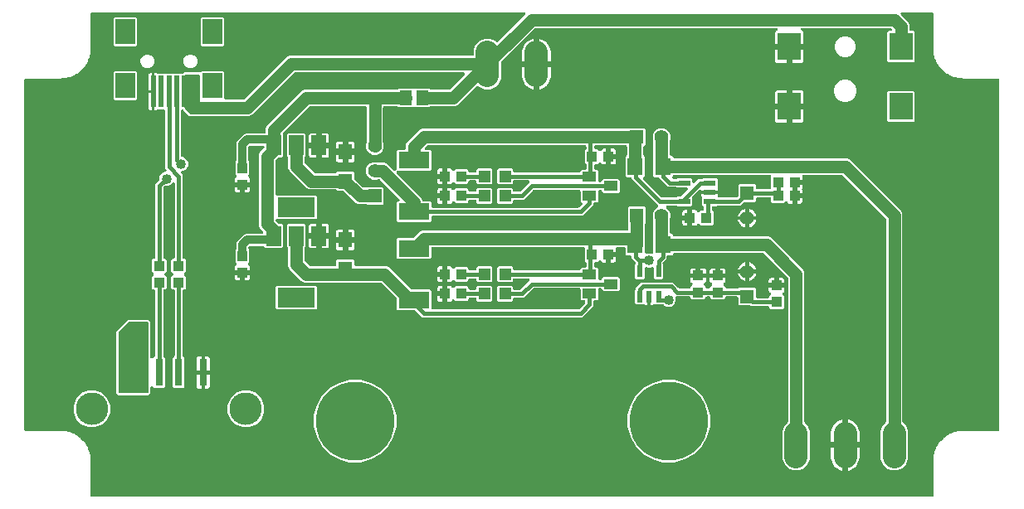
<source format=gbr>
G04 EAGLE Gerber RS-274X export*
G75*
%MOMM*%
%FSLAX34Y34*%
%LPD*%
%INTop Copper*%
%IPPOS*%
%AMOC8*
5,1,8,0,0,1.08239X$1,22.5*%
G01*
%ADD10R,2.400000X2.800000*%
%ADD11R,2.000000X2.500000*%
%ADD12R,0.500000X3.300000*%
%ADD13C,2.380000*%
%ADD14R,1.500000X2.000000*%
%ADD15R,3.800000X2.000000*%
%ADD16R,1.400000X1.600000*%
%ADD17R,1.000000X1.100000*%
%ADD18R,1.300000X1.500000*%
%ADD19R,3.150000X1.700000*%
%ADD20C,8.000000*%
%ADD21C,3.316000*%
%ADD22R,0.800000X2.820000*%
%ADD23R,1.400000X1.000000*%
%ADD24R,1.200000X1.200000*%
%ADD25R,1.200000X0.550000*%
%ADD26R,0.550000X1.200000*%
%ADD27R,1.409600X1.409600*%
%ADD28C,1.409600*%
%ADD29R,1.600000X1.803000*%
%ADD30R,1.100000X1.000000*%
%ADD31C,1.270000*%
%ADD32C,0.812800*%
%ADD33C,1.016000*%
%ADD34C,0.406400*%
%ADD35C,1.143000*%

G36*
X928502Y2544D02*
X928502Y2544D01*
X928528Y2542D01*
X928675Y2564D01*
X928822Y2581D01*
X928847Y2589D01*
X928873Y2593D01*
X929011Y2648D01*
X929150Y2698D01*
X929172Y2712D01*
X929197Y2722D01*
X929318Y2807D01*
X929443Y2887D01*
X929461Y2906D01*
X929483Y2921D01*
X929582Y3031D01*
X929685Y3138D01*
X929699Y3160D01*
X929716Y3180D01*
X929788Y3310D01*
X929864Y3437D01*
X929872Y3462D01*
X929885Y3485D01*
X929925Y3628D01*
X929970Y3769D01*
X929972Y3795D01*
X929980Y3820D01*
X929999Y4064D01*
X929999Y39432D01*
X929991Y39504D01*
X929992Y39576D01*
X929975Y39659D01*
X929995Y39946D01*
X929994Y39985D01*
X929999Y40055D01*
X929999Y40315D01*
X930003Y40325D01*
X930027Y40483D01*
X930036Y40527D01*
X930036Y40543D01*
X930040Y40567D01*
X930268Y43764D01*
X930268Y43781D01*
X930271Y43799D01*
X930260Y43955D01*
X930256Y44047D01*
X930281Y44163D01*
X930285Y44200D01*
X930312Y44378D01*
X930320Y44484D01*
X930328Y44498D01*
X930333Y44515D01*
X930341Y44531D01*
X930412Y44765D01*
X931107Y47957D01*
X931108Y47974D01*
X931114Y47991D01*
X931126Y48148D01*
X931135Y48238D01*
X931176Y48350D01*
X931185Y48386D01*
X931238Y48559D01*
X931260Y48662D01*
X931270Y48675D01*
X931278Y48691D01*
X931288Y48706D01*
X931392Y48928D01*
X932533Y51987D01*
X932537Y52005D01*
X932545Y52021D01*
X932579Y52174D01*
X932601Y52263D01*
X932658Y52367D01*
X932672Y52402D01*
X932748Y52565D01*
X932785Y52664D01*
X932797Y52676D01*
X932807Y52691D01*
X932819Y52703D01*
X932953Y52908D01*
X934519Y55774D01*
X934525Y55791D01*
X934535Y55806D01*
X934591Y55953D01*
X934625Y56037D01*
X934696Y56132D01*
X934715Y56164D01*
X934814Y56315D01*
X934865Y56408D01*
X934878Y56418D01*
X934890Y56431D01*
X934904Y56442D01*
X935066Y56626D01*
X937023Y59240D01*
X937032Y59256D01*
X937044Y59269D01*
X937120Y59406D01*
X937166Y59485D01*
X937250Y59569D01*
X937273Y59598D01*
X937392Y59733D01*
X937456Y59818D01*
X937470Y59826D01*
X937484Y59838D01*
X937499Y59847D01*
X937686Y60005D01*
X939995Y62314D01*
X940006Y62328D01*
X940020Y62340D01*
X940114Y62465D01*
X940171Y62536D01*
X940267Y62608D01*
X940294Y62634D01*
X940431Y62750D01*
X940506Y62825D01*
X940521Y62831D01*
X940536Y62840D01*
X940553Y62847D01*
X940760Y62977D01*
X943374Y64934D01*
X943387Y64947D01*
X943403Y64956D01*
X943513Y65066D01*
X943580Y65129D01*
X943685Y65186D01*
X943715Y65207D01*
X943868Y65304D01*
X943952Y65367D01*
X943969Y65370D01*
X943985Y65378D01*
X944002Y65382D01*
X944226Y65481D01*
X947092Y67047D01*
X947107Y67057D01*
X947123Y67064D01*
X947249Y67157D01*
X947324Y67210D01*
X947435Y67252D01*
X947468Y67269D01*
X947633Y67342D01*
X947726Y67393D01*
X947742Y67394D01*
X947760Y67399D01*
X947777Y67400D01*
X948013Y67467D01*
X951072Y68608D01*
X951088Y68616D01*
X951106Y68621D01*
X951243Y68695D01*
X951325Y68737D01*
X951441Y68762D01*
X951477Y68774D01*
X951650Y68824D01*
X951749Y68861D01*
X951766Y68859D01*
X951783Y68862D01*
X951801Y68861D01*
X952043Y68893D01*
X955235Y69588D01*
X955252Y69593D01*
X955269Y69596D01*
X955417Y69650D01*
X955503Y69679D01*
X955622Y69688D01*
X955659Y69695D01*
X955837Y69719D01*
X955941Y69741D01*
X955957Y69737D01*
X955974Y69737D01*
X955992Y69734D01*
X956236Y69732D01*
X959433Y69960D01*
X959504Y69974D01*
X959577Y69977D01*
X959658Y70001D01*
X959945Y70001D01*
X959985Y70005D01*
X960054Y70005D01*
X960314Y70023D01*
X960325Y70020D01*
X960484Y70008D01*
X960528Y70001D01*
X960544Y70003D01*
X960568Y70001D01*
X995936Y70001D01*
X995962Y70004D01*
X995988Y70002D01*
X996135Y70024D01*
X996282Y70041D01*
X996307Y70049D01*
X996333Y70053D01*
X996471Y70108D01*
X996610Y70158D01*
X996632Y70172D01*
X996657Y70182D01*
X996778Y70267D01*
X996903Y70347D01*
X996921Y70366D01*
X996943Y70381D01*
X997042Y70491D01*
X997145Y70598D01*
X997159Y70620D01*
X997176Y70640D01*
X997248Y70770D01*
X997324Y70897D01*
X997332Y70922D01*
X997345Y70945D01*
X997385Y71088D01*
X997430Y71229D01*
X997432Y71255D01*
X997440Y71280D01*
X997459Y71524D01*
X997459Y428476D01*
X997456Y428502D01*
X997458Y428528D01*
X997436Y428675D01*
X997419Y428822D01*
X997411Y428847D01*
X997407Y428873D01*
X997352Y429011D01*
X997302Y429150D01*
X997288Y429172D01*
X997278Y429197D01*
X997193Y429318D01*
X997113Y429443D01*
X997094Y429461D01*
X997079Y429483D01*
X996969Y429582D01*
X996862Y429685D01*
X996840Y429699D01*
X996820Y429716D01*
X996690Y429788D01*
X996563Y429864D01*
X996538Y429872D01*
X996515Y429885D01*
X996372Y429925D01*
X996231Y429970D01*
X996205Y429972D01*
X996180Y429980D01*
X995936Y429999D01*
X960568Y429999D01*
X960496Y429991D01*
X960424Y429992D01*
X960341Y429975D01*
X960054Y429995D01*
X960015Y429994D01*
X959945Y429999D01*
X959685Y429999D01*
X959675Y430003D01*
X959517Y430027D01*
X959473Y430036D01*
X959457Y430036D01*
X959433Y430040D01*
X956236Y430268D01*
X956218Y430268D01*
X956201Y430271D01*
X956045Y430260D01*
X955953Y430256D01*
X955837Y430281D01*
X955800Y430285D01*
X955622Y430312D01*
X955516Y430320D01*
X955502Y430328D01*
X955485Y430333D01*
X955469Y430341D01*
X955235Y430412D01*
X952044Y431107D01*
X952026Y431108D01*
X952008Y431114D01*
X951852Y431126D01*
X951761Y431135D01*
X951650Y431176D01*
X951614Y431185D01*
X951441Y431238D01*
X951338Y431260D01*
X951325Y431270D01*
X951309Y431278D01*
X951294Y431288D01*
X951072Y431392D01*
X948013Y432533D01*
X947995Y432537D01*
X947979Y432545D01*
X947826Y432579D01*
X947737Y432601D01*
X947633Y432658D01*
X947599Y432672D01*
X947435Y432749D01*
X947336Y432786D01*
X947324Y432797D01*
X947309Y432807D01*
X947297Y432819D01*
X947092Y432953D01*
X944226Y434519D01*
X944209Y434525D01*
X944194Y434535D01*
X944047Y434591D01*
X943963Y434625D01*
X943868Y434696D01*
X943835Y434715D01*
X943685Y434814D01*
X943592Y434865D01*
X943582Y434878D01*
X943569Y434890D01*
X943558Y434904D01*
X943374Y435066D01*
X940760Y437023D01*
X940744Y437032D01*
X940731Y437044D01*
X940594Y437120D01*
X940515Y437166D01*
X940431Y437250D01*
X940401Y437273D01*
X940266Y437392D01*
X940182Y437456D01*
X940174Y437470D01*
X940162Y437484D01*
X940154Y437499D01*
X939995Y437686D01*
X937686Y439995D01*
X937672Y440006D01*
X937660Y440020D01*
X937535Y440114D01*
X937463Y440171D01*
X937392Y440267D01*
X937366Y440294D01*
X937250Y440431D01*
X937175Y440506D01*
X937169Y440521D01*
X937160Y440536D01*
X937153Y440553D01*
X937023Y440760D01*
X935066Y443374D01*
X935053Y443387D01*
X935044Y443403D01*
X934934Y443513D01*
X934871Y443580D01*
X934814Y443685D01*
X934793Y443715D01*
X934696Y443868D01*
X934633Y443952D01*
X934630Y443969D01*
X934622Y443985D01*
X934618Y444002D01*
X934519Y444226D01*
X932953Y447092D01*
X932943Y447107D01*
X932936Y447123D01*
X932843Y447249D01*
X932790Y447324D01*
X932748Y447435D01*
X932731Y447468D01*
X932658Y447633D01*
X932607Y447726D01*
X932606Y447742D01*
X932601Y447760D01*
X932600Y447777D01*
X932533Y448013D01*
X931392Y451072D01*
X931384Y451088D01*
X931379Y451106D01*
X931305Y451243D01*
X931263Y451325D01*
X931238Y451441D01*
X931226Y451477D01*
X931176Y451650D01*
X931139Y451749D01*
X931141Y451766D01*
X931138Y451783D01*
X931139Y451801D01*
X931107Y452043D01*
X930412Y455235D01*
X930407Y455252D01*
X930404Y455269D01*
X930350Y455417D01*
X930321Y455503D01*
X930312Y455622D01*
X930305Y455659D01*
X930281Y455837D01*
X930259Y455940D01*
X930263Y455956D01*
X930263Y455974D01*
X930266Y455992D01*
X930268Y456236D01*
X930040Y459433D01*
X930026Y459504D01*
X930023Y459577D01*
X929999Y459658D01*
X929999Y459945D01*
X929995Y459985D01*
X929995Y460054D01*
X929977Y460314D01*
X929980Y460325D01*
X929992Y460484D01*
X929999Y460528D01*
X929997Y460544D01*
X929999Y460568D01*
X929999Y495936D01*
X929996Y495962D01*
X929998Y495988D01*
X929976Y496135D01*
X929959Y496282D01*
X929951Y496307D01*
X929947Y496333D01*
X929892Y496471D01*
X929842Y496610D01*
X929828Y496632D01*
X929818Y496657D01*
X929733Y496778D01*
X929653Y496903D01*
X929634Y496921D01*
X929619Y496943D01*
X929509Y497042D01*
X929402Y497145D01*
X929380Y497159D01*
X929360Y497176D01*
X929230Y497248D01*
X929103Y497324D01*
X929078Y497332D01*
X929055Y497345D01*
X928912Y497385D01*
X928771Y497430D01*
X928745Y497432D01*
X928720Y497440D01*
X928476Y497459D01*
X898073Y497459D01*
X897973Y497448D01*
X897873Y497446D01*
X897801Y497428D01*
X897727Y497419D01*
X897632Y497386D01*
X897535Y497361D01*
X897469Y497327D01*
X897399Y497302D01*
X897314Y497247D01*
X897225Y497201D01*
X897168Y497153D01*
X897106Y497113D01*
X897036Y497041D01*
X896960Y496976D01*
X896916Y496916D01*
X896864Y496862D01*
X896812Y496776D01*
X896753Y496695D01*
X896723Y496627D01*
X896685Y496563D01*
X896654Y496468D01*
X896615Y496375D01*
X896601Y496302D01*
X896579Y496231D01*
X896571Y496131D01*
X896553Y496032D01*
X896557Y495958D01*
X896551Y495884D01*
X896566Y495785D01*
X896571Y495684D01*
X896591Y495613D01*
X896602Y495539D01*
X896640Y495446D01*
X896667Y495349D01*
X896704Y495284D01*
X896731Y495215D01*
X896789Y495133D01*
X896838Y495045D01*
X896903Y494969D01*
X896930Y494929D01*
X896957Y494905D01*
X896996Y494859D01*
X897321Y494534D01*
X904107Y487748D01*
X905383Y484667D01*
X905383Y479806D01*
X905386Y479780D01*
X905384Y479754D01*
X905406Y479607D01*
X905423Y479460D01*
X905431Y479435D01*
X905435Y479409D01*
X905490Y479271D01*
X905540Y479132D01*
X905554Y479110D01*
X905564Y479085D01*
X905649Y478964D01*
X905729Y478839D01*
X905748Y478821D01*
X905763Y478799D01*
X905873Y478700D01*
X905980Y478597D01*
X906002Y478583D01*
X906022Y478566D01*
X906152Y478494D01*
X906279Y478418D01*
X906304Y478410D01*
X906327Y478397D01*
X906470Y478357D01*
X906611Y478312D01*
X906637Y478310D01*
X906662Y478302D01*
X906906Y478283D01*
X909842Y478283D01*
X911033Y477092D01*
X911033Y447408D01*
X909842Y446217D01*
X884158Y446217D01*
X882967Y447408D01*
X882967Y477092D01*
X884158Y478283D01*
X886185Y478283D01*
X886285Y478294D01*
X886385Y478296D01*
X886457Y478314D01*
X886531Y478323D01*
X886626Y478356D01*
X886723Y478381D01*
X886789Y478415D01*
X886859Y478440D01*
X886944Y478495D01*
X887033Y478541D01*
X887090Y478589D01*
X887152Y478629D01*
X887222Y478701D01*
X887298Y478766D01*
X887342Y478826D01*
X887394Y478880D01*
X887446Y478966D01*
X887505Y479047D01*
X887535Y479115D01*
X887573Y479179D01*
X887604Y479274D01*
X887643Y479367D01*
X887657Y479440D01*
X887679Y479511D01*
X887687Y479611D01*
X887705Y479710D01*
X887701Y479784D01*
X887707Y479858D01*
X887692Y479957D01*
X887687Y480058D01*
X887667Y480129D01*
X887656Y480203D01*
X887618Y480296D01*
X887591Y480393D01*
X887554Y480458D01*
X887527Y480527D01*
X887470Y480609D01*
X887420Y480697D01*
X887355Y480773D01*
X887328Y480813D01*
X887301Y480837D01*
X887262Y480883D01*
X886974Y481171D01*
X886875Y481250D01*
X886781Y481334D01*
X886739Y481358D01*
X886701Y481388D01*
X886587Y481442D01*
X886476Y481503D01*
X886429Y481516D01*
X886386Y481537D01*
X886262Y481563D01*
X886141Y481598D01*
X886080Y481603D01*
X886045Y481610D01*
X885997Y481609D01*
X885897Y481617D01*
X796356Y481617D01*
X796207Y481600D01*
X796058Y481588D01*
X796034Y481580D01*
X796010Y481577D01*
X795869Y481527D01*
X795726Y481481D01*
X795705Y481468D01*
X795682Y481460D01*
X795556Y481379D01*
X795427Y481302D01*
X795410Y481284D01*
X795389Y481271D01*
X795285Y481163D01*
X795177Y481059D01*
X795164Y481038D01*
X795147Y481020D01*
X795070Y480892D01*
X794989Y480766D01*
X794980Y480742D01*
X794968Y480721D01*
X794922Y480579D01*
X794872Y480437D01*
X794869Y480413D01*
X794862Y480389D01*
X794850Y480240D01*
X794833Y480091D01*
X794836Y480066D01*
X794834Y480042D01*
X794856Y479894D01*
X794873Y479745D01*
X794882Y479722D01*
X794885Y479697D01*
X794941Y479558D01*
X794991Y479417D01*
X795005Y479396D01*
X795014Y479373D01*
X795099Y479250D01*
X795181Y479125D01*
X795199Y479107D01*
X795213Y479087D01*
X795324Y478987D01*
X795432Y478883D01*
X795453Y478870D01*
X795472Y478854D01*
X795603Y478781D01*
X795731Y478705D01*
X795760Y478695D01*
X795777Y478685D01*
X795822Y478672D01*
X795962Y478623D01*
X795981Y478618D01*
X796560Y478283D01*
X797033Y477810D01*
X797368Y477231D01*
X797541Y476585D01*
X797541Y465297D01*
X784524Y465297D01*
X784498Y465294D01*
X784472Y465296D01*
X784325Y465274D01*
X784178Y465257D01*
X784153Y465248D01*
X784127Y465245D01*
X783989Y465190D01*
X783850Y465140D01*
X783828Y465126D01*
X783803Y465116D01*
X783682Y465031D01*
X783557Y464951D01*
X783539Y464932D01*
X783517Y464917D01*
X783418Y464807D01*
X783315Y464700D01*
X783301Y464678D01*
X783284Y464658D01*
X783212Y464528D01*
X783136Y464401D01*
X783128Y464376D01*
X783115Y464353D01*
X783075Y464210D01*
X783030Y464069D01*
X783028Y464043D01*
X783020Y464018D01*
X783001Y463774D01*
X783001Y462249D01*
X782999Y462249D01*
X782999Y463774D01*
X782996Y463800D01*
X782998Y463826D01*
X782976Y463973D01*
X782959Y464120D01*
X782950Y464145D01*
X782947Y464171D01*
X782892Y464309D01*
X782842Y464448D01*
X782828Y464470D01*
X782818Y464495D01*
X782733Y464616D01*
X782653Y464741D01*
X782634Y464759D01*
X782619Y464781D01*
X782509Y464880D01*
X782402Y464983D01*
X782380Y464997D01*
X782360Y465014D01*
X782230Y465086D01*
X782103Y465162D01*
X782078Y465170D01*
X782055Y465183D01*
X781912Y465223D01*
X781771Y465268D01*
X781745Y465270D01*
X781720Y465278D01*
X781476Y465297D01*
X768459Y465297D01*
X768459Y476585D01*
X768632Y477231D01*
X768967Y477810D01*
X769440Y478283D01*
X770019Y478618D01*
X770038Y478623D01*
X770177Y478678D01*
X770318Y478728D01*
X770339Y478742D01*
X770362Y478751D01*
X770485Y478836D01*
X770611Y478917D01*
X770628Y478935D01*
X770649Y478949D01*
X770749Y479060D01*
X770853Y479168D01*
X770866Y479189D01*
X770883Y479207D01*
X770955Y479338D01*
X771032Y479467D01*
X771040Y479491D01*
X771052Y479512D01*
X771093Y479656D01*
X771138Y479799D01*
X771140Y479824D01*
X771147Y479847D01*
X771154Y479997D01*
X771166Y480146D01*
X771163Y480171D01*
X771164Y480196D01*
X771137Y480343D01*
X771115Y480491D01*
X771106Y480514D01*
X771101Y480538D01*
X771041Y480675D01*
X770986Y480815D01*
X770972Y480835D01*
X770962Y480858D01*
X770872Y480978D01*
X770787Y481101D01*
X770769Y481117D01*
X770754Y481137D01*
X770639Y481234D01*
X770528Y481334D01*
X770507Y481346D01*
X770488Y481362D01*
X770354Y481430D01*
X770223Y481503D01*
X770199Y481510D01*
X770177Y481521D01*
X770032Y481557D01*
X769888Y481598D01*
X769858Y481600D01*
X769839Y481605D01*
X769792Y481605D01*
X769644Y481617D01*
X524603Y481617D01*
X524478Y481603D01*
X524351Y481596D01*
X524305Y481583D01*
X524257Y481577D01*
X524138Y481535D01*
X524017Y481500D01*
X523974Y481476D01*
X523929Y481460D01*
X523823Y481391D01*
X523712Y481330D01*
X523666Y481290D01*
X523636Y481271D01*
X523603Y481236D01*
X523526Y481171D01*
X489379Y447024D01*
X489300Y446925D01*
X489216Y446831D01*
X489192Y446789D01*
X489162Y446751D01*
X489108Y446637D01*
X489047Y446526D01*
X489034Y446479D01*
X489013Y446436D01*
X488987Y446312D01*
X488952Y446191D01*
X488947Y446130D01*
X488940Y446095D01*
X488941Y446047D01*
X488933Y445947D01*
X488933Y429829D01*
X486812Y424708D01*
X482892Y420788D01*
X477771Y418667D01*
X472229Y418667D01*
X467108Y420788D01*
X465953Y421943D01*
X465932Y421960D01*
X465915Y421980D01*
X465796Y422068D01*
X465680Y422160D01*
X465656Y422171D01*
X465635Y422187D01*
X465499Y422246D01*
X465365Y422309D01*
X465339Y422315D01*
X465315Y422325D01*
X465169Y422351D01*
X465024Y422382D01*
X464998Y422382D01*
X464972Y422387D01*
X464823Y422379D01*
X464675Y422376D01*
X464650Y422370D01*
X464624Y422369D01*
X464481Y422328D01*
X464337Y422291D01*
X464314Y422279D01*
X464289Y422272D01*
X464160Y422200D01*
X464028Y422132D01*
X464008Y422115D01*
X463985Y422102D01*
X463798Y421943D01*
X447321Y405466D01*
X444748Y402893D01*
X441667Y401617D01*
X417623Y401617D01*
X417497Y401603D01*
X417371Y401596D01*
X417325Y401583D01*
X417277Y401577D01*
X417158Y401535D01*
X417036Y401500D01*
X416994Y401476D01*
X416949Y401460D01*
X416842Y401391D01*
X416732Y401330D01*
X416686Y401290D01*
X416656Y401271D01*
X416622Y401236D01*
X416546Y401171D01*
X415842Y400467D01*
X401158Y400467D01*
X401077Y400548D01*
X401057Y400564D01*
X401040Y400584D01*
X400920Y400673D01*
X400804Y400765D01*
X400780Y400776D01*
X400759Y400792D01*
X400623Y400850D01*
X400489Y400914D01*
X400463Y400919D01*
X400439Y400930D01*
X400293Y400956D01*
X400148Y400987D01*
X400122Y400987D01*
X400096Y400991D01*
X399948Y400984D01*
X399800Y400981D01*
X399774Y400975D01*
X399748Y400973D01*
X399606Y400932D01*
X399462Y400896D01*
X399438Y400884D01*
X399413Y400877D01*
X399284Y400805D01*
X399152Y400736D01*
X399132Y400719D01*
X399109Y400707D01*
X398923Y400548D01*
X398842Y400467D01*
X384158Y400467D01*
X383454Y401171D01*
X383355Y401250D01*
X383261Y401334D01*
X383219Y401358D01*
X383181Y401388D01*
X383067Y401442D01*
X382956Y401503D01*
X382910Y401516D01*
X382866Y401537D01*
X382743Y401563D01*
X382621Y401598D01*
X382560Y401603D01*
X382525Y401610D01*
X382477Y401609D01*
X382377Y401617D01*
X369906Y401617D01*
X369880Y401614D01*
X369854Y401616D01*
X369707Y401594D01*
X369560Y401577D01*
X369535Y401569D01*
X369509Y401565D01*
X369371Y401510D01*
X369232Y401460D01*
X369210Y401446D01*
X369185Y401436D01*
X369064Y401351D01*
X368939Y401271D01*
X368921Y401252D01*
X368899Y401237D01*
X368800Y401127D01*
X368697Y401020D01*
X368683Y400998D01*
X368666Y400978D01*
X368594Y400848D01*
X368518Y400721D01*
X368510Y400696D01*
X368497Y400673D01*
X368457Y400530D01*
X368412Y400389D01*
X368410Y400363D01*
X368402Y400338D01*
X368383Y400094D01*
X368383Y364594D01*
X368383Y364592D01*
X368383Y364590D01*
X368404Y364412D01*
X368423Y364248D01*
X368423Y364246D01*
X368424Y364244D01*
X368499Y364011D01*
X369081Y362606D01*
X369081Y358994D01*
X367698Y355656D01*
X365144Y353102D01*
X361806Y351719D01*
X358194Y351719D01*
X354856Y353102D01*
X352302Y355656D01*
X350919Y358994D01*
X350919Y362606D01*
X351501Y364011D01*
X351502Y364013D01*
X351503Y364015D01*
X351549Y364178D01*
X351597Y364347D01*
X351597Y364349D01*
X351598Y364351D01*
X351617Y364594D01*
X351617Y400094D01*
X351614Y400120D01*
X351616Y400146D01*
X351594Y400293D01*
X351577Y400440D01*
X351569Y400465D01*
X351565Y400491D01*
X351510Y400629D01*
X351460Y400768D01*
X351446Y400790D01*
X351436Y400815D01*
X351351Y400936D01*
X351271Y401061D01*
X351252Y401079D01*
X351237Y401101D01*
X351127Y401200D01*
X351020Y401303D01*
X350998Y401317D01*
X350978Y401334D01*
X350848Y401406D01*
X350721Y401482D01*
X350696Y401490D01*
X350673Y401503D01*
X350530Y401543D01*
X350389Y401588D01*
X350363Y401590D01*
X350338Y401598D01*
X350094Y401617D01*
X294103Y401617D01*
X293978Y401603D01*
X293851Y401596D01*
X293805Y401583D01*
X293757Y401577D01*
X293638Y401535D01*
X293517Y401500D01*
X293474Y401476D01*
X293429Y401460D01*
X293323Y401391D01*
X293212Y401330D01*
X293166Y401290D01*
X293136Y401271D01*
X293103Y401236D01*
X293026Y401171D01*
X266442Y374587D01*
X266426Y374566D01*
X266406Y374549D01*
X266317Y374430D01*
X266225Y374314D01*
X266214Y374290D01*
X266199Y374269D01*
X266140Y374133D01*
X266076Y373999D01*
X266071Y373973D01*
X266061Y373949D01*
X266034Y373803D01*
X266003Y373658D01*
X266003Y373632D01*
X265999Y373606D01*
X266006Y373458D01*
X266009Y373310D01*
X266015Y373284D01*
X266017Y373258D01*
X266058Y373116D01*
X266094Y372972D01*
X266106Y372948D01*
X266113Y372923D01*
X266186Y372794D01*
X266254Y372662D01*
X266271Y372642D01*
X266283Y372619D01*
X266442Y372433D01*
X266533Y372342D01*
X266533Y350658D01*
X265342Y349467D01*
X261953Y349467D01*
X261828Y349453D01*
X261701Y349446D01*
X261655Y349433D01*
X261607Y349427D01*
X261488Y349385D01*
X261367Y349350D01*
X261324Y349326D01*
X261279Y349310D01*
X261173Y349241D01*
X261062Y349180D01*
X261016Y349140D01*
X260986Y349121D01*
X260953Y349086D01*
X260876Y349021D01*
X258829Y346974D01*
X258750Y346875D01*
X258666Y346781D01*
X258642Y346739D01*
X258612Y346701D01*
X258558Y346587D01*
X258497Y346476D01*
X258484Y346429D01*
X258463Y346386D01*
X258437Y346262D01*
X258402Y346141D01*
X258397Y346080D01*
X258390Y346045D01*
X258391Y345997D01*
X258383Y345897D01*
X258383Y312056D01*
X258386Y312030D01*
X258384Y312004D01*
X258406Y311857D01*
X258423Y311710D01*
X258431Y311685D01*
X258435Y311659D01*
X258490Y311521D01*
X258540Y311382D01*
X258554Y311360D01*
X258564Y311335D01*
X258649Y311214D01*
X258729Y311089D01*
X258748Y311071D01*
X258763Y311049D01*
X258873Y310950D01*
X258980Y310847D01*
X259002Y310833D01*
X259022Y310816D01*
X259152Y310744D01*
X259279Y310668D01*
X259304Y310660D01*
X259327Y310647D01*
X259470Y310607D01*
X259611Y310562D01*
X259637Y310560D01*
X259662Y310552D01*
X259906Y310533D01*
X299842Y310533D01*
X301033Y309342D01*
X301033Y287658D01*
X299842Y286467D01*
X260315Y286467D01*
X260215Y286456D01*
X260115Y286454D01*
X260043Y286436D01*
X259969Y286427D01*
X259874Y286394D01*
X259777Y286369D01*
X259711Y286335D01*
X259641Y286310D01*
X259556Y286255D01*
X259467Y286209D01*
X259411Y286161D01*
X259348Y286121D01*
X259278Y286049D01*
X259202Y285984D01*
X259158Y285924D01*
X259106Y285870D01*
X259054Y285784D01*
X258995Y285703D01*
X258965Y285635D01*
X258927Y285571D01*
X258896Y285475D01*
X258857Y285383D01*
X258843Y285310D01*
X258821Y285239D01*
X258813Y285139D01*
X258795Y285040D01*
X258799Y284966D01*
X258793Y284892D01*
X258808Y284792D01*
X258813Y284692D01*
X258833Y284621D01*
X258844Y284547D01*
X258882Y284454D01*
X258909Y284357D01*
X258946Y284292D01*
X258973Y284223D01*
X259030Y284141D01*
X259080Y284053D01*
X259145Y283977D01*
X259172Y283937D01*
X259199Y283913D01*
X259238Y283867D01*
X261626Y281479D01*
X261725Y281400D01*
X261819Y281316D01*
X261861Y281292D01*
X261899Y281262D01*
X262013Y281208D01*
X262124Y281147D01*
X262171Y281134D01*
X262214Y281113D01*
X262338Y281087D01*
X262459Y281052D01*
X262520Y281047D01*
X262555Y281040D01*
X262603Y281041D01*
X262703Y281033D01*
X265342Y281033D01*
X266533Y279842D01*
X266533Y258158D01*
X265342Y256967D01*
X248658Y256967D01*
X247168Y258457D01*
X247069Y258536D01*
X246975Y258620D01*
X246933Y258644D01*
X246895Y258674D01*
X246781Y258728D01*
X246670Y258789D01*
X246624Y258802D01*
X246580Y258823D01*
X246457Y258849D01*
X246335Y258884D01*
X246274Y258889D01*
X246239Y258896D01*
X246191Y258895D01*
X246091Y258903D01*
X233156Y258903D01*
X233031Y258889D01*
X232905Y258882D01*
X232858Y258869D01*
X232810Y258863D01*
X232691Y258821D01*
X232570Y258786D01*
X232528Y258762D01*
X232482Y258746D01*
X232376Y258677D01*
X232265Y258616D01*
X232219Y258576D01*
X232189Y258557D01*
X232156Y258522D01*
X232079Y258457D01*
X231543Y257921D01*
X231464Y257822D01*
X231380Y257728D01*
X231356Y257686D01*
X231326Y257648D01*
X231272Y257534D01*
X231211Y257423D01*
X231198Y257376D01*
X231177Y257333D01*
X231151Y257209D01*
X231116Y257087D01*
X231111Y257027D01*
X231104Y256992D01*
X231105Y256944D01*
X231097Y256844D01*
X231097Y256409D01*
X231111Y256283D01*
X231118Y256157D01*
X231131Y256111D01*
X231137Y256063D01*
X231179Y255944D01*
X231214Y255822D01*
X231238Y255780D01*
X231254Y255735D01*
X231323Y255628D01*
X231384Y255518D01*
X231424Y255472D01*
X231443Y255442D01*
X231478Y255408D01*
X231543Y255332D01*
X232033Y254842D01*
X232033Y242158D01*
X231282Y241408D01*
X231251Y241368D01*
X231213Y241333D01*
X231143Y241231D01*
X231066Y241135D01*
X231044Y241088D01*
X231015Y241046D01*
X230970Y240931D01*
X230917Y240819D01*
X230906Y240770D01*
X230887Y240722D01*
X230869Y240599D01*
X230843Y240479D01*
X230844Y240428D01*
X230837Y240377D01*
X230847Y240254D01*
X230849Y240130D01*
X230862Y240081D01*
X230866Y240030D01*
X230904Y239912D01*
X230934Y239792D01*
X230958Y239747D01*
X230973Y239698D01*
X231037Y239592D01*
X231094Y239483D01*
X231127Y239444D01*
X231153Y239400D01*
X231240Y239311D01*
X231320Y239217D01*
X231361Y239187D01*
X231396Y239150D01*
X231546Y239047D01*
X232033Y238560D01*
X232368Y237981D01*
X232541Y237335D01*
X232541Y233999D01*
X225976Y233999D01*
X225950Y233996D01*
X225924Y233998D01*
X225777Y233976D01*
X225630Y233959D01*
X225605Y233951D01*
X225579Y233947D01*
X225442Y233892D01*
X225302Y233842D01*
X225280Y233828D01*
X225255Y233818D01*
X225134Y233733D01*
X225009Y233653D01*
X224997Y233640D01*
X224950Y233685D01*
X224927Y233699D01*
X224908Y233716D01*
X224778Y233788D01*
X224651Y233864D01*
X224626Y233872D01*
X224603Y233885D01*
X224460Y233925D01*
X224319Y233970D01*
X224293Y233972D01*
X224268Y233980D01*
X224024Y233999D01*
X217459Y233999D01*
X217459Y237335D01*
X217632Y237981D01*
X217967Y238560D01*
X218454Y239047D01*
X218489Y239065D01*
X218583Y239145D01*
X218682Y239219D01*
X218715Y239258D01*
X218754Y239291D01*
X218828Y239390D01*
X218908Y239485D01*
X218931Y239530D01*
X218961Y239571D01*
X219010Y239685D01*
X219067Y239795D01*
X219079Y239844D01*
X219099Y239891D01*
X219121Y240012D01*
X219151Y240133D01*
X219152Y240184D01*
X219161Y240234D01*
X219154Y240358D01*
X219156Y240481D01*
X219146Y240531D01*
X219143Y240582D01*
X219109Y240701D01*
X219082Y240822D01*
X219060Y240868D01*
X219046Y240917D01*
X218986Y241025D01*
X218933Y241137D01*
X218901Y241177D01*
X218876Y241221D01*
X218718Y241408D01*
X217967Y242158D01*
X217967Y254842D01*
X218457Y255332D01*
X218536Y255431D01*
X218620Y255525D01*
X218644Y255567D01*
X218674Y255605D01*
X218728Y255719D01*
X218789Y255830D01*
X218802Y255876D01*
X218823Y255920D01*
X218849Y256043D01*
X218884Y256165D01*
X218889Y256226D01*
X218896Y256261D01*
X218895Y256309D01*
X218903Y256409D01*
X218903Y261213D01*
X219831Y263454D01*
X226546Y270169D01*
X228787Y271097D01*
X244621Y271097D01*
X244721Y271108D01*
X244821Y271110D01*
X244893Y271128D01*
X244967Y271137D01*
X245062Y271170D01*
X245159Y271195D01*
X245225Y271229D01*
X245295Y271254D01*
X245380Y271309D01*
X245469Y271355D01*
X245526Y271403D01*
X245588Y271443D01*
X245658Y271515D01*
X245734Y271580D01*
X245778Y271640D01*
X245830Y271694D01*
X245882Y271780D01*
X245941Y271861D01*
X245971Y271929D01*
X246009Y271993D01*
X246040Y272089D01*
X246079Y272181D01*
X246093Y272254D01*
X246115Y272325D01*
X246123Y272425D01*
X246141Y272524D01*
X246137Y272598D01*
X246143Y272672D01*
X246128Y272772D01*
X246123Y272872D01*
X246103Y272943D01*
X246092Y273017D01*
X246054Y273110D01*
X246027Y273207D01*
X245990Y273272D01*
X245963Y273341D01*
X245906Y273423D01*
X245856Y273511D01*
X245791Y273587D01*
X245764Y273627D01*
X245737Y273651D01*
X245698Y273697D01*
X242893Y276502D01*
X241617Y279583D01*
X241617Y351667D01*
X242893Y354748D01*
X245466Y357321D01*
X246948Y358803D01*
X247010Y358882D01*
X247080Y358954D01*
X247118Y359018D01*
X247165Y359076D01*
X247207Y359167D01*
X247259Y359253D01*
X247282Y359324D01*
X247313Y359391D01*
X247335Y359489D01*
X247365Y359585D01*
X247371Y359659D01*
X247387Y359732D01*
X247385Y359832D01*
X247393Y359932D01*
X247382Y360006D01*
X247381Y360080D01*
X247356Y360177D01*
X247342Y360277D01*
X247314Y360346D01*
X247296Y360418D01*
X247250Y360507D01*
X247213Y360601D01*
X247170Y360662D01*
X247136Y360728D01*
X247071Y360804D01*
X247014Y360887D01*
X246959Y360937D01*
X246910Y360993D01*
X246830Y361053D01*
X246755Y361120D01*
X246690Y361156D01*
X246630Y361201D01*
X246538Y361240D01*
X246450Y361289D01*
X246378Y361309D01*
X246310Y361339D01*
X246211Y361356D01*
X246115Y361384D01*
X246015Y361392D01*
X245967Y361400D01*
X245931Y361398D01*
X245871Y361403D01*
X233156Y361403D01*
X233031Y361389D01*
X232905Y361382D01*
X232858Y361369D01*
X232810Y361363D01*
X232691Y361321D01*
X232570Y361286D01*
X232528Y361262D01*
X232482Y361246D01*
X232376Y361177D01*
X232265Y361116D01*
X232219Y361076D01*
X232189Y361057D01*
X232156Y361022D01*
X232079Y360957D01*
X231543Y360421D01*
X231464Y360322D01*
X231380Y360228D01*
X231356Y360186D01*
X231326Y360148D01*
X231272Y360034D01*
X231211Y359923D01*
X231198Y359876D01*
X231177Y359833D01*
X231151Y359709D01*
X231116Y359587D01*
X231111Y359527D01*
X231104Y359492D01*
X231105Y359444D01*
X231097Y359344D01*
X231097Y346409D01*
X231111Y346283D01*
X231118Y346157D01*
X231131Y346111D01*
X231137Y346063D01*
X231179Y345944D01*
X231214Y345822D01*
X231238Y345780D01*
X231254Y345735D01*
X231323Y345628D01*
X231384Y345518D01*
X231424Y345472D01*
X231443Y345442D01*
X231478Y345408D01*
X231543Y345332D01*
X232033Y344842D01*
X232033Y332158D01*
X231282Y331408D01*
X231251Y331368D01*
X231213Y331333D01*
X231143Y331231D01*
X231066Y331135D01*
X231044Y331088D01*
X231015Y331046D01*
X230970Y330931D01*
X230917Y330819D01*
X230906Y330770D01*
X230887Y330722D01*
X230869Y330599D01*
X230843Y330479D01*
X230844Y330428D01*
X230837Y330377D01*
X230847Y330254D01*
X230849Y330130D01*
X230862Y330081D01*
X230866Y330030D01*
X230904Y329912D01*
X230934Y329792D01*
X230958Y329747D01*
X230973Y329698D01*
X231037Y329592D01*
X231094Y329483D01*
X231127Y329444D01*
X231153Y329400D01*
X231240Y329311D01*
X231320Y329217D01*
X231361Y329187D01*
X231396Y329150D01*
X231546Y329047D01*
X232033Y328560D01*
X232368Y327981D01*
X232541Y327335D01*
X232541Y323999D01*
X225976Y323999D01*
X225950Y323996D01*
X225924Y323998D01*
X225777Y323976D01*
X225630Y323959D01*
X225605Y323951D01*
X225579Y323947D01*
X225442Y323892D01*
X225302Y323842D01*
X225280Y323828D01*
X225255Y323818D01*
X225134Y323733D01*
X225009Y323653D01*
X224997Y323640D01*
X224950Y323685D01*
X224927Y323699D01*
X224908Y323716D01*
X224778Y323788D01*
X224651Y323864D01*
X224626Y323872D01*
X224603Y323885D01*
X224460Y323925D01*
X224319Y323970D01*
X224293Y323972D01*
X224268Y323980D01*
X224024Y323999D01*
X217459Y323999D01*
X217459Y327335D01*
X217632Y327981D01*
X217967Y328560D01*
X218454Y329047D01*
X218489Y329065D01*
X218583Y329145D01*
X218682Y329219D01*
X218715Y329258D01*
X218754Y329291D01*
X218828Y329390D01*
X218908Y329485D01*
X218931Y329530D01*
X218961Y329571D01*
X219010Y329685D01*
X219067Y329795D01*
X219079Y329844D01*
X219099Y329891D01*
X219121Y330013D01*
X219151Y330133D01*
X219152Y330184D01*
X219161Y330234D01*
X219154Y330358D01*
X219156Y330481D01*
X219146Y330531D01*
X219143Y330582D01*
X219109Y330701D01*
X219082Y330822D01*
X219060Y330868D01*
X219046Y330917D01*
X218986Y331025D01*
X218933Y331137D01*
X218901Y331177D01*
X218876Y331221D01*
X218718Y331408D01*
X217967Y332158D01*
X217967Y344842D01*
X218457Y345332D01*
X218536Y345431D01*
X218620Y345525D01*
X218644Y345567D01*
X218674Y345605D01*
X218728Y345719D01*
X218789Y345830D01*
X218802Y345876D01*
X218823Y345920D01*
X218849Y346043D01*
X218884Y346165D01*
X218889Y346226D01*
X218896Y346261D01*
X218895Y346309D01*
X218903Y346409D01*
X218903Y363713D01*
X219831Y365954D01*
X226546Y372669D01*
X228787Y373597D01*
X247094Y373597D01*
X247120Y373600D01*
X247146Y373598D01*
X247293Y373620D01*
X247440Y373637D01*
X247465Y373645D01*
X247491Y373649D01*
X247629Y373704D01*
X247768Y373754D01*
X247790Y373768D01*
X247815Y373778D01*
X247936Y373863D01*
X248061Y373943D01*
X248079Y373962D01*
X248101Y373977D01*
X248200Y374087D01*
X248303Y374194D01*
X248317Y374216D01*
X248334Y374236D01*
X248406Y374366D01*
X248482Y374493D01*
X248490Y374518D01*
X248503Y374541D01*
X248543Y374684D01*
X248588Y374825D01*
X248590Y374851D01*
X248598Y374876D01*
X248617Y375120D01*
X248617Y378667D01*
X249893Y381748D01*
X282679Y414534D01*
X285252Y417107D01*
X288333Y418383D01*
X382377Y418383D01*
X382503Y418397D01*
X382629Y418404D01*
X382675Y418417D01*
X382723Y418423D01*
X382842Y418465D01*
X382964Y418500D01*
X383006Y418524D01*
X383051Y418540D01*
X383158Y418609D01*
X383268Y418670D01*
X383314Y418710D01*
X383344Y418729D01*
X383349Y418734D01*
X383379Y418765D01*
X383454Y418829D01*
X384158Y419533D01*
X398842Y419533D01*
X398923Y419452D01*
X398943Y419436D01*
X398960Y419416D01*
X399080Y419327D01*
X399196Y419235D01*
X399220Y419224D01*
X399241Y419208D01*
X399377Y419150D01*
X399511Y419086D01*
X399537Y419081D01*
X399561Y419070D01*
X399707Y419044D01*
X399852Y419013D01*
X399878Y419013D01*
X399904Y419009D01*
X400052Y419016D01*
X400200Y419019D01*
X400226Y419025D01*
X400252Y419027D01*
X400394Y419068D01*
X400538Y419104D01*
X400561Y419116D01*
X400587Y419123D01*
X400716Y419196D01*
X400848Y419263D01*
X400868Y419280D01*
X400891Y419293D01*
X401077Y419452D01*
X401158Y419533D01*
X415842Y419533D01*
X416546Y418829D01*
X416645Y418750D01*
X416739Y418666D01*
X416781Y418642D01*
X416819Y418612D01*
X416933Y418558D01*
X417044Y418497D01*
X417090Y418484D01*
X417134Y418463D01*
X417257Y418437D01*
X417379Y418402D01*
X417440Y418397D01*
X417475Y418390D01*
X417523Y418391D01*
X417623Y418383D01*
X435897Y418383D01*
X436022Y418397D01*
X436149Y418404D01*
X436195Y418417D01*
X436243Y418423D01*
X436362Y418465D01*
X436483Y418500D01*
X436526Y418524D01*
X436571Y418540D01*
X436677Y418609D01*
X436788Y418670D01*
X436834Y418710D01*
X436864Y418729D01*
X436869Y418734D01*
X436899Y418765D01*
X436974Y418829D01*
X451662Y433517D01*
X451724Y433595D01*
X451794Y433668D01*
X451832Y433732D01*
X451879Y433790D01*
X451921Y433881D01*
X451973Y433967D01*
X451996Y434038D01*
X452027Y434105D01*
X452049Y434203D01*
X452079Y434299D01*
X452085Y434373D01*
X452101Y434446D01*
X452099Y434546D01*
X452107Y434646D01*
X452096Y434720D01*
X452095Y434794D01*
X452070Y434891D01*
X452056Y434991D01*
X452028Y435060D01*
X452010Y435132D01*
X451964Y435222D01*
X451927Y435315D01*
X451884Y435376D01*
X451850Y435442D01*
X451785Y435519D01*
X451728Y435601D01*
X451673Y435651D01*
X451624Y435707D01*
X451544Y435767D01*
X451469Y435834D01*
X451404Y435870D01*
X451344Y435915D01*
X451252Y435954D01*
X451164Y436003D01*
X451092Y436023D01*
X451024Y436053D01*
X450925Y436070D01*
X450829Y436098D01*
X450729Y436106D01*
X450681Y436114D01*
X450645Y436112D01*
X450585Y436117D01*
X278603Y436117D01*
X278478Y436103D01*
X278351Y436096D01*
X278305Y436083D01*
X278257Y436077D01*
X278138Y436035D01*
X278017Y436000D01*
X277974Y435976D01*
X277929Y435960D01*
X277823Y435891D01*
X277712Y435830D01*
X277666Y435790D01*
X277636Y435771D01*
X277603Y435736D01*
X277526Y435671D01*
X234748Y392893D01*
X231667Y391617D01*
X182278Y391617D01*
X182153Y391603D01*
X182026Y391596D01*
X181980Y391583D01*
X181932Y391577D01*
X181813Y391535D01*
X181692Y391500D01*
X181649Y391476D01*
X181604Y391460D01*
X181578Y391443D01*
X171027Y391443D01*
X164949Y397521D01*
X164850Y397600D01*
X164756Y397684D01*
X164714Y397708D01*
X164676Y397738D01*
X164562Y397792D01*
X164451Y397853D01*
X164404Y397866D01*
X164361Y397887D01*
X164237Y397913D01*
X164116Y397948D01*
X164055Y397953D01*
X164020Y397960D01*
X163972Y397959D01*
X163872Y397967D01*
X163588Y397967D01*
X163562Y397964D01*
X163536Y397966D01*
X163389Y397944D01*
X163242Y397927D01*
X163217Y397919D01*
X163191Y397915D01*
X163053Y397860D01*
X162914Y397810D01*
X162892Y397796D01*
X162867Y397786D01*
X162746Y397701D01*
X162621Y397621D01*
X162603Y397602D01*
X162581Y397587D01*
X162482Y397477D01*
X162379Y397370D01*
X162365Y397348D01*
X162348Y397328D01*
X162276Y397198D01*
X162200Y397071D01*
X162192Y397046D01*
X162179Y397023D01*
X162139Y396880D01*
X162094Y396739D01*
X162092Y396713D01*
X162084Y396688D01*
X162065Y396444D01*
X162065Y351136D01*
X162068Y351110D01*
X162066Y351084D01*
X162088Y350937D01*
X162105Y350790D01*
X162113Y350765D01*
X162117Y350739D01*
X162172Y350601D01*
X162222Y350462D01*
X162236Y350440D01*
X162246Y350415D01*
X162331Y350294D01*
X162411Y350169D01*
X162430Y350151D01*
X162445Y350129D01*
X162555Y350030D01*
X162662Y349927D01*
X162684Y349913D01*
X162704Y349896D01*
X162834Y349824D01*
X162961Y349748D01*
X162986Y349740D01*
X163009Y349727D01*
X163152Y349687D01*
X163293Y349642D01*
X163319Y349640D01*
X163344Y349632D01*
X163588Y349613D01*
X163915Y349613D01*
X166529Y348530D01*
X168530Y346529D01*
X169613Y343915D01*
X169613Y341085D01*
X168530Y338471D01*
X166529Y336470D01*
X163885Y335375D01*
X163838Y335374D01*
X163766Y335356D01*
X163692Y335347D01*
X163598Y335314D01*
X163500Y335289D01*
X163434Y335255D01*
X163364Y335230D01*
X163280Y335175D01*
X163191Y335129D01*
X163134Y335081D01*
X163071Y335041D01*
X163002Y334969D01*
X162925Y334904D01*
X162881Y334844D01*
X162829Y334790D01*
X162778Y334704D01*
X162718Y334623D01*
X162689Y334555D01*
X162650Y334491D01*
X162620Y334395D01*
X162580Y334303D01*
X162567Y334230D01*
X162544Y334159D01*
X162536Y334059D01*
X162518Y333960D01*
X162522Y333886D01*
X162516Y333812D01*
X162531Y333712D01*
X162536Y333612D01*
X162557Y333541D01*
X162568Y333467D01*
X162605Y333374D01*
X162633Y333277D01*
X162669Y333212D01*
X162697Y333143D01*
X162754Y333061D01*
X162803Y332973D01*
X162868Y332897D01*
X162896Y332857D01*
X162922Y332833D01*
X162961Y332787D01*
X164065Y331684D01*
X164065Y247056D01*
X164068Y247030D01*
X164066Y247004D01*
X164088Y246857D01*
X164105Y246710D01*
X164113Y246685D01*
X164117Y246659D01*
X164172Y246521D01*
X164222Y246382D01*
X164236Y246360D01*
X164246Y246335D01*
X164331Y246214D01*
X164411Y246089D01*
X164430Y246071D01*
X164445Y246049D01*
X164555Y245950D01*
X164662Y245847D01*
X164684Y245833D01*
X164704Y245816D01*
X164834Y245744D01*
X164961Y245668D01*
X164986Y245660D01*
X165009Y245647D01*
X165152Y245607D01*
X165293Y245562D01*
X165319Y245560D01*
X165344Y245552D01*
X165588Y245533D01*
X166342Y245533D01*
X167533Y244342D01*
X167533Y232658D01*
X165952Y231077D01*
X165935Y231056D01*
X165916Y231040D01*
X165827Y230920D01*
X165735Y230804D01*
X165724Y230780D01*
X165708Y230759D01*
X165650Y230623D01*
X165586Y230489D01*
X165581Y230463D01*
X165570Y230439D01*
X165544Y230293D01*
X165513Y230148D01*
X165513Y230122D01*
X165509Y230096D01*
X165516Y229948D01*
X165519Y229800D01*
X165525Y229774D01*
X165527Y229748D01*
X165568Y229606D01*
X165604Y229462D01*
X165616Y229439D01*
X165623Y229413D01*
X165696Y229284D01*
X165764Y229152D01*
X165781Y229132D01*
X165793Y229109D01*
X165952Y228923D01*
X167533Y227342D01*
X167533Y215658D01*
X166342Y214467D01*
X165588Y214467D01*
X165562Y214464D01*
X165536Y214466D01*
X165389Y214444D01*
X165242Y214427D01*
X165217Y214419D01*
X165191Y214415D01*
X165053Y214360D01*
X164914Y214310D01*
X164892Y214296D01*
X164867Y214286D01*
X164746Y214201D01*
X164621Y214121D01*
X164603Y214102D01*
X164581Y214087D01*
X164482Y213977D01*
X164379Y213870D01*
X164365Y213848D01*
X164348Y213828D01*
X164276Y213698D01*
X164200Y213571D01*
X164192Y213546D01*
X164179Y213523D01*
X164139Y213380D01*
X164094Y213239D01*
X164092Y213213D01*
X164084Y213188D01*
X164065Y212944D01*
X164065Y147141D01*
X164079Y147015D01*
X164086Y146889D01*
X164099Y146843D01*
X164105Y146795D01*
X164147Y146676D01*
X164182Y146554D01*
X164206Y146512D01*
X164222Y146467D01*
X164291Y146360D01*
X164352Y146250D01*
X164392Y146204D01*
X164411Y146174D01*
X164446Y146140D01*
X164511Y146064D01*
X166033Y144542D01*
X166033Y114658D01*
X164842Y113467D01*
X155158Y113467D01*
X153967Y114658D01*
X153967Y144542D01*
X155489Y146064D01*
X155568Y146163D01*
X155652Y146257D01*
X155676Y146299D01*
X155706Y146337D01*
X155760Y146451D01*
X155821Y146562D01*
X155834Y146608D01*
X155855Y146652D01*
X155881Y146775D01*
X155916Y146897D01*
X155921Y146958D01*
X155928Y146993D01*
X155927Y147041D01*
X155935Y147141D01*
X155935Y212944D01*
X155932Y212970D01*
X155934Y212996D01*
X155912Y213143D01*
X155895Y213290D01*
X155887Y213315D01*
X155883Y213341D01*
X155828Y213479D01*
X155778Y213618D01*
X155764Y213640D01*
X155754Y213665D01*
X155669Y213786D01*
X155589Y213911D01*
X155570Y213929D01*
X155555Y213951D01*
X155445Y214050D01*
X155338Y214153D01*
X155316Y214167D01*
X155296Y214184D01*
X155166Y214256D01*
X155039Y214332D01*
X155014Y214340D01*
X154991Y214353D01*
X154848Y214393D01*
X154707Y214438D01*
X154681Y214440D01*
X154656Y214448D01*
X154412Y214467D01*
X153658Y214467D01*
X152467Y215658D01*
X152467Y227342D01*
X154048Y228923D01*
X154064Y228943D01*
X154084Y228960D01*
X154173Y229080D01*
X154265Y229196D01*
X154276Y229220D01*
X154292Y229241D01*
X154350Y229377D01*
X154414Y229511D01*
X154419Y229537D01*
X154430Y229561D01*
X154456Y229707D01*
X154487Y229852D01*
X154487Y229878D01*
X154491Y229904D01*
X154484Y230052D01*
X154481Y230200D01*
X154475Y230226D01*
X154473Y230252D01*
X154432Y230394D01*
X154396Y230538D01*
X154384Y230561D01*
X154377Y230587D01*
X154304Y230716D01*
X154236Y230848D01*
X154220Y230868D01*
X154207Y230891D01*
X154048Y231077D01*
X152467Y232658D01*
X152467Y244342D01*
X153658Y245533D01*
X154412Y245533D01*
X154438Y245536D01*
X154464Y245534D01*
X154611Y245556D01*
X154758Y245573D01*
X154783Y245581D01*
X154809Y245585D01*
X154947Y245640D01*
X155086Y245690D01*
X155108Y245704D01*
X155133Y245714D01*
X155254Y245799D01*
X155379Y245879D01*
X155397Y245898D01*
X155419Y245913D01*
X155518Y246023D01*
X155621Y246130D01*
X155635Y246152D01*
X155652Y246172D01*
X155724Y246302D01*
X155800Y246429D01*
X155808Y246454D01*
X155821Y246477D01*
X155861Y246620D01*
X155906Y246761D01*
X155908Y246787D01*
X155916Y246812D01*
X155935Y247056D01*
X155935Y322199D01*
X155924Y322299D01*
X155922Y322399D01*
X155904Y322471D01*
X155895Y322545D01*
X155862Y322640D01*
X155837Y322737D01*
X155803Y322803D01*
X155778Y322873D01*
X155723Y322958D01*
X155677Y323047D01*
X155629Y323104D01*
X155589Y323166D01*
X155517Y323236D01*
X155452Y323312D01*
X155392Y323356D01*
X155338Y323408D01*
X155252Y323460D01*
X155171Y323519D01*
X155103Y323549D01*
X155039Y323587D01*
X154943Y323618D01*
X154851Y323657D01*
X154778Y323671D01*
X154707Y323693D01*
X154607Y323701D01*
X154508Y323719D01*
X154434Y323715D01*
X154360Y323721D01*
X154260Y323706D01*
X154160Y323701D01*
X154089Y323681D01*
X154015Y323670D01*
X153922Y323633D01*
X153825Y323605D01*
X153760Y323568D01*
X153691Y323541D01*
X153609Y323484D01*
X153521Y323435D01*
X153445Y323369D01*
X153405Y323342D01*
X153381Y323315D01*
X153335Y323276D01*
X151529Y321470D01*
X148915Y320387D01*
X146767Y320387D01*
X146641Y320373D01*
X146515Y320366D01*
X146468Y320353D01*
X146420Y320347D01*
X146301Y320305D01*
X146180Y320270D01*
X146138Y320246D01*
X146092Y320230D01*
X145986Y320161D01*
X145876Y320100D01*
X145830Y320060D01*
X145800Y320041D01*
X145766Y320006D01*
X145690Y319941D01*
X144511Y318762D01*
X144432Y318663D01*
X144348Y318570D01*
X144324Y318527D01*
X144294Y318489D01*
X144240Y318375D01*
X144179Y318265D01*
X144166Y318218D01*
X144145Y318174D01*
X144119Y318051D01*
X144084Y317929D01*
X144079Y317868D01*
X144072Y317834D01*
X144073Y317786D01*
X144065Y317685D01*
X144065Y247056D01*
X144068Y247030D01*
X144066Y247004D01*
X144088Y246857D01*
X144105Y246710D01*
X144113Y246685D01*
X144117Y246659D01*
X144172Y246521D01*
X144222Y246382D01*
X144236Y246360D01*
X144246Y246335D01*
X144331Y246214D01*
X144411Y246089D01*
X144430Y246071D01*
X144445Y246049D01*
X144555Y245950D01*
X144662Y245847D01*
X144684Y245833D01*
X144704Y245816D01*
X144834Y245744D01*
X144961Y245668D01*
X144986Y245660D01*
X145009Y245647D01*
X145152Y245607D01*
X145293Y245562D01*
X145319Y245560D01*
X145344Y245552D01*
X145588Y245533D01*
X146342Y245533D01*
X147533Y244342D01*
X147533Y232658D01*
X145952Y231077D01*
X145935Y231056D01*
X145916Y231040D01*
X145827Y230920D01*
X145735Y230804D01*
X145724Y230780D01*
X145708Y230759D01*
X145650Y230623D01*
X145586Y230489D01*
X145581Y230463D01*
X145570Y230439D01*
X145544Y230293D01*
X145513Y230148D01*
X145513Y230122D01*
X145509Y230096D01*
X145516Y229948D01*
X145519Y229800D01*
X145525Y229774D01*
X145527Y229748D01*
X145568Y229606D01*
X145604Y229462D01*
X145616Y229439D01*
X145623Y229413D01*
X145696Y229284D01*
X145764Y229152D01*
X145781Y229132D01*
X145793Y229109D01*
X145952Y228923D01*
X147533Y227342D01*
X147533Y215658D01*
X146342Y214467D01*
X145588Y214467D01*
X145562Y214464D01*
X145536Y214466D01*
X145389Y214444D01*
X145242Y214427D01*
X145217Y214419D01*
X145191Y214415D01*
X145053Y214360D01*
X144914Y214310D01*
X144892Y214296D01*
X144867Y214286D01*
X144746Y214201D01*
X144621Y214121D01*
X144603Y214102D01*
X144581Y214087D01*
X144482Y213977D01*
X144379Y213870D01*
X144365Y213848D01*
X144348Y213828D01*
X144276Y213698D01*
X144200Y213571D01*
X144192Y213546D01*
X144179Y213523D01*
X144139Y213380D01*
X144094Y213239D01*
X144092Y213213D01*
X144084Y213188D01*
X144065Y212944D01*
X144065Y147141D01*
X144079Y147015D01*
X144086Y146889D01*
X144099Y146843D01*
X144105Y146795D01*
X144147Y146676D01*
X144182Y146554D01*
X144206Y146512D01*
X144222Y146467D01*
X144291Y146360D01*
X144352Y146250D01*
X144392Y146204D01*
X144411Y146174D01*
X144446Y146140D01*
X144511Y146064D01*
X146033Y144542D01*
X146033Y114658D01*
X144842Y113467D01*
X135158Y113467D01*
X133657Y114968D01*
X133579Y115031D01*
X133506Y115100D01*
X133442Y115139D01*
X133384Y115185D01*
X133293Y115228D01*
X133207Y115279D01*
X133136Y115302D01*
X133069Y115334D01*
X132971Y115355D01*
X132875Y115385D01*
X132801Y115391D01*
X132728Y115407D01*
X132628Y115405D01*
X132528Y115413D01*
X132454Y115402D01*
X132380Y115401D01*
X132283Y115377D01*
X132183Y115362D01*
X132114Y115334D01*
X132042Y115316D01*
X131953Y115270D01*
X131859Y115233D01*
X131798Y115191D01*
X131732Y115157D01*
X131656Y115091D01*
X131573Y115034D01*
X131523Y114979D01*
X131467Y114931D01*
X131407Y114850D01*
X131340Y114775D01*
X131304Y114710D01*
X131259Y114650D01*
X131220Y114558D01*
X131171Y114470D01*
X131151Y114399D01*
X131121Y114330D01*
X131104Y114232D01*
X131076Y114135D01*
X131068Y114035D01*
X131060Y113987D01*
X131062Y113952D01*
X131057Y113891D01*
X131057Y108527D01*
X128973Y106443D01*
X98527Y106443D01*
X96443Y108527D01*
X96443Y171473D01*
X108527Y183557D01*
X128973Y183557D01*
X131057Y181473D01*
X131057Y145309D01*
X131068Y145209D01*
X131070Y145109D01*
X131088Y145037D01*
X131097Y144963D01*
X131130Y144868D01*
X131155Y144771D01*
X131189Y144705D01*
X131214Y144635D01*
X131269Y144550D01*
X131315Y144461D01*
X131363Y144404D01*
X131403Y144342D01*
X131475Y144272D01*
X131540Y144195D01*
X131600Y144151D01*
X131654Y144100D01*
X131740Y144048D01*
X131821Y143988D01*
X131889Y143959D01*
X131953Y143921D01*
X132049Y143890D01*
X132141Y143850D01*
X132214Y143837D01*
X132285Y143815D01*
X132385Y143806D01*
X132484Y143789D01*
X132558Y143793D01*
X132632Y143787D01*
X132732Y143801D01*
X132832Y143807D01*
X132903Y143827D01*
X132977Y143838D01*
X133070Y143875D01*
X133167Y143903D01*
X133232Y143940D01*
X133301Y143967D01*
X133383Y144024D01*
X133471Y144073D01*
X133547Y144138D01*
X133587Y144166D01*
X133611Y144192D01*
X133657Y144232D01*
X135489Y146064D01*
X135568Y146163D01*
X135652Y146257D01*
X135676Y146299D01*
X135706Y146337D01*
X135760Y146451D01*
X135821Y146562D01*
X135834Y146608D01*
X135855Y146652D01*
X135881Y146775D01*
X135916Y146897D01*
X135921Y146958D01*
X135928Y146993D01*
X135927Y147041D01*
X135935Y147141D01*
X135935Y212944D01*
X135932Y212970D01*
X135934Y212996D01*
X135912Y213143D01*
X135895Y213290D01*
X135887Y213315D01*
X135883Y213341D01*
X135828Y213479D01*
X135778Y213618D01*
X135764Y213640D01*
X135754Y213665D01*
X135669Y213786D01*
X135589Y213911D01*
X135570Y213929D01*
X135555Y213951D01*
X135445Y214050D01*
X135338Y214153D01*
X135316Y214167D01*
X135296Y214184D01*
X135166Y214256D01*
X135039Y214332D01*
X135014Y214340D01*
X134991Y214353D01*
X134848Y214393D01*
X134707Y214438D01*
X134681Y214440D01*
X134656Y214448D01*
X134412Y214467D01*
X133658Y214467D01*
X132467Y215658D01*
X132467Y227342D01*
X134048Y228923D01*
X134064Y228943D01*
X134084Y228960D01*
X134173Y229080D01*
X134265Y229196D01*
X134276Y229220D01*
X134292Y229241D01*
X134350Y229377D01*
X134414Y229511D01*
X134419Y229537D01*
X134430Y229561D01*
X134456Y229707D01*
X134487Y229852D01*
X134487Y229878D01*
X134491Y229904D01*
X134484Y230052D01*
X134481Y230200D01*
X134475Y230226D01*
X134473Y230252D01*
X134432Y230394D01*
X134396Y230538D01*
X134384Y230561D01*
X134377Y230587D01*
X134304Y230716D01*
X134236Y230848D01*
X134220Y230868D01*
X134207Y230891D01*
X134048Y231077D01*
X132467Y232658D01*
X132467Y244342D01*
X133658Y245533D01*
X134412Y245533D01*
X134438Y245536D01*
X134464Y245534D01*
X134611Y245556D01*
X134758Y245573D01*
X134783Y245581D01*
X134809Y245585D01*
X134947Y245640D01*
X135086Y245690D01*
X135108Y245704D01*
X135133Y245714D01*
X135254Y245799D01*
X135379Y245879D01*
X135397Y245898D01*
X135419Y245913D01*
X135518Y246023D01*
X135621Y246130D01*
X135635Y246152D01*
X135652Y246172D01*
X135724Y246302D01*
X135800Y246429D01*
X135808Y246454D01*
X135821Y246477D01*
X135861Y246620D01*
X135906Y246761D01*
X135908Y246787D01*
X135916Y246812D01*
X135935Y247056D01*
X135935Y321684D01*
X139941Y325690D01*
X140020Y325789D01*
X140104Y325882D01*
X140128Y325925D01*
X140158Y325963D01*
X140212Y326077D01*
X140273Y326187D01*
X140286Y326234D01*
X140307Y326278D01*
X140333Y326401D01*
X140368Y326523D01*
X140373Y326584D01*
X140380Y326618D01*
X140379Y326666D01*
X140387Y326767D01*
X140387Y328915D01*
X141470Y331529D01*
X143471Y333530D01*
X146115Y334625D01*
X146162Y334626D01*
X146234Y334644D01*
X146308Y334653D01*
X146402Y334686D01*
X146500Y334711D01*
X146566Y334745D01*
X146636Y334770D01*
X146720Y334825D01*
X146809Y334871D01*
X146866Y334919D01*
X146929Y334959D01*
X146998Y335031D01*
X147075Y335096D01*
X147119Y335156D01*
X147171Y335210D01*
X147222Y335296D01*
X147282Y335377D01*
X147311Y335445D01*
X147350Y335509D01*
X147380Y335605D01*
X147420Y335697D01*
X147433Y335770D01*
X147456Y335841D01*
X147464Y335941D01*
X147482Y336040D01*
X147478Y336114D01*
X147484Y336188D01*
X147469Y336288D01*
X147464Y336388D01*
X147443Y336459D01*
X147432Y336533D01*
X147395Y336626D01*
X147367Y336723D01*
X147331Y336788D01*
X147303Y336857D01*
X147246Y336939D01*
X147197Y337027D01*
X147132Y337103D01*
X147104Y337143D01*
X147078Y337167D01*
X147039Y337213D01*
X145935Y338316D01*
X145935Y396444D01*
X145932Y396470D01*
X145934Y396496D01*
X145912Y396643D01*
X145895Y396790D01*
X145887Y396815D01*
X145883Y396841D01*
X145828Y396979D01*
X145778Y397118D01*
X145764Y397140D01*
X145754Y397165D01*
X145669Y397286D01*
X145589Y397411D01*
X145570Y397429D01*
X145555Y397451D01*
X145445Y397550D01*
X145338Y397653D01*
X145316Y397667D01*
X145296Y397684D01*
X145166Y397756D01*
X145039Y397832D01*
X145014Y397840D01*
X144991Y397853D01*
X144848Y397893D01*
X144707Y397938D01*
X144681Y397940D01*
X144656Y397948D01*
X144412Y397967D01*
X138469Y397967D01*
X138368Y397956D01*
X138266Y397954D01*
X138195Y397936D01*
X138123Y397927D01*
X138027Y397893D01*
X137928Y397868D01*
X137839Y397826D01*
X137795Y397810D01*
X137764Y397790D01*
X137707Y397763D01*
X137481Y397632D01*
X136835Y397459D01*
X135523Y397459D01*
X135523Y416500D01*
X135523Y435541D01*
X136835Y435541D01*
X137481Y435368D01*
X137707Y435237D01*
X137801Y435196D01*
X137890Y435147D01*
X137960Y435127D01*
X138027Y435098D01*
X138127Y435080D01*
X138225Y435052D01*
X138323Y435044D01*
X138370Y435036D01*
X138406Y435038D01*
X138469Y435033D01*
X145760Y435033D01*
X145852Y435013D01*
X145878Y435013D01*
X145905Y435009D01*
X146053Y435016D01*
X146200Y435019D01*
X146226Y435025D01*
X146253Y435027D01*
X146273Y435033D01*
X153759Y435033D01*
X153851Y435013D01*
X153877Y435013D01*
X153904Y435009D01*
X154051Y435016D01*
X154199Y435019D01*
X154225Y435025D01*
X154252Y435027D01*
X154273Y435033D01*
X161759Y435033D01*
X161851Y435013D01*
X161877Y435013D01*
X161904Y435009D01*
X162051Y435016D01*
X162199Y435019D01*
X162225Y435025D01*
X162252Y435027D01*
X162273Y435033D01*
X164372Y435033D01*
X164497Y435047D01*
X164624Y435054D01*
X164670Y435067D01*
X164718Y435073D01*
X164837Y435115D01*
X164958Y435150D01*
X165001Y435174D01*
X165046Y435190D01*
X165152Y435259D01*
X165263Y435320D01*
X165309Y435360D01*
X165339Y435379D01*
X165372Y435414D01*
X165449Y435479D01*
X166027Y436057D01*
X182051Y436057D01*
X182177Y436071D01*
X182303Y436078D01*
X182349Y436091D01*
X182397Y436097D01*
X182516Y436139D01*
X182638Y436174D01*
X182680Y436198D01*
X182725Y436214D01*
X182832Y436283D01*
X182942Y436344D01*
X182988Y436384D01*
X183018Y436403D01*
X183052Y436438D01*
X183128Y436503D01*
X183658Y437033D01*
X205342Y437033D01*
X206533Y435842D01*
X206533Y409906D01*
X206536Y409880D01*
X206534Y409854D01*
X206556Y409707D01*
X206573Y409560D01*
X206581Y409535D01*
X206585Y409509D01*
X206640Y409371D01*
X206690Y409232D01*
X206704Y409210D01*
X206714Y409185D01*
X206799Y409064D01*
X206879Y408939D01*
X206898Y408921D01*
X206913Y408899D01*
X207023Y408800D01*
X207130Y408697D01*
X207152Y408683D01*
X207172Y408666D01*
X207302Y408594D01*
X207429Y408518D01*
X207454Y408510D01*
X207477Y408497D01*
X207620Y408457D01*
X207761Y408412D01*
X207787Y408410D01*
X207812Y408402D01*
X208056Y408383D01*
X225897Y408383D01*
X226022Y408397D01*
X226149Y408404D01*
X226195Y408417D01*
X226243Y408423D01*
X226362Y408465D01*
X226483Y408500D01*
X226526Y408524D01*
X226571Y408540D01*
X226677Y408609D01*
X226788Y408670D01*
X226834Y408710D01*
X226864Y408729D01*
X226897Y408764D01*
X226974Y408829D01*
X269752Y451607D01*
X272833Y452883D01*
X459544Y452883D01*
X459570Y452886D01*
X459596Y452884D01*
X459743Y452906D01*
X459890Y452923D01*
X459915Y452931D01*
X459941Y452935D01*
X460079Y452990D01*
X460218Y453040D01*
X460240Y453054D01*
X460265Y453064D01*
X460386Y453149D01*
X460511Y453229D01*
X460529Y453248D01*
X460551Y453263D01*
X460650Y453373D01*
X460753Y453480D01*
X460767Y453502D01*
X460784Y453522D01*
X460856Y453652D01*
X460932Y453779D01*
X460940Y453804D01*
X460953Y453827D01*
X460993Y453970D01*
X461038Y454111D01*
X461040Y454137D01*
X461048Y454162D01*
X461067Y454406D01*
X461067Y459171D01*
X463188Y464292D01*
X467108Y468212D01*
X472229Y470333D01*
X477771Y470333D01*
X482892Y468212D01*
X483797Y467307D01*
X483818Y467290D01*
X483835Y467270D01*
X483954Y467182D01*
X484070Y467090D01*
X484094Y467079D01*
X484115Y467063D01*
X484251Y467004D01*
X484385Y466941D01*
X484411Y466935D01*
X484435Y466925D01*
X484581Y466899D01*
X484726Y466868D01*
X484752Y466868D01*
X484778Y466863D01*
X484927Y466871D01*
X485075Y466874D01*
X485100Y466880D01*
X485126Y466881D01*
X485269Y466922D01*
X485413Y466959D01*
X485436Y466971D01*
X485461Y466978D01*
X485591Y467050D01*
X485722Y467118D01*
X485742Y467135D01*
X485765Y467148D01*
X485952Y467307D01*
X513504Y494859D01*
X513566Y494937D01*
X513636Y495010D01*
X513674Y495074D01*
X513721Y495132D01*
X513763Y495223D01*
X513815Y495309D01*
X513838Y495380D01*
X513869Y495447D01*
X513891Y495545D01*
X513921Y495641D01*
X513927Y495715D01*
X513943Y495788D01*
X513941Y495888D01*
X513949Y495988D01*
X513938Y496062D01*
X513937Y496136D01*
X513912Y496233D01*
X513898Y496333D01*
X513870Y496402D01*
X513852Y496474D01*
X513806Y496564D01*
X513769Y496657D01*
X513726Y496718D01*
X513692Y496784D01*
X513627Y496861D01*
X513570Y496943D01*
X513515Y496993D01*
X513466Y497049D01*
X513386Y497109D01*
X513311Y497176D01*
X513246Y497212D01*
X513186Y497257D01*
X513094Y497296D01*
X513006Y497345D01*
X512934Y497365D01*
X512866Y497395D01*
X512767Y497412D01*
X512671Y497440D01*
X512571Y497448D01*
X512523Y497456D01*
X512487Y497454D01*
X512427Y497459D01*
X71524Y497459D01*
X71498Y497456D01*
X71472Y497458D01*
X71325Y497436D01*
X71178Y497419D01*
X71153Y497411D01*
X71127Y497407D01*
X70989Y497352D01*
X70850Y497302D01*
X70828Y497288D01*
X70803Y497278D01*
X70682Y497193D01*
X70557Y497113D01*
X70539Y497094D01*
X70517Y497079D01*
X70418Y496969D01*
X70315Y496862D01*
X70301Y496840D01*
X70284Y496820D01*
X70212Y496690D01*
X70136Y496563D01*
X70128Y496538D01*
X70115Y496515D01*
X70075Y496372D01*
X70030Y496231D01*
X70028Y496205D01*
X70020Y496180D01*
X70001Y495936D01*
X70001Y460568D01*
X70009Y460496D01*
X70008Y460424D01*
X70025Y460341D01*
X70005Y460054D01*
X70006Y460015D01*
X70001Y459945D01*
X70001Y459685D01*
X69997Y459675D01*
X69973Y459517D01*
X69964Y459473D01*
X69964Y459457D01*
X69960Y459433D01*
X69732Y456236D01*
X69732Y456218D01*
X69729Y456201D01*
X69740Y456045D01*
X69744Y455953D01*
X69719Y455837D01*
X69715Y455800D01*
X69688Y455622D01*
X69680Y455516D01*
X69672Y455502D01*
X69667Y455485D01*
X69659Y455469D01*
X69588Y455235D01*
X68893Y452043D01*
X68892Y452026D01*
X68886Y452009D01*
X68874Y451852D01*
X68865Y451762D01*
X68824Y451650D01*
X68815Y451614D01*
X68762Y451441D01*
X68740Y451338D01*
X68730Y451325D01*
X68722Y451309D01*
X68712Y451294D01*
X68608Y451072D01*
X67467Y448013D01*
X67463Y447995D01*
X67455Y447979D01*
X67421Y447826D01*
X67399Y447737D01*
X67342Y447633D01*
X67328Y447598D01*
X67252Y447435D01*
X67215Y447336D01*
X67203Y447324D01*
X67193Y447309D01*
X67181Y447297D01*
X67047Y447092D01*
X65481Y444226D01*
X65475Y444209D01*
X65465Y444194D01*
X65409Y444047D01*
X65375Y443963D01*
X65304Y443868D01*
X65285Y443835D01*
X65186Y443685D01*
X65135Y443592D01*
X65122Y443582D01*
X65110Y443569D01*
X65096Y443558D01*
X64934Y443374D01*
X62977Y440760D01*
X62968Y440744D01*
X62956Y440731D01*
X62880Y440594D01*
X62834Y440515D01*
X62750Y440431D01*
X62727Y440402D01*
X62608Y440267D01*
X62544Y440182D01*
X62530Y440174D01*
X62516Y440162D01*
X62501Y440153D01*
X62314Y439995D01*
X60005Y437686D01*
X59994Y437672D01*
X59980Y437660D01*
X59886Y437535D01*
X59829Y437464D01*
X59733Y437392D01*
X59706Y437366D01*
X59569Y437250D01*
X59494Y437175D01*
X59479Y437169D01*
X59464Y437160D01*
X59447Y437153D01*
X59240Y437023D01*
X56626Y435066D01*
X56613Y435053D01*
X56597Y435044D01*
X56487Y434934D01*
X56420Y434871D01*
X56315Y434814D01*
X56285Y434793D01*
X56132Y434696D01*
X56048Y434633D01*
X56031Y434630D01*
X56015Y434622D01*
X55998Y434618D01*
X55774Y434519D01*
X52908Y432953D01*
X52893Y432943D01*
X52877Y432936D01*
X52751Y432843D01*
X52676Y432790D01*
X52565Y432748D01*
X52532Y432731D01*
X52367Y432658D01*
X52274Y432607D01*
X52258Y432606D01*
X52240Y432601D01*
X52223Y432600D01*
X51987Y432533D01*
X48928Y431392D01*
X48912Y431384D01*
X48894Y431379D01*
X48757Y431305D01*
X48675Y431263D01*
X48559Y431238D01*
X48523Y431226D01*
X48350Y431176D01*
X48251Y431139D01*
X48234Y431141D01*
X48217Y431138D01*
X48199Y431139D01*
X47957Y431107D01*
X44765Y430412D01*
X44748Y430407D01*
X44731Y430404D01*
X44583Y430350D01*
X44497Y430321D01*
X44378Y430312D01*
X44341Y430305D01*
X44163Y430281D01*
X44059Y430259D01*
X44043Y430263D01*
X44026Y430263D01*
X44008Y430266D01*
X43764Y430268D01*
X40567Y430040D01*
X40496Y430026D01*
X40423Y430023D01*
X40342Y429999D01*
X40055Y429999D01*
X40015Y429995D01*
X39946Y429995D01*
X39686Y429977D01*
X39675Y429980D01*
X39516Y429992D01*
X39472Y429999D01*
X39456Y429997D01*
X39432Y429999D01*
X4064Y429999D01*
X4038Y429996D01*
X4012Y429998D01*
X3865Y429976D01*
X3718Y429959D01*
X3693Y429951D01*
X3667Y429947D01*
X3529Y429892D01*
X3390Y429842D01*
X3368Y429828D01*
X3343Y429818D01*
X3222Y429733D01*
X3097Y429653D01*
X3079Y429634D01*
X3057Y429619D01*
X2958Y429509D01*
X2855Y429402D01*
X2841Y429380D01*
X2824Y429360D01*
X2752Y429230D01*
X2676Y429103D01*
X2668Y429078D01*
X2655Y429055D01*
X2615Y428912D01*
X2570Y428771D01*
X2568Y428745D01*
X2560Y428720D01*
X2541Y428476D01*
X2541Y71524D01*
X2544Y71498D01*
X2542Y71472D01*
X2564Y71325D01*
X2581Y71178D01*
X2589Y71153D01*
X2593Y71127D01*
X2648Y70989D01*
X2698Y70850D01*
X2712Y70828D01*
X2722Y70803D01*
X2807Y70682D01*
X2887Y70557D01*
X2906Y70539D01*
X2921Y70517D01*
X3031Y70418D01*
X3138Y70315D01*
X3160Y70301D01*
X3180Y70284D01*
X3310Y70212D01*
X3437Y70136D01*
X3462Y70128D01*
X3485Y70115D01*
X3628Y70075D01*
X3769Y70030D01*
X3795Y70028D01*
X3820Y70020D01*
X4064Y70001D01*
X39432Y70001D01*
X39504Y70009D01*
X39576Y70008D01*
X39659Y70025D01*
X39946Y70005D01*
X39985Y70006D01*
X40055Y70001D01*
X40315Y70001D01*
X40325Y69997D01*
X40483Y69973D01*
X40527Y69964D01*
X40543Y69964D01*
X40567Y69960D01*
X43764Y69732D01*
X43781Y69732D01*
X43799Y69729D01*
X43955Y69740D01*
X44047Y69744D01*
X44163Y69719D01*
X44200Y69715D01*
X44378Y69688D01*
X44484Y69680D01*
X44498Y69672D01*
X44515Y69667D01*
X44531Y69659D01*
X44765Y69588D01*
X47957Y68893D01*
X47974Y68892D01*
X47991Y68886D01*
X48148Y68874D01*
X48238Y68865D01*
X48350Y68824D01*
X48386Y68815D01*
X48559Y68762D01*
X48662Y68740D01*
X48675Y68730D01*
X48691Y68722D01*
X48706Y68712D01*
X48928Y68608D01*
X51987Y67467D01*
X52005Y67463D01*
X52021Y67455D01*
X52174Y67421D01*
X52263Y67399D01*
X52367Y67342D01*
X52402Y67328D01*
X52565Y67252D01*
X52664Y67215D01*
X52676Y67203D01*
X52691Y67193D01*
X52703Y67181D01*
X52908Y67047D01*
X55774Y65481D01*
X55791Y65475D01*
X55806Y65465D01*
X55953Y65409D01*
X56037Y65375D01*
X56132Y65304D01*
X56159Y65288D01*
X56171Y65277D01*
X56204Y65259D01*
X56315Y65186D01*
X56408Y65135D01*
X56418Y65122D01*
X56431Y65110D01*
X56442Y65096D01*
X56626Y64934D01*
X59240Y62977D01*
X59256Y62968D01*
X59269Y62956D01*
X59406Y62880D01*
X59485Y62834D01*
X59569Y62750D01*
X59599Y62727D01*
X59734Y62608D01*
X59818Y62544D01*
X59826Y62530D01*
X59838Y62516D01*
X59846Y62501D01*
X60005Y62314D01*
X62314Y60005D01*
X62328Y59994D01*
X62340Y59980D01*
X62465Y59886D01*
X62537Y59829D01*
X62608Y59733D01*
X62634Y59706D01*
X62750Y59569D01*
X62825Y59494D01*
X62831Y59479D01*
X62840Y59464D01*
X62847Y59447D01*
X62977Y59240D01*
X64934Y56626D01*
X64947Y56613D01*
X64956Y56597D01*
X65066Y56487D01*
X65129Y56420D01*
X65186Y56315D01*
X65207Y56285D01*
X65304Y56132D01*
X65367Y56048D01*
X65370Y56031D01*
X65378Y56015D01*
X65382Y55998D01*
X65481Y55774D01*
X67047Y52908D01*
X67057Y52893D01*
X67064Y52877D01*
X67157Y52751D01*
X67210Y52676D01*
X67251Y52565D01*
X67268Y52532D01*
X67342Y52367D01*
X67393Y52274D01*
X67394Y52258D01*
X67399Y52240D01*
X67400Y52223D01*
X67467Y51987D01*
X68608Y48928D01*
X68616Y48912D01*
X68621Y48894D01*
X68695Y48757D01*
X68737Y48675D01*
X68762Y48559D01*
X68774Y48523D01*
X68824Y48350D01*
X68861Y48251D01*
X68859Y48235D01*
X68862Y48217D01*
X68861Y48199D01*
X68893Y47956D01*
X69588Y44765D01*
X69593Y44748D01*
X69596Y44731D01*
X69650Y44583D01*
X69679Y44497D01*
X69688Y44378D01*
X69695Y44341D01*
X69719Y44163D01*
X69741Y44060D01*
X69737Y44044D01*
X69737Y44026D01*
X69734Y44008D01*
X69732Y43764D01*
X69960Y40567D01*
X69974Y40496D01*
X69977Y40423D01*
X70001Y40342D01*
X70001Y40055D01*
X70005Y40015D01*
X70005Y39946D01*
X70023Y39686D01*
X70020Y39675D01*
X70008Y39516D01*
X70001Y39472D01*
X70003Y39456D01*
X70001Y39432D01*
X70001Y4064D01*
X70004Y4038D01*
X70002Y4012D01*
X70024Y3865D01*
X70041Y3718D01*
X70049Y3693D01*
X70053Y3667D01*
X70108Y3529D01*
X70158Y3390D01*
X70172Y3368D01*
X70182Y3343D01*
X70267Y3222D01*
X70347Y3097D01*
X70366Y3079D01*
X70381Y3057D01*
X70491Y2958D01*
X70598Y2855D01*
X70620Y2841D01*
X70640Y2824D01*
X70770Y2752D01*
X70897Y2676D01*
X70922Y2668D01*
X70945Y2655D01*
X71088Y2615D01*
X71229Y2570D01*
X71255Y2568D01*
X71280Y2560D01*
X71524Y2541D01*
X928476Y2541D01*
X928502Y2544D01*
G37*
%LPC*%
G36*
X787229Y29667D02*
X787229Y29667D01*
X782108Y31788D01*
X778188Y35708D01*
X776067Y40829D01*
X776067Y70171D01*
X778188Y75292D01*
X781171Y78275D01*
X781250Y78374D01*
X781334Y78468D01*
X781358Y78510D01*
X781388Y78548D01*
X781442Y78662D01*
X781503Y78773D01*
X781516Y78819D01*
X781537Y78863D01*
X781563Y78986D01*
X781598Y79108D01*
X781603Y79169D01*
X781610Y79204D01*
X781609Y79252D01*
X781617Y79352D01*
X781617Y225897D01*
X781603Y226022D01*
X781596Y226149D01*
X781583Y226195D01*
X781577Y226243D01*
X781535Y226362D01*
X781500Y226483D01*
X781476Y226526D01*
X781460Y226571D01*
X781391Y226677D01*
X781330Y226788D01*
X781290Y226834D01*
X781271Y226864D01*
X781236Y226897D01*
X781171Y226974D01*
X756974Y251171D01*
X756875Y251250D01*
X756781Y251334D01*
X756739Y251358D01*
X756701Y251388D01*
X756587Y251442D01*
X756476Y251503D01*
X756429Y251516D01*
X756386Y251537D01*
X756262Y251563D01*
X756141Y251598D01*
X756080Y251603D01*
X756045Y251610D01*
X755997Y251609D01*
X755897Y251617D01*
X665776Y251617D01*
X665750Y251614D01*
X665724Y251616D01*
X665577Y251594D01*
X665430Y251577D01*
X665405Y251569D01*
X665379Y251565D01*
X665241Y251510D01*
X665102Y251460D01*
X665080Y251446D01*
X665055Y251436D01*
X664934Y251351D01*
X664809Y251271D01*
X664791Y251252D01*
X664769Y251237D01*
X664670Y251127D01*
X664567Y251020D01*
X664553Y250998D01*
X664536Y250978D01*
X664464Y250848D01*
X664388Y250721D01*
X664380Y250696D01*
X664367Y250673D01*
X664327Y250530D01*
X664282Y250389D01*
X664280Y250363D01*
X664272Y250338D01*
X664257Y250147D01*
X663062Y248952D01*
X659338Y248952D01*
X659312Y248949D01*
X659286Y248951D01*
X659139Y248929D01*
X658992Y248912D01*
X658967Y248904D01*
X658941Y248900D01*
X658803Y248845D01*
X658664Y248795D01*
X658642Y248781D01*
X658617Y248771D01*
X658496Y248686D01*
X658371Y248606D01*
X658353Y248587D01*
X658331Y248572D01*
X658232Y248462D01*
X658129Y248355D01*
X658115Y248333D01*
X658098Y248313D01*
X658026Y248183D01*
X657950Y248056D01*
X657942Y248031D01*
X657929Y248008D01*
X657889Y247865D01*
X657844Y247724D01*
X657842Y247698D01*
X657834Y247673D01*
X657815Y247429D01*
X657815Y245816D01*
X654988Y242989D01*
X654139Y242140D01*
X654122Y242120D01*
X654102Y242103D01*
X654014Y241984D01*
X653922Y241867D01*
X653911Y241844D01*
X653895Y241822D01*
X653837Y241687D01*
X653773Y241552D01*
X653768Y241526D01*
X653757Y241502D01*
X653731Y241356D01*
X653700Y241211D01*
X653700Y241185D01*
X653696Y241159D01*
X653703Y241011D01*
X653706Y240863D01*
X653712Y240838D01*
X653713Y240811D01*
X653755Y240669D01*
X653791Y240525D01*
X653803Y240502D01*
X653810Y240477D01*
X653882Y240347D01*
X653950Y240215D01*
X653967Y240195D01*
X653980Y240172D01*
X654139Y239986D01*
X654283Y239842D01*
X654283Y226158D01*
X653092Y224967D01*
X645908Y224967D01*
X644717Y226158D01*
X644717Y235725D01*
X644700Y235874D01*
X644688Y236025D01*
X644680Y236048D01*
X644677Y236072D01*
X644627Y236213D01*
X644581Y236356D01*
X644568Y236377D01*
X644560Y236400D01*
X644478Y236526D01*
X644401Y236655D01*
X644384Y236672D01*
X644371Y236693D01*
X644263Y236797D01*
X644158Y236905D01*
X644138Y236918D01*
X644120Y236935D01*
X643991Y237012D01*
X643865Y237093D01*
X643842Y237101D01*
X643821Y237114D01*
X643678Y237159D01*
X643536Y237210D01*
X643512Y237213D01*
X643489Y237220D01*
X643340Y237232D01*
X643190Y237249D01*
X643166Y237246D01*
X643142Y237248D01*
X642993Y237226D01*
X642844Y237208D01*
X642816Y237199D01*
X642797Y237196D01*
X642753Y237179D01*
X642611Y237133D01*
X641415Y236637D01*
X638585Y236637D01*
X637389Y237133D01*
X637244Y237174D01*
X637101Y237220D01*
X637077Y237222D01*
X637054Y237228D01*
X636903Y237236D01*
X636754Y237248D01*
X636730Y237244D01*
X636706Y237245D01*
X636558Y237218D01*
X636409Y237196D01*
X636387Y237187D01*
X636363Y237183D01*
X636225Y237123D01*
X636085Y237067D01*
X636065Y237054D01*
X636043Y237044D01*
X635922Y236954D01*
X635799Y236868D01*
X635783Y236851D01*
X635763Y236836D01*
X635666Y236721D01*
X635566Y236610D01*
X635554Y236588D01*
X635538Y236570D01*
X635470Y236437D01*
X635397Y236305D01*
X635391Y236281D01*
X635380Y236260D01*
X635343Y236114D01*
X635302Y235969D01*
X635300Y235940D01*
X635295Y235922D01*
X635295Y235875D01*
X635283Y235725D01*
X635283Y226158D01*
X634092Y224967D01*
X626908Y224967D01*
X625717Y226158D01*
X625717Y239842D01*
X625861Y239986D01*
X625878Y240007D01*
X625898Y240024D01*
X625986Y240143D01*
X626078Y240259D01*
X626089Y240283D01*
X626105Y240304D01*
X626163Y240440D01*
X626227Y240574D01*
X626232Y240600D01*
X626243Y240624D01*
X626269Y240770D01*
X626300Y240915D01*
X626300Y240941D01*
X626304Y240967D01*
X626297Y241115D01*
X626294Y241263D01*
X626288Y241289D01*
X626287Y241315D01*
X626245Y241458D01*
X626209Y241601D01*
X626197Y241625D01*
X626190Y241650D01*
X626118Y241779D01*
X626050Y241911D01*
X626033Y241931D01*
X626020Y241954D01*
X625861Y242140D01*
X622185Y245816D01*
X622185Y247429D01*
X622182Y247455D01*
X622184Y247481D01*
X622162Y247628D01*
X622145Y247775D01*
X622137Y247800D01*
X622133Y247826D01*
X622078Y247964D01*
X622028Y248103D01*
X622014Y248125D01*
X622004Y248150D01*
X621919Y248271D01*
X621839Y248396D01*
X621820Y248414D01*
X621805Y248436D01*
X621695Y248535D01*
X621588Y248638D01*
X621566Y248652D01*
X621546Y248669D01*
X621416Y248741D01*
X621289Y248817D01*
X621264Y248825D01*
X621241Y248838D01*
X621098Y248878D01*
X620957Y248923D01*
X620931Y248925D01*
X620906Y248933D01*
X620662Y248952D01*
X616938Y248952D01*
X615747Y250143D01*
X615747Y256294D01*
X615744Y256320D01*
X615746Y256346D01*
X615724Y256493D01*
X615707Y256640D01*
X615699Y256665D01*
X615695Y256691D01*
X615640Y256829D01*
X615590Y256968D01*
X615576Y256990D01*
X615566Y257015D01*
X615481Y257136D01*
X615401Y257261D01*
X615382Y257279D01*
X615367Y257301D01*
X615257Y257400D01*
X615150Y257503D01*
X615128Y257517D01*
X615108Y257534D01*
X614978Y257606D01*
X614851Y257682D01*
X614826Y257690D01*
X614803Y257703D01*
X614660Y257743D01*
X614519Y257788D01*
X614493Y257790D01*
X614468Y257798D01*
X614224Y257817D01*
X607495Y257817D01*
X607444Y257811D01*
X607393Y257814D01*
X607271Y257792D01*
X607148Y257777D01*
X607100Y257760D01*
X607050Y257751D01*
X606937Y257702D01*
X606820Y257660D01*
X606777Y257632D01*
X606731Y257612D01*
X606631Y257538D01*
X606527Y257471D01*
X606492Y257434D01*
X606451Y257404D01*
X606371Y257309D01*
X606285Y257220D01*
X606259Y257176D01*
X606226Y257137D01*
X606170Y257027D01*
X606106Y256921D01*
X606091Y256873D01*
X606068Y256827D01*
X606038Y256707D01*
X606000Y256589D01*
X605996Y256538D01*
X605984Y256489D01*
X605982Y256365D01*
X605972Y256242D01*
X605980Y256191D01*
X605979Y256140D01*
X606023Y255900D01*
X606041Y255834D01*
X606041Y252499D01*
X599476Y252499D01*
X599450Y252496D01*
X599424Y252498D01*
X599277Y252476D01*
X599130Y252459D01*
X599105Y252451D01*
X599079Y252447D01*
X598942Y252392D01*
X598802Y252342D01*
X598780Y252328D01*
X598755Y252318D01*
X598634Y252233D01*
X598509Y252153D01*
X598491Y252134D01*
X598469Y252119D01*
X598370Y252009D01*
X598267Y251902D01*
X598253Y251880D01*
X598236Y251860D01*
X598164Y251730D01*
X598088Y251603D01*
X598080Y251578D01*
X598067Y251555D01*
X598027Y251412D01*
X597982Y251271D01*
X597980Y251245D01*
X597973Y251220D01*
X597953Y250976D01*
X597953Y250547D01*
X597524Y250547D01*
X597498Y250544D01*
X597472Y250546D01*
X597325Y250524D01*
X597178Y250507D01*
X597153Y250498D01*
X597127Y250494D01*
X596989Y250440D01*
X596850Y250390D01*
X596828Y250375D01*
X596803Y250366D01*
X596682Y250281D01*
X596557Y250201D01*
X596539Y250182D01*
X596517Y250167D01*
X596418Y250057D01*
X596315Y249950D01*
X596301Y249927D01*
X596284Y249908D01*
X596212Y249778D01*
X596136Y249651D01*
X596128Y249626D01*
X596115Y249603D01*
X596075Y249460D01*
X596030Y249319D01*
X596027Y249293D01*
X596020Y249268D01*
X596001Y249024D01*
X596001Y241959D01*
X593165Y241959D01*
X592519Y242132D01*
X591940Y242467D01*
X591467Y242940D01*
X591123Y243536D01*
X591092Y243577D01*
X591069Y243623D01*
X590989Y243717D01*
X590915Y243816D01*
X590876Y243849D01*
X590843Y243888D01*
X590743Y243962D01*
X590649Y244041D01*
X590604Y244065D01*
X590563Y244095D01*
X590449Y244144D01*
X590339Y244201D01*
X590290Y244213D01*
X590243Y244233D01*
X590121Y244255D01*
X590001Y244285D01*
X589950Y244286D01*
X589900Y244295D01*
X589776Y244288D01*
X589652Y244290D01*
X589603Y244279D01*
X589552Y244277D01*
X589433Y244243D01*
X589312Y244216D01*
X589266Y244194D01*
X589217Y244180D01*
X589109Y244120D01*
X588997Y244067D01*
X588957Y244035D01*
X588913Y244010D01*
X588726Y243852D01*
X587342Y242467D01*
X585588Y242467D01*
X585562Y242464D01*
X585536Y242466D01*
X585389Y242444D01*
X585242Y242427D01*
X585217Y242419D01*
X585191Y242415D01*
X585053Y242360D01*
X584914Y242310D01*
X584892Y242296D01*
X584867Y242286D01*
X584746Y242201D01*
X584621Y242121D01*
X584603Y242102D01*
X584581Y242087D01*
X584482Y241977D01*
X584379Y241870D01*
X584365Y241848D01*
X584348Y241828D01*
X584276Y241698D01*
X584200Y241571D01*
X584192Y241546D01*
X584179Y241523D01*
X584139Y241380D01*
X584094Y241239D01*
X584092Y241213D01*
X584084Y241188D01*
X584065Y240944D01*
X584065Y238056D01*
X584068Y238030D01*
X584066Y238004D01*
X584088Y237857D01*
X584105Y237710D01*
X584113Y237685D01*
X584117Y237659D01*
X584172Y237521D01*
X584222Y237382D01*
X584236Y237360D01*
X584246Y237335D01*
X584331Y237214D01*
X584411Y237089D01*
X584430Y237071D01*
X584445Y237049D01*
X584555Y236950D01*
X584662Y236847D01*
X584684Y236833D01*
X584704Y236816D01*
X584834Y236744D01*
X584961Y236668D01*
X584986Y236660D01*
X585009Y236647D01*
X585152Y236607D01*
X585293Y236562D01*
X585319Y236560D01*
X585344Y236552D01*
X585588Y236533D01*
X586842Y236533D01*
X588033Y235342D01*
X588033Y225588D01*
X588036Y225562D01*
X588034Y225536D01*
X588056Y225389D01*
X588073Y225242D01*
X588081Y225217D01*
X588085Y225191D01*
X588140Y225053D01*
X588190Y224914D01*
X588204Y224892D01*
X588214Y224867D01*
X588299Y224746D01*
X588379Y224621D01*
X588398Y224603D01*
X588413Y224581D01*
X588523Y224482D01*
X588630Y224379D01*
X588652Y224365D01*
X588672Y224348D01*
X588802Y224276D01*
X588929Y224200D01*
X588954Y224192D01*
X588977Y224179D01*
X589120Y224139D01*
X589261Y224094D01*
X589287Y224092D01*
X589312Y224084D01*
X589556Y224065D01*
X590444Y224065D01*
X590470Y224068D01*
X590496Y224066D01*
X590643Y224088D01*
X590790Y224105D01*
X590815Y224113D01*
X590841Y224117D01*
X590979Y224172D01*
X591118Y224222D01*
X591140Y224236D01*
X591165Y224246D01*
X591286Y224331D01*
X591411Y224411D01*
X591429Y224430D01*
X591451Y224445D01*
X591550Y224555D01*
X591653Y224662D01*
X591667Y224684D01*
X591684Y224704D01*
X591756Y224834D01*
X591832Y224961D01*
X591840Y224986D01*
X591853Y225009D01*
X591893Y225152D01*
X591938Y225293D01*
X591940Y225319D01*
X591948Y225344D01*
X591967Y225588D01*
X591967Y225842D01*
X593158Y227033D01*
X608842Y227033D01*
X610033Y225842D01*
X610033Y214158D01*
X608842Y212967D01*
X593158Y212967D01*
X591967Y214158D01*
X591967Y214412D01*
X591964Y214438D01*
X591966Y214464D01*
X591944Y214611D01*
X591927Y214758D01*
X591919Y214783D01*
X591915Y214809D01*
X591860Y214947D01*
X591810Y215086D01*
X591796Y215108D01*
X591786Y215133D01*
X591701Y215254D01*
X591621Y215379D01*
X591602Y215397D01*
X591587Y215419D01*
X591477Y215518D01*
X591370Y215621D01*
X591348Y215635D01*
X591328Y215652D01*
X591198Y215724D01*
X591071Y215800D01*
X591046Y215808D01*
X591023Y215821D01*
X590880Y215861D01*
X590739Y215906D01*
X590713Y215908D01*
X590688Y215916D01*
X590444Y215935D01*
X589556Y215935D01*
X589530Y215932D01*
X589504Y215934D01*
X589357Y215912D01*
X589210Y215895D01*
X589185Y215887D01*
X589159Y215883D01*
X589021Y215828D01*
X588882Y215778D01*
X588860Y215764D01*
X588835Y215754D01*
X588714Y215669D01*
X588589Y215589D01*
X588571Y215570D01*
X588549Y215555D01*
X588450Y215445D01*
X588347Y215338D01*
X588333Y215316D01*
X588316Y215296D01*
X588244Y215166D01*
X588168Y215039D01*
X588160Y215014D01*
X588147Y214991D01*
X588107Y214848D01*
X588062Y214707D01*
X588060Y214681D01*
X588052Y214656D01*
X588033Y214412D01*
X588033Y204658D01*
X586842Y203467D01*
X584588Y203467D01*
X584562Y203464D01*
X584536Y203466D01*
X584389Y203444D01*
X584242Y203427D01*
X584217Y203419D01*
X584191Y203415D01*
X584053Y203360D01*
X583914Y203310D01*
X583892Y203296D01*
X583867Y203286D01*
X583746Y203201D01*
X583621Y203121D01*
X583603Y203102D01*
X583581Y203087D01*
X583482Y202977D01*
X583379Y202870D01*
X583365Y202848D01*
X583348Y202828D01*
X583276Y202698D01*
X583200Y202571D01*
X583192Y202546D01*
X583179Y202523D01*
X583139Y202380D01*
X583094Y202239D01*
X583092Y202213D01*
X583084Y202188D01*
X583065Y201944D01*
X583065Y197316D01*
X571684Y185935D01*
X408316Y185935D01*
X401430Y192821D01*
X401331Y192900D01*
X401238Y192984D01*
X401195Y193008D01*
X401157Y193038D01*
X401043Y193092D01*
X400933Y193153D01*
X400886Y193166D01*
X400842Y193187D01*
X400719Y193213D01*
X400597Y193248D01*
X400536Y193253D01*
X400502Y193260D01*
X400454Y193259D01*
X400353Y193267D01*
X383408Y193267D01*
X382217Y194458D01*
X382217Y205297D01*
X382203Y205422D01*
X382196Y205549D01*
X382183Y205595D01*
X382177Y205643D01*
X382135Y205762D01*
X382100Y205883D01*
X382076Y205926D01*
X382060Y205971D01*
X381991Y206077D01*
X381930Y206188D01*
X381890Y206234D01*
X381871Y206264D01*
X381836Y206297D01*
X381771Y206374D01*
X366974Y221171D01*
X366875Y221250D01*
X366781Y221334D01*
X366739Y221358D01*
X366701Y221388D01*
X366587Y221442D01*
X366476Y221503D01*
X366429Y221516D01*
X366386Y221537D01*
X366262Y221563D01*
X366141Y221598D01*
X366080Y221603D01*
X366045Y221610D01*
X365997Y221609D01*
X365897Y221617D01*
X288333Y221617D01*
X285252Y222893D01*
X282679Y225466D01*
X275466Y232679D01*
X272893Y235252D01*
X271617Y238333D01*
X271617Y256377D01*
X271603Y256503D01*
X271596Y256629D01*
X271583Y256675D01*
X271577Y256723D01*
X271535Y256842D01*
X271500Y256964D01*
X271476Y257006D01*
X271460Y257051D01*
X271391Y257158D01*
X271330Y257268D01*
X271290Y257314D01*
X271271Y257344D01*
X271236Y257378D01*
X271171Y257454D01*
X270467Y258158D01*
X270467Y279842D01*
X271658Y281033D01*
X288342Y281033D01*
X289533Y279842D01*
X289533Y258158D01*
X288829Y257454D01*
X288750Y257355D01*
X288666Y257261D01*
X288642Y257219D01*
X288612Y257181D01*
X288558Y257067D01*
X288497Y256956D01*
X288484Y256910D01*
X288463Y256866D01*
X288437Y256743D01*
X288402Y256621D01*
X288397Y256560D01*
X288390Y256525D01*
X288391Y256477D01*
X288383Y256377D01*
X288383Y244103D01*
X288397Y243978D01*
X288404Y243851D01*
X288417Y243805D01*
X288423Y243757D01*
X288465Y243638D01*
X288500Y243516D01*
X288524Y243474D01*
X288540Y243429D01*
X288609Y243323D01*
X288670Y243212D01*
X288710Y243166D01*
X288729Y243136D01*
X288764Y243103D01*
X288829Y243026D01*
X293026Y238829D01*
X293125Y238750D01*
X293219Y238666D01*
X293261Y238642D01*
X293299Y238612D01*
X293413Y238558D01*
X293524Y238497D01*
X293571Y238484D01*
X293614Y238463D01*
X293738Y238437D01*
X293859Y238402D01*
X293920Y238397D01*
X293955Y238390D01*
X294003Y238391D01*
X294103Y238383D01*
X319444Y238383D01*
X319470Y238386D01*
X319496Y238384D01*
X319643Y238406D01*
X319790Y238423D01*
X319815Y238431D01*
X319841Y238435D01*
X319979Y238490D01*
X320118Y238540D01*
X320140Y238554D01*
X320165Y238564D01*
X320286Y238649D01*
X320411Y238729D01*
X320429Y238748D01*
X320451Y238763D01*
X320550Y238873D01*
X320653Y238980D01*
X320667Y239002D01*
X320684Y239022D01*
X320756Y239152D01*
X320832Y239279D01*
X320840Y239304D01*
X320853Y239327D01*
X320893Y239470D01*
X320938Y239611D01*
X320940Y239637D01*
X320948Y239662D01*
X320967Y239906D01*
X320967Y243842D01*
X322158Y245033D01*
X337842Y245033D01*
X339033Y243842D01*
X339033Y239906D01*
X339036Y239880D01*
X339034Y239854D01*
X339056Y239707D01*
X339073Y239560D01*
X339081Y239535D01*
X339085Y239509D01*
X339140Y239371D01*
X339190Y239232D01*
X339204Y239210D01*
X339214Y239185D01*
X339299Y239064D01*
X339379Y238939D01*
X339398Y238921D01*
X339413Y238899D01*
X339523Y238800D01*
X339630Y238697D01*
X339652Y238683D01*
X339672Y238666D01*
X339802Y238594D01*
X339929Y238518D01*
X339954Y238510D01*
X339977Y238497D01*
X340120Y238457D01*
X340261Y238412D01*
X340287Y238410D01*
X340312Y238402D01*
X340556Y238383D01*
X371667Y238383D01*
X374748Y237107D01*
X397076Y214779D01*
X397175Y214700D01*
X397269Y214616D01*
X397311Y214592D01*
X397349Y214562D01*
X397463Y214508D01*
X397574Y214447D01*
X397621Y214434D01*
X397664Y214413D01*
X397788Y214387D01*
X397909Y214352D01*
X397970Y214347D01*
X398005Y214340D01*
X398053Y214341D01*
X398153Y214333D01*
X416592Y214333D01*
X417783Y213142D01*
X417783Y195588D01*
X417786Y195562D01*
X417784Y195536D01*
X417806Y195389D01*
X417823Y195242D01*
X417831Y195217D01*
X417835Y195191D01*
X417890Y195053D01*
X417940Y194914D01*
X417954Y194892D01*
X417964Y194867D01*
X418049Y194746D01*
X418129Y194621D01*
X418148Y194603D01*
X418163Y194581D01*
X418273Y194482D01*
X418380Y194379D01*
X418402Y194365D01*
X418422Y194348D01*
X418552Y194276D01*
X418679Y194200D01*
X418704Y194192D01*
X418727Y194179D01*
X418870Y194139D01*
X419011Y194094D01*
X419037Y194092D01*
X419062Y194084D01*
X419306Y194065D01*
X567685Y194065D01*
X567811Y194079D01*
X567937Y194086D01*
X567984Y194099D01*
X568032Y194105D01*
X568151Y194147D01*
X568272Y194182D01*
X568314Y194206D01*
X568360Y194222D01*
X568466Y194291D01*
X568576Y194352D01*
X568622Y194392D01*
X568652Y194411D01*
X568686Y194446D01*
X568762Y194511D01*
X574489Y200238D01*
X574568Y200337D01*
X574652Y200430D01*
X574676Y200473D01*
X574706Y200511D01*
X574760Y200625D01*
X574821Y200735D01*
X574834Y200782D01*
X574855Y200826D01*
X574881Y200949D01*
X574916Y201071D01*
X574921Y201132D01*
X574928Y201166D01*
X574927Y201214D01*
X574935Y201315D01*
X574935Y201944D01*
X574932Y201970D01*
X574934Y201996D01*
X574912Y202143D01*
X574895Y202290D01*
X574887Y202315D01*
X574883Y202341D01*
X574828Y202479D01*
X574778Y202618D01*
X574764Y202640D01*
X574754Y202665D01*
X574669Y202786D01*
X574589Y202911D01*
X574570Y202929D01*
X574555Y202951D01*
X574445Y203050D01*
X574338Y203153D01*
X574316Y203167D01*
X574296Y203184D01*
X574166Y203256D01*
X574039Y203332D01*
X574014Y203340D01*
X573991Y203353D01*
X573848Y203393D01*
X573707Y203438D01*
X573681Y203440D01*
X573656Y203448D01*
X573412Y203467D01*
X571158Y203467D01*
X569967Y204658D01*
X569967Y214412D01*
X569964Y214438D01*
X569966Y214464D01*
X569944Y214611D01*
X569927Y214758D01*
X569919Y214783D01*
X569915Y214809D01*
X569860Y214947D01*
X569810Y215086D01*
X569796Y215108D01*
X569786Y215133D01*
X569701Y215254D01*
X569621Y215379D01*
X569602Y215397D01*
X569587Y215419D01*
X569477Y215518D01*
X569370Y215621D01*
X569348Y215635D01*
X569328Y215652D01*
X569198Y215724D01*
X569071Y215800D01*
X569046Y215808D01*
X569023Y215821D01*
X568880Y215861D01*
X568739Y215906D01*
X568713Y215908D01*
X568688Y215916D01*
X568444Y215935D01*
X522315Y215935D01*
X522189Y215921D01*
X522063Y215914D01*
X522016Y215901D01*
X521968Y215895D01*
X521849Y215853D01*
X521728Y215818D01*
X521686Y215794D01*
X521640Y215778D01*
X521534Y215709D01*
X521424Y215648D01*
X521378Y215608D01*
X521348Y215589D01*
X521314Y215554D01*
X521238Y215489D01*
X511684Y205935D01*
X502556Y205935D01*
X502530Y205932D01*
X502504Y205934D01*
X502357Y205912D01*
X502210Y205895D01*
X502185Y205887D01*
X502159Y205883D01*
X502021Y205828D01*
X501882Y205778D01*
X501860Y205764D01*
X501835Y205754D01*
X501714Y205669D01*
X501589Y205589D01*
X501571Y205570D01*
X501549Y205555D01*
X501450Y205445D01*
X501347Y205338D01*
X501333Y205316D01*
X501316Y205296D01*
X501244Y205166D01*
X501168Y205039D01*
X501160Y205014D01*
X501147Y204991D01*
X501107Y204848D01*
X501062Y204707D01*
X501060Y204681D01*
X501052Y204656D01*
X501033Y204412D01*
X501033Y203158D01*
X499842Y201967D01*
X486158Y201967D01*
X484967Y203158D01*
X484967Y216842D01*
X486158Y218033D01*
X499842Y218033D01*
X501033Y216842D01*
X501033Y215588D01*
X501036Y215562D01*
X501034Y215536D01*
X501056Y215389D01*
X501073Y215242D01*
X501081Y215217D01*
X501085Y215191D01*
X501140Y215053D01*
X501190Y214914D01*
X501204Y214892D01*
X501214Y214867D01*
X501299Y214746D01*
X501379Y214621D01*
X501398Y214603D01*
X501413Y214581D01*
X501523Y214482D01*
X501630Y214379D01*
X501652Y214365D01*
X501672Y214348D01*
X501802Y214276D01*
X501929Y214200D01*
X501954Y214192D01*
X501977Y214179D01*
X502120Y214139D01*
X502261Y214094D01*
X502287Y214092D01*
X502312Y214084D01*
X502556Y214065D01*
X507685Y214065D01*
X507811Y214079D01*
X507937Y214086D01*
X507984Y214099D01*
X508032Y214105D01*
X508151Y214147D01*
X508272Y214182D01*
X508314Y214206D01*
X508360Y214222D01*
X508466Y214291D01*
X508576Y214352D01*
X508622Y214392D01*
X508652Y214411D01*
X508686Y214446D01*
X508762Y214511D01*
X517587Y223335D01*
X517649Y223413D01*
X517719Y223486D01*
X517757Y223550D01*
X517803Y223608D01*
X517846Y223699D01*
X517898Y223785D01*
X517920Y223856D01*
X517952Y223923D01*
X517973Y224021D01*
X518004Y224117D01*
X518010Y224191D01*
X518025Y224264D01*
X518024Y224364D01*
X518032Y224464D01*
X518021Y224538D01*
X518019Y224612D01*
X517995Y224709D01*
X517980Y224809D01*
X517953Y224878D01*
X517934Y224950D01*
X517888Y225040D01*
X517851Y225133D01*
X517809Y225194D01*
X517775Y225260D01*
X517710Y225337D01*
X517652Y225419D01*
X517597Y225469D01*
X517549Y225525D01*
X517468Y225585D01*
X517394Y225652D01*
X517329Y225688D01*
X517269Y225733D01*
X517176Y225772D01*
X517089Y225821D01*
X517017Y225841D01*
X516949Y225871D01*
X516850Y225888D01*
X516753Y225916D01*
X516653Y225924D01*
X516606Y225932D01*
X516570Y225930D01*
X516509Y225935D01*
X502556Y225935D01*
X502530Y225932D01*
X502504Y225934D01*
X502357Y225912D01*
X502210Y225895D01*
X502185Y225887D01*
X502159Y225883D01*
X502021Y225828D01*
X501882Y225778D01*
X501860Y225764D01*
X501835Y225754D01*
X501714Y225669D01*
X501589Y225589D01*
X501571Y225570D01*
X501549Y225555D01*
X501450Y225445D01*
X501347Y225338D01*
X501333Y225316D01*
X501316Y225296D01*
X501244Y225166D01*
X501168Y225039D01*
X501160Y225014D01*
X501147Y224991D01*
X501107Y224848D01*
X501062Y224707D01*
X501060Y224681D01*
X501052Y224656D01*
X501033Y224412D01*
X501033Y223158D01*
X499842Y221967D01*
X486158Y221967D01*
X484967Y223158D01*
X484967Y236842D01*
X486158Y238033D01*
X499842Y238033D01*
X501033Y236842D01*
X501033Y235588D01*
X501035Y235566D01*
X501034Y235546D01*
X501034Y235542D01*
X501034Y235536D01*
X501056Y235389D01*
X501073Y235242D01*
X501081Y235217D01*
X501085Y235191D01*
X501140Y235053D01*
X501190Y234914D01*
X501204Y234892D01*
X501214Y234867D01*
X501299Y234746D01*
X501379Y234621D01*
X501398Y234603D01*
X501413Y234581D01*
X501523Y234482D01*
X501630Y234379D01*
X501652Y234365D01*
X501672Y234348D01*
X501802Y234276D01*
X501929Y234200D01*
X501954Y234192D01*
X501977Y234179D01*
X502120Y234139D01*
X502261Y234094D01*
X502287Y234092D01*
X502312Y234084D01*
X502556Y234065D01*
X568444Y234065D01*
X568470Y234068D01*
X568496Y234066D01*
X568643Y234088D01*
X568790Y234105D01*
X568815Y234113D01*
X568841Y234117D01*
X568979Y234172D01*
X569118Y234222D01*
X569140Y234236D01*
X569165Y234246D01*
X569286Y234331D01*
X569411Y234411D01*
X569429Y234430D01*
X569451Y234445D01*
X569550Y234555D01*
X569653Y234662D01*
X569667Y234684D01*
X569684Y234704D01*
X569756Y234834D01*
X569832Y234961D01*
X569840Y234986D01*
X569853Y235009D01*
X569893Y235152D01*
X569938Y235293D01*
X569940Y235315D01*
X571158Y236533D01*
X574412Y236533D01*
X574438Y236536D01*
X574464Y236534D01*
X574611Y236556D01*
X574758Y236573D01*
X574783Y236581D01*
X574809Y236585D01*
X574947Y236640D01*
X575086Y236690D01*
X575108Y236704D01*
X575133Y236714D01*
X575254Y236799D01*
X575379Y236879D01*
X575397Y236898D01*
X575419Y236913D01*
X575518Y237023D01*
X575621Y237130D01*
X575635Y237152D01*
X575652Y237172D01*
X575724Y237302D01*
X575800Y237429D01*
X575808Y237454D01*
X575821Y237477D01*
X575861Y237620D01*
X575906Y237761D01*
X575908Y237787D01*
X575916Y237812D01*
X575935Y238056D01*
X575935Y241559D01*
X575921Y241685D01*
X575914Y241811D01*
X575901Y241857D01*
X575895Y241905D01*
X575853Y242024D01*
X575818Y242146D01*
X575794Y242188D01*
X575778Y242233D01*
X575709Y242340D01*
X575648Y242450D01*
X575608Y242496D01*
X575589Y242526D01*
X575554Y242560D01*
X575489Y242636D01*
X574467Y243658D01*
X574467Y256294D01*
X574464Y256320D01*
X574466Y256346D01*
X574444Y256493D01*
X574427Y256640D01*
X574419Y256665D01*
X574415Y256691D01*
X574360Y256829D01*
X574310Y256968D01*
X574296Y256990D01*
X574286Y257015D01*
X574201Y257136D01*
X574121Y257261D01*
X574102Y257279D01*
X574087Y257301D01*
X573977Y257400D01*
X573870Y257503D01*
X573848Y257517D01*
X573828Y257534D01*
X573698Y257606D01*
X573571Y257682D01*
X573546Y257690D01*
X573523Y257703D01*
X573380Y257743D01*
X573239Y257788D01*
X573213Y257790D01*
X573188Y257798D01*
X572944Y257817D01*
X419306Y257817D01*
X419280Y257814D01*
X419254Y257816D01*
X419107Y257794D01*
X418960Y257777D01*
X418935Y257769D01*
X418909Y257765D01*
X418771Y257710D01*
X418632Y257660D01*
X418610Y257646D01*
X418585Y257636D01*
X418464Y257551D01*
X418339Y257471D01*
X418321Y257452D01*
X418299Y257437D01*
X418200Y257327D01*
X418097Y257220D01*
X418083Y257198D01*
X418066Y257178D01*
X417994Y257048D01*
X417918Y256921D01*
X417910Y256896D01*
X417897Y256873D01*
X417857Y256730D01*
X417812Y256589D01*
X417810Y256563D01*
X417802Y256538D01*
X417783Y256294D01*
X417783Y246858D01*
X416592Y245667D01*
X383408Y245667D01*
X382217Y246858D01*
X382217Y265542D01*
X383408Y266733D01*
X398047Y266733D01*
X398172Y266747D01*
X398299Y266754D01*
X398345Y266767D01*
X398393Y266773D01*
X398512Y266815D01*
X398633Y266850D01*
X398676Y266874D01*
X398721Y266890D01*
X398827Y266959D01*
X398938Y267020D01*
X398984Y267060D01*
X399014Y267079D01*
X399047Y267114D01*
X399124Y267179D01*
X405252Y273307D01*
X408333Y274583D01*
X617394Y274583D01*
X617420Y274586D01*
X617446Y274584D01*
X617593Y274606D01*
X617740Y274623D01*
X617765Y274631D01*
X617791Y274635D01*
X617929Y274690D01*
X618068Y274740D01*
X618090Y274754D01*
X618115Y274764D01*
X618236Y274849D01*
X618361Y274929D01*
X618379Y274948D01*
X618401Y274963D01*
X618500Y275073D01*
X618603Y275180D01*
X618617Y275202D01*
X618634Y275222D01*
X618706Y275351D01*
X618782Y275479D01*
X618790Y275504D01*
X618803Y275527D01*
X618843Y275670D01*
X618888Y275811D01*
X618890Y275837D01*
X618898Y275862D01*
X618917Y276106D01*
X618917Y280781D01*
X618903Y280907D01*
X618896Y281033D01*
X618883Y281079D01*
X618877Y281127D01*
X618835Y281246D01*
X618800Y281368D01*
X618776Y281410D01*
X618760Y281455D01*
X618691Y281562D01*
X618630Y281672D01*
X618590Y281718D01*
X618571Y281748D01*
X618536Y281782D01*
X618471Y281858D01*
X618219Y282110D01*
X618219Y297890D01*
X619410Y299081D01*
X635190Y299081D01*
X636381Y297890D01*
X636381Y282110D01*
X636129Y281858D01*
X636050Y281759D01*
X635966Y281665D01*
X635942Y281623D01*
X635912Y281585D01*
X635858Y281471D01*
X635797Y281360D01*
X635784Y281314D01*
X635763Y281270D01*
X635737Y281147D01*
X635702Y281025D01*
X635697Y280964D01*
X635690Y280929D01*
X635691Y280881D01*
X635683Y280781D01*
X635683Y270618D01*
X635685Y270598D01*
X635684Y270581D01*
X635697Y270489D01*
X635704Y270366D01*
X635717Y270320D01*
X635723Y270272D01*
X635735Y270236D01*
X635737Y270233D01*
X635765Y270153D01*
X635800Y270031D01*
X635813Y270009D01*
X635813Y251994D01*
X635830Y251845D01*
X635842Y251695D01*
X635850Y251672D01*
X635853Y251648D01*
X635903Y251507D01*
X635949Y251363D01*
X635962Y251342D01*
X635970Y251320D01*
X636052Y251194D01*
X636129Y251065D01*
X636146Y251047D01*
X636159Y251027D01*
X636267Y250923D01*
X636372Y250815D01*
X636392Y250802D01*
X636410Y250785D01*
X636539Y250707D01*
X636665Y250626D01*
X636688Y250618D01*
X636709Y250606D01*
X636852Y250560D01*
X636994Y250510D01*
X637018Y250507D01*
X637041Y250500D01*
X637190Y250488D01*
X637340Y250471D01*
X637364Y250474D01*
X637388Y250472D01*
X637537Y250494D01*
X637686Y250512D01*
X637714Y250521D01*
X637733Y250523D01*
X637777Y250541D01*
X637919Y250587D01*
X638585Y250863D01*
X641415Y250863D01*
X642081Y250587D01*
X642226Y250545D01*
X642369Y250500D01*
X642393Y250498D01*
X642416Y250491D01*
X642567Y250484D01*
X642716Y250472D01*
X642740Y250475D01*
X642764Y250474D01*
X642912Y250501D01*
X643061Y250523D01*
X643083Y250532D01*
X643107Y250537D01*
X643245Y250597D01*
X643385Y250652D01*
X643405Y250666D01*
X643427Y250676D01*
X643548Y250765D01*
X643671Y250851D01*
X643687Y250869D01*
X643707Y250883D01*
X643804Y250998D01*
X643904Y251110D01*
X643916Y251131D01*
X643932Y251149D01*
X644000Y251283D01*
X644073Y251415D01*
X644079Y251438D01*
X644090Y251460D01*
X644127Y251605D01*
X644168Y251750D01*
X644170Y251779D01*
X644175Y251798D01*
X644175Y251845D01*
X644187Y251994D01*
X644187Y270011D01*
X644203Y270039D01*
X644216Y270085D01*
X644237Y270129D01*
X644263Y270252D01*
X644279Y270308D01*
X644288Y270338D01*
X644289Y270343D01*
X644298Y270374D01*
X644303Y270435D01*
X644310Y270470D01*
X644309Y270518D01*
X644317Y270618D01*
X644317Y286206D01*
X644317Y286208D01*
X644317Y286210D01*
X644297Y286386D01*
X644277Y286552D01*
X644277Y286554D01*
X644276Y286556D01*
X644201Y286789D01*
X643619Y288194D01*
X643619Y291806D01*
X645002Y295144D01*
X647556Y297698D01*
X648276Y297997D01*
X648408Y298069D01*
X648541Y298138D01*
X648560Y298154D01*
X648581Y298166D01*
X648692Y298267D01*
X648807Y298364D01*
X648821Y298384D01*
X648839Y298400D01*
X648924Y298523D01*
X649014Y298645D01*
X649024Y298667D01*
X649037Y298687D01*
X649092Y298827D01*
X649152Y298965D01*
X649156Y298988D01*
X649165Y299011D01*
X649187Y299160D01*
X649214Y299308D01*
X649212Y299332D01*
X649216Y299356D01*
X649203Y299506D01*
X649196Y299656D01*
X649189Y299679D01*
X649187Y299703D01*
X649141Y299846D01*
X649099Y299991D01*
X649087Y300012D01*
X649080Y300035D01*
X649003Y300163D01*
X648929Y300295D01*
X648910Y300317D01*
X648900Y300333D01*
X648868Y300367D01*
X648771Y300481D01*
X622185Y327066D01*
X622185Y327429D01*
X622182Y327455D01*
X622184Y327481D01*
X622162Y327628D01*
X622145Y327775D01*
X622137Y327800D01*
X622133Y327826D01*
X622078Y327964D01*
X622028Y328103D01*
X622014Y328125D01*
X622004Y328150D01*
X621919Y328271D01*
X621839Y328396D01*
X621820Y328414D01*
X621805Y328436D01*
X621695Y328535D01*
X621588Y328638D01*
X621566Y328652D01*
X621546Y328669D01*
X621416Y328741D01*
X621289Y328817D01*
X621264Y328825D01*
X621241Y328838D01*
X621098Y328878D01*
X620957Y328923D01*
X620931Y328925D01*
X620906Y328933D01*
X620662Y328952D01*
X616938Y328952D01*
X615747Y330143D01*
X615747Y349857D01*
X616951Y351061D01*
X617030Y351160D01*
X617114Y351254D01*
X617138Y351296D01*
X617168Y351334D01*
X617222Y351448D01*
X617283Y351559D01*
X617296Y351605D01*
X617317Y351649D01*
X617343Y351772D01*
X617378Y351894D01*
X617383Y351955D01*
X617390Y351990D01*
X617389Y352038D01*
X617397Y352138D01*
X617397Y360094D01*
X617394Y360120D01*
X617396Y360146D01*
X617374Y360293D01*
X617357Y360440D01*
X617349Y360465D01*
X617345Y360491D01*
X617290Y360629D01*
X617240Y360768D01*
X617226Y360790D01*
X617216Y360815D01*
X617131Y360936D01*
X617051Y361061D01*
X617032Y361079D01*
X617017Y361101D01*
X616907Y361200D01*
X616800Y361303D01*
X616778Y361317D01*
X616758Y361334D01*
X616628Y361406D01*
X616501Y361482D01*
X616476Y361490D01*
X616453Y361503D01*
X616310Y361543D01*
X616169Y361588D01*
X616143Y361590D01*
X616118Y361598D01*
X615874Y361617D01*
X585588Y361617D01*
X585562Y361614D01*
X585536Y361616D01*
X585389Y361594D01*
X585242Y361577D01*
X585217Y361569D01*
X585191Y361565D01*
X585053Y361510D01*
X584914Y361460D01*
X584892Y361446D01*
X584867Y361436D01*
X584746Y361351D01*
X584621Y361271D01*
X584603Y361252D01*
X584581Y361237D01*
X584482Y361127D01*
X584379Y361020D01*
X584365Y360998D01*
X584348Y360978D01*
X584276Y360848D01*
X584200Y360721D01*
X584192Y360696D01*
X584179Y360673D01*
X584139Y360530D01*
X584094Y360389D01*
X584092Y360363D01*
X584084Y360338D01*
X584065Y360094D01*
X584065Y359056D01*
X584068Y359030D01*
X584066Y359004D01*
X584088Y358857D01*
X584105Y358710D01*
X584113Y358685D01*
X584117Y358659D01*
X584172Y358521D01*
X584222Y358382D01*
X584236Y358360D01*
X584246Y358335D01*
X584331Y358214D01*
X584411Y358089D01*
X584430Y358071D01*
X584445Y358049D01*
X584555Y357950D01*
X584662Y357847D01*
X584684Y357833D01*
X584704Y357816D01*
X584834Y357744D01*
X584961Y357668D01*
X584986Y357660D01*
X585009Y357647D01*
X585152Y357607D01*
X585293Y357562D01*
X585319Y357560D01*
X585344Y357552D01*
X585588Y357533D01*
X587342Y357533D01*
X588726Y356148D01*
X588766Y356117D01*
X588801Y356079D01*
X588902Y356009D01*
X588999Y355932D01*
X589045Y355910D01*
X589088Y355881D01*
X589203Y355836D01*
X589314Y355783D01*
X589364Y355772D01*
X589412Y355753D01*
X589534Y355735D01*
X589655Y355709D01*
X589706Y355710D01*
X589757Y355703D01*
X589880Y355713D01*
X590004Y355715D01*
X590053Y355728D01*
X590104Y355732D01*
X590222Y355770D01*
X590342Y355800D01*
X590387Y355824D01*
X590436Y355839D01*
X590542Y355903D01*
X590651Y355960D01*
X590690Y355993D01*
X590734Y356019D01*
X590823Y356106D01*
X590917Y356186D01*
X590947Y356227D01*
X590984Y356262D01*
X591123Y356464D01*
X591124Y356466D01*
X591467Y357060D01*
X591940Y357533D01*
X592519Y357868D01*
X593165Y358041D01*
X596001Y358041D01*
X596001Y350976D01*
X596004Y350950D01*
X596002Y350924D01*
X596024Y350777D01*
X596041Y350630D01*
X596049Y350605D01*
X596053Y350579D01*
X596108Y350442D01*
X596158Y350302D01*
X596172Y350280D01*
X596182Y350255D01*
X596267Y350134D01*
X596347Y350009D01*
X596360Y349997D01*
X596315Y349950D01*
X596301Y349927D01*
X596284Y349908D01*
X596212Y349778D01*
X596136Y349651D01*
X596128Y349626D01*
X596115Y349603D01*
X596075Y349460D01*
X596030Y349319D01*
X596027Y349293D01*
X596020Y349268D01*
X596001Y349024D01*
X596001Y341959D01*
X593165Y341959D01*
X592519Y342132D01*
X591940Y342467D01*
X591467Y342940D01*
X591123Y343536D01*
X591092Y343577D01*
X591069Y343623D01*
X590989Y343717D01*
X590915Y343816D01*
X590876Y343849D01*
X590843Y343888D01*
X590743Y343962D01*
X590649Y344041D01*
X590604Y344065D01*
X590563Y344095D01*
X590449Y344144D01*
X590339Y344201D01*
X590290Y344213D01*
X590243Y344233D01*
X590121Y344255D01*
X590001Y344285D01*
X589950Y344286D01*
X589900Y344295D01*
X589776Y344288D01*
X589652Y344290D01*
X589603Y344279D01*
X589552Y344277D01*
X589433Y344243D01*
X589312Y344216D01*
X589266Y344194D01*
X589217Y344180D01*
X589109Y344120D01*
X588997Y344067D01*
X588957Y344035D01*
X588913Y344010D01*
X588726Y343852D01*
X587342Y342467D01*
X585588Y342467D01*
X585562Y342464D01*
X585536Y342466D01*
X585389Y342444D01*
X585242Y342427D01*
X585217Y342419D01*
X585191Y342415D01*
X585053Y342360D01*
X584914Y342310D01*
X584892Y342296D01*
X584867Y342286D01*
X584746Y342201D01*
X584621Y342121D01*
X584603Y342102D01*
X584581Y342087D01*
X584482Y341977D01*
X584379Y341870D01*
X584365Y341848D01*
X584348Y341828D01*
X584276Y341698D01*
X584200Y341571D01*
X584192Y341546D01*
X584179Y341523D01*
X584139Y341380D01*
X584094Y341239D01*
X584092Y341213D01*
X584084Y341188D01*
X584065Y340944D01*
X584065Y338056D01*
X584068Y338030D01*
X584066Y338004D01*
X584088Y337857D01*
X584105Y337710D01*
X584113Y337685D01*
X584117Y337659D01*
X584172Y337521D01*
X584222Y337382D01*
X584236Y337360D01*
X584246Y337335D01*
X584331Y337214D01*
X584411Y337089D01*
X584430Y337071D01*
X584445Y337049D01*
X584555Y336950D01*
X584662Y336847D01*
X584684Y336833D01*
X584704Y336816D01*
X584834Y336744D01*
X584961Y336668D01*
X584986Y336660D01*
X585009Y336647D01*
X585152Y336607D01*
X585293Y336562D01*
X585319Y336560D01*
X585344Y336552D01*
X585588Y336533D01*
X586842Y336533D01*
X588033Y335342D01*
X588033Y325588D01*
X588036Y325562D01*
X588034Y325536D01*
X588056Y325389D01*
X588073Y325242D01*
X588081Y325217D01*
X588085Y325191D01*
X588140Y325053D01*
X588190Y324914D01*
X588204Y324892D01*
X588214Y324867D01*
X588299Y324746D01*
X588379Y324621D01*
X588398Y324603D01*
X588413Y324581D01*
X588523Y324482D01*
X588630Y324379D01*
X588652Y324365D01*
X588672Y324348D01*
X588802Y324276D01*
X588929Y324200D01*
X588954Y324192D01*
X588977Y324179D01*
X589120Y324139D01*
X589261Y324094D01*
X589287Y324092D01*
X589312Y324084D01*
X589556Y324065D01*
X590444Y324065D01*
X590470Y324068D01*
X590496Y324066D01*
X590643Y324088D01*
X590790Y324105D01*
X590815Y324113D01*
X590841Y324117D01*
X590979Y324172D01*
X591118Y324222D01*
X591140Y324236D01*
X591165Y324246D01*
X591286Y324331D01*
X591411Y324411D01*
X591429Y324430D01*
X591451Y324445D01*
X591550Y324555D01*
X591653Y324662D01*
X591667Y324684D01*
X591684Y324704D01*
X591756Y324834D01*
X591832Y324961D01*
X591840Y324986D01*
X591853Y325009D01*
X591893Y325152D01*
X591938Y325293D01*
X591940Y325319D01*
X591948Y325344D01*
X591967Y325588D01*
X591967Y325842D01*
X593158Y327033D01*
X608842Y327033D01*
X610033Y325842D01*
X610033Y314158D01*
X608842Y312967D01*
X593158Y312967D01*
X591967Y314158D01*
X591967Y314412D01*
X591964Y314438D01*
X591966Y314464D01*
X591944Y314611D01*
X591927Y314758D01*
X591919Y314783D01*
X591915Y314809D01*
X591860Y314947D01*
X591810Y315086D01*
X591796Y315108D01*
X591786Y315133D01*
X591701Y315254D01*
X591621Y315379D01*
X591602Y315397D01*
X591587Y315419D01*
X591477Y315518D01*
X591370Y315621D01*
X591348Y315635D01*
X591328Y315652D01*
X591198Y315724D01*
X591071Y315800D01*
X591046Y315808D01*
X591023Y315821D01*
X590880Y315861D01*
X590739Y315906D01*
X590713Y315908D01*
X590688Y315916D01*
X590444Y315935D01*
X589556Y315935D01*
X589530Y315932D01*
X589504Y315934D01*
X589357Y315912D01*
X589210Y315895D01*
X589185Y315887D01*
X589159Y315883D01*
X589021Y315828D01*
X588882Y315778D01*
X588860Y315764D01*
X588835Y315754D01*
X588714Y315669D01*
X588589Y315589D01*
X588571Y315570D01*
X588549Y315555D01*
X588450Y315445D01*
X588347Y315338D01*
X588333Y315316D01*
X588316Y315296D01*
X588244Y315166D01*
X588168Y315039D01*
X588160Y315014D01*
X588147Y314991D01*
X588107Y314848D01*
X588062Y314707D01*
X588060Y314681D01*
X588052Y314656D01*
X588033Y314412D01*
X588033Y304658D01*
X586842Y303467D01*
X584588Y303467D01*
X584562Y303464D01*
X584536Y303466D01*
X584389Y303444D01*
X584242Y303427D01*
X584217Y303419D01*
X584191Y303415D01*
X584053Y303360D01*
X583914Y303310D01*
X583892Y303296D01*
X583867Y303286D01*
X583746Y303201D01*
X583621Y303121D01*
X583603Y303102D01*
X583581Y303087D01*
X583482Y302977D01*
X583379Y302870D01*
X583365Y302848D01*
X583348Y302828D01*
X583276Y302698D01*
X583200Y302571D01*
X583192Y302546D01*
X583179Y302523D01*
X583139Y302380D01*
X583094Y302239D01*
X583092Y302213D01*
X583084Y302188D01*
X583065Y301944D01*
X583065Y301116D01*
X571684Y289735D01*
X419306Y289735D01*
X419280Y289732D01*
X419254Y289734D01*
X419107Y289712D01*
X418960Y289695D01*
X418935Y289687D01*
X418909Y289683D01*
X418771Y289628D01*
X418632Y289578D01*
X418610Y289564D01*
X418585Y289554D01*
X418464Y289469D01*
X418339Y289389D01*
X418321Y289370D01*
X418299Y289355D01*
X418200Y289245D01*
X418097Y289138D01*
X418083Y289116D01*
X418066Y289096D01*
X417994Y288966D01*
X417918Y288839D01*
X417910Y288814D01*
X417897Y288791D01*
X417857Y288648D01*
X417812Y288507D01*
X417810Y288481D01*
X417802Y288456D01*
X417783Y288212D01*
X417783Y284458D01*
X416592Y283267D01*
X383408Y283267D01*
X382217Y284458D01*
X382217Y303142D01*
X383408Y304333D01*
X383885Y304333D01*
X383985Y304344D01*
X384085Y304346D01*
X384157Y304364D01*
X384231Y304373D01*
X384326Y304406D01*
X384423Y304431D01*
X384489Y304465D01*
X384559Y304490D01*
X384644Y304545D01*
X384733Y304591D01*
X384790Y304639D01*
X384852Y304679D01*
X384922Y304751D01*
X384998Y304816D01*
X385042Y304876D01*
X385094Y304930D01*
X385146Y305016D01*
X385205Y305097D01*
X385235Y305165D01*
X385273Y305229D01*
X385304Y305325D01*
X385343Y305417D01*
X385357Y305490D01*
X385379Y305561D01*
X385387Y305661D01*
X385405Y305760D01*
X385401Y305834D01*
X385407Y305908D01*
X385392Y306008D01*
X385387Y306108D01*
X385367Y306179D01*
X385356Y306253D01*
X385318Y306346D01*
X385291Y306443D01*
X385254Y306508D01*
X385227Y306577D01*
X385170Y306659D01*
X385120Y306747D01*
X385055Y306823D01*
X385028Y306863D01*
X385001Y306887D01*
X384962Y306933D01*
X365324Y326571D01*
X365225Y326650D01*
X365131Y326734D01*
X365089Y326758D01*
X365051Y326788D01*
X364937Y326842D01*
X364826Y326903D01*
X364779Y326916D01*
X364736Y326937D01*
X364612Y326963D01*
X364491Y326998D01*
X364430Y327003D01*
X364395Y327010D01*
X364347Y327009D01*
X364247Y327017D01*
X363794Y327017D01*
X363792Y327017D01*
X363790Y327017D01*
X363614Y326997D01*
X363448Y326977D01*
X363446Y326977D01*
X363444Y326976D01*
X363211Y326901D01*
X361806Y326319D01*
X358194Y326319D01*
X354856Y327702D01*
X352302Y330256D01*
X350919Y333594D01*
X350919Y337206D01*
X352302Y340544D01*
X354856Y343098D01*
X358194Y344481D01*
X361806Y344481D01*
X363211Y343899D01*
X363213Y343898D01*
X363215Y343897D01*
X363380Y343851D01*
X363547Y343803D01*
X363549Y343803D01*
X363551Y343802D01*
X363794Y343783D01*
X370017Y343783D01*
X373098Y342507D01*
X379617Y335988D01*
X379695Y335926D01*
X379768Y335856D01*
X379832Y335818D01*
X379890Y335771D01*
X379981Y335729D01*
X380067Y335677D01*
X380138Y335654D01*
X380205Y335623D01*
X380303Y335601D01*
X380399Y335571D01*
X380473Y335565D01*
X380546Y335549D01*
X380646Y335551D01*
X380746Y335543D01*
X380820Y335554D01*
X380894Y335555D01*
X380991Y335580D01*
X381091Y335594D01*
X381160Y335622D01*
X381232Y335640D01*
X381322Y335686D01*
X381415Y335723D01*
X381476Y335766D01*
X381542Y335800D01*
X381619Y335865D01*
X381701Y335922D01*
X381751Y335977D01*
X381807Y336026D01*
X381867Y336106D01*
X381934Y336181D01*
X381970Y336246D01*
X382015Y336306D01*
X382054Y336398D01*
X382103Y336486D01*
X382123Y336558D01*
X382153Y336626D01*
X382170Y336725D01*
X382198Y336821D01*
X382206Y336921D01*
X382214Y336969D01*
X382212Y337005D01*
X382217Y337065D01*
X382217Y355542D01*
X383408Y356733D01*
X390094Y356733D01*
X390120Y356736D01*
X390146Y356734D01*
X390293Y356756D01*
X390440Y356773D01*
X390465Y356781D01*
X390491Y356785D01*
X390629Y356840D01*
X390768Y356890D01*
X390790Y356904D01*
X390815Y356914D01*
X390936Y356999D01*
X391061Y357079D01*
X391079Y357098D01*
X391101Y357113D01*
X391200Y357223D01*
X391303Y357330D01*
X391317Y357352D01*
X391334Y357372D01*
X391406Y357502D01*
X391482Y357629D01*
X391490Y357654D01*
X391503Y357677D01*
X391543Y357820D01*
X391588Y357961D01*
X391590Y357987D01*
X391598Y358012D01*
X391617Y358256D01*
X391617Y361667D01*
X392893Y364748D01*
X402679Y374534D01*
X405252Y377107D01*
X408333Y378383D01*
X618081Y378383D01*
X618207Y378397D01*
X618333Y378404D01*
X618379Y378417D01*
X618427Y378423D01*
X618546Y378465D01*
X618668Y378500D01*
X618710Y378524D01*
X618755Y378540D01*
X618862Y378609D01*
X618972Y378670D01*
X619018Y378710D01*
X619048Y378729D01*
X619082Y378764D01*
X619158Y378829D01*
X619410Y379081D01*
X635190Y379081D01*
X636381Y377890D01*
X636381Y362110D01*
X635044Y360774D01*
X635012Y360762D01*
X634990Y360748D01*
X634965Y360738D01*
X634844Y360653D01*
X634719Y360573D01*
X634701Y360554D01*
X634679Y360539D01*
X634580Y360429D01*
X634477Y360322D01*
X634463Y360300D01*
X634446Y360280D01*
X634374Y360150D01*
X634298Y360023D01*
X634290Y359998D01*
X634277Y359975D01*
X634237Y359832D01*
X634192Y359691D01*
X634190Y359665D01*
X634182Y359640D01*
X634163Y359396D01*
X634163Y352138D01*
X634177Y352012D01*
X634184Y351886D01*
X634197Y351840D01*
X634203Y351792D01*
X634245Y351673D01*
X634280Y351551D01*
X634304Y351509D01*
X634320Y351464D01*
X634389Y351357D01*
X634450Y351247D01*
X634490Y351201D01*
X634509Y351171D01*
X634544Y351137D01*
X634609Y351061D01*
X635813Y349857D01*
X635813Y330143D01*
X634286Y328616D01*
X634270Y328596D01*
X634250Y328579D01*
X634162Y328459D01*
X634070Y328343D01*
X634058Y328320D01*
X634043Y328299D01*
X633984Y328162D01*
X633921Y328028D01*
X633915Y328003D01*
X633905Y327979D01*
X633878Y327832D01*
X633847Y327688D01*
X633848Y327662D01*
X633843Y327636D01*
X633851Y327487D01*
X633853Y327339D01*
X633860Y327314D01*
X633861Y327288D01*
X633902Y327145D01*
X633938Y327001D01*
X633950Y326978D01*
X633958Y326953D01*
X634030Y326823D01*
X634098Y326691D01*
X634115Y326671D01*
X634128Y326648D01*
X634286Y326462D01*
X651988Y308761D01*
X652087Y308682D01*
X652180Y308598D01*
X652223Y308574D01*
X652261Y308544D01*
X652375Y308490D01*
X652485Y308429D01*
X652532Y308416D01*
X652576Y308395D01*
X652699Y308369D01*
X652821Y308334D01*
X652882Y308329D01*
X652916Y308322D01*
X652964Y308323D01*
X653065Y308315D01*
X667559Y308315D01*
X667685Y308329D01*
X667811Y308336D01*
X667857Y308349D01*
X667905Y308355D01*
X668024Y308397D01*
X668146Y308432D01*
X668188Y308456D01*
X668233Y308472D01*
X668340Y308541D01*
X668450Y308602D01*
X668496Y308642D01*
X668526Y308661D01*
X668560Y308696D01*
X668636Y308761D01*
X668908Y309033D01*
X671403Y309033D01*
X671529Y309047D01*
X671655Y309054D01*
X671702Y309067D01*
X671750Y309073D01*
X671869Y309115D01*
X671990Y309150D01*
X672032Y309174D01*
X672078Y309190D01*
X672184Y309259D01*
X672294Y309320D01*
X672340Y309360D01*
X672370Y309379D01*
X672404Y309414D01*
X672480Y309479D01*
X678869Y315867D01*
X678931Y315945D01*
X679001Y316018D01*
X679039Y316082D01*
X679085Y316140D01*
X679128Y316231D01*
X679180Y316317D01*
X679202Y316388D01*
X679234Y316455D01*
X679255Y316553D01*
X679286Y316649D01*
X679292Y316723D01*
X679307Y316796D01*
X679306Y316896D01*
X679314Y316996D01*
X679303Y317070D01*
X679301Y317144D01*
X679277Y317241D01*
X679262Y317341D01*
X679235Y317410D01*
X679216Y317482D01*
X679170Y317572D01*
X679133Y317665D01*
X679091Y317726D01*
X679057Y317792D01*
X678992Y317869D01*
X678934Y317951D01*
X678879Y318001D01*
X678831Y318057D01*
X678750Y318117D01*
X678676Y318184D01*
X678611Y318220D01*
X678551Y318265D01*
X678458Y318304D01*
X678371Y318353D01*
X678299Y318373D01*
X678231Y318403D01*
X678132Y318420D01*
X678035Y318448D01*
X677935Y318456D01*
X677888Y318464D01*
X677852Y318462D01*
X677791Y318467D01*
X668908Y318467D01*
X668636Y318739D01*
X668537Y318818D01*
X668443Y318902D01*
X668401Y318926D01*
X668363Y318956D01*
X668249Y319010D01*
X668138Y319071D01*
X668092Y319084D01*
X668048Y319105D01*
X667925Y319131D01*
X667803Y319166D01*
X667742Y319171D01*
X667707Y319178D01*
X667659Y319177D01*
X667559Y319185D01*
X658816Y319185D01*
X650055Y327947D01*
X650048Y327964D01*
X649998Y328103D01*
X649984Y328125D01*
X649974Y328150D01*
X649889Y328271D01*
X649809Y328396D01*
X649790Y328414D01*
X649775Y328436D01*
X649665Y328535D01*
X649558Y328638D01*
X649536Y328652D01*
X649516Y328669D01*
X649386Y328741D01*
X649259Y328817D01*
X649234Y328825D01*
X649211Y328838D01*
X649068Y328878D01*
X648927Y328923D01*
X648901Y328925D01*
X648876Y328933D01*
X648632Y328952D01*
X645378Y328952D01*
X644187Y330143D01*
X644187Y350011D01*
X644203Y350039D01*
X644216Y350085D01*
X644237Y350129D01*
X644263Y350252D01*
X644298Y350374D01*
X644303Y350435D01*
X644310Y350469D01*
X644309Y350518D01*
X644317Y350618D01*
X644317Y366206D01*
X644317Y366208D01*
X644317Y366210D01*
X644297Y366384D01*
X644277Y366552D01*
X644277Y366554D01*
X644276Y366556D01*
X644201Y366789D01*
X643619Y368194D01*
X643619Y371806D01*
X645002Y375144D01*
X647556Y377698D01*
X650894Y379081D01*
X654506Y379081D01*
X657844Y377698D01*
X660398Y375144D01*
X661781Y371806D01*
X661781Y368194D01*
X661199Y366789D01*
X661198Y366787D01*
X661197Y366785D01*
X661151Y366620D01*
X661103Y366453D01*
X661103Y366451D01*
X661102Y366449D01*
X661083Y366206D01*
X661083Y352571D01*
X661086Y352545D01*
X661084Y352519D01*
X661106Y352372D01*
X661123Y352225D01*
X661131Y352200D01*
X661135Y352174D01*
X661190Y352036D01*
X661240Y351897D01*
X661254Y351875D01*
X661264Y351850D01*
X661349Y351729D01*
X661429Y351604D01*
X661448Y351586D01*
X661463Y351564D01*
X661573Y351465D01*
X661680Y351362D01*
X661702Y351348D01*
X661722Y351331D01*
X661852Y351259D01*
X661979Y351183D01*
X662004Y351175D01*
X662027Y351162D01*
X662170Y351122D01*
X662311Y351077D01*
X662337Y351075D01*
X662362Y351067D01*
X662606Y351048D01*
X663062Y351048D01*
X664254Y349856D01*
X664254Y349854D01*
X664276Y349707D01*
X664293Y349560D01*
X664301Y349535D01*
X664305Y349509D01*
X664360Y349371D01*
X664410Y349232D01*
X664424Y349210D01*
X664434Y349185D01*
X664519Y349064D01*
X664599Y348939D01*
X664618Y348921D01*
X664633Y348899D01*
X664743Y348800D01*
X664850Y348697D01*
X664872Y348683D01*
X664892Y348666D01*
X665022Y348594D01*
X665149Y348518D01*
X665174Y348510D01*
X665197Y348497D01*
X665340Y348457D01*
X665481Y348412D01*
X665507Y348410D01*
X665532Y348402D01*
X665776Y348383D01*
X841667Y348383D01*
X844748Y347107D01*
X897107Y294748D01*
X898383Y291667D01*
X898383Y79352D01*
X898397Y79226D01*
X898404Y79100D01*
X898417Y79054D01*
X898423Y79006D01*
X898465Y78887D01*
X898500Y78765D01*
X898524Y78723D01*
X898540Y78678D01*
X898609Y78572D01*
X898670Y78461D01*
X898710Y78415D01*
X898729Y78385D01*
X898764Y78351D01*
X898829Y78275D01*
X901812Y75292D01*
X903933Y70171D01*
X903933Y40829D01*
X901812Y35708D01*
X897892Y31788D01*
X892771Y29667D01*
X887229Y29667D01*
X882108Y31788D01*
X878188Y35708D01*
X876067Y40829D01*
X876067Y70171D01*
X878188Y75292D01*
X881171Y78275D01*
X881250Y78374D01*
X881334Y78468D01*
X881358Y78510D01*
X881388Y78548D01*
X881442Y78662D01*
X881503Y78773D01*
X881516Y78819D01*
X881537Y78863D01*
X881563Y78986D01*
X881598Y79108D01*
X881603Y79169D01*
X881610Y79204D01*
X881609Y79252D01*
X881617Y79352D01*
X881617Y285897D01*
X881616Y285910D01*
X881616Y285917D01*
X881610Y285960D01*
X881603Y286022D01*
X881596Y286149D01*
X881583Y286195D01*
X881577Y286243D01*
X881535Y286362D01*
X881500Y286483D01*
X881476Y286526D01*
X881460Y286571D01*
X881391Y286677D01*
X881330Y286788D01*
X881290Y286834D01*
X881271Y286864D01*
X881236Y286897D01*
X881171Y286974D01*
X836974Y331171D01*
X836875Y331250D01*
X836781Y331334D01*
X836739Y331358D01*
X836701Y331388D01*
X836587Y331442D01*
X836476Y331503D01*
X836429Y331516D01*
X836386Y331537D01*
X836262Y331563D01*
X836141Y331598D01*
X836080Y331603D01*
X836045Y331610D01*
X835997Y331609D01*
X835897Y331617D01*
X797481Y331617D01*
X797430Y331611D01*
X797380Y331614D01*
X797258Y331592D01*
X797135Y331577D01*
X797087Y331560D01*
X797037Y331551D01*
X796923Y331502D01*
X796807Y331460D01*
X796764Y331432D01*
X796717Y331412D01*
X796618Y331338D01*
X796514Y331271D01*
X796479Y331234D01*
X796438Y331204D01*
X796358Y331109D01*
X796272Y331020D01*
X796246Y330977D01*
X796213Y330938D01*
X796156Y330827D01*
X796093Y330721D01*
X796078Y330673D01*
X796054Y330627D01*
X796025Y330507D01*
X795987Y330389D01*
X795983Y330338D01*
X795970Y330289D01*
X795969Y330165D01*
X795959Y330042D01*
X795966Y329991D01*
X795966Y329940D01*
X796010Y329700D01*
X796011Y329697D01*
X796041Y329585D01*
X796041Y326249D01*
X789476Y326249D01*
X789450Y326246D01*
X789424Y326248D01*
X789277Y326226D01*
X789130Y326209D01*
X789105Y326201D01*
X789079Y326197D01*
X788942Y326142D01*
X788802Y326092D01*
X788780Y326078D01*
X788755Y326068D01*
X788634Y325983D01*
X788509Y325903D01*
X788491Y325884D01*
X788469Y325869D01*
X788370Y325759D01*
X788267Y325652D01*
X788253Y325630D01*
X788236Y325610D01*
X788164Y325480D01*
X788088Y325353D01*
X788080Y325328D01*
X788067Y325305D01*
X788027Y325162D01*
X787982Y325021D01*
X787980Y324995D01*
X787973Y324970D01*
X787953Y324726D01*
X787953Y324297D01*
X787524Y324297D01*
X787498Y324294D01*
X787472Y324296D01*
X787325Y324274D01*
X787178Y324257D01*
X787153Y324248D01*
X787127Y324244D01*
X786989Y324190D01*
X786850Y324140D01*
X786828Y324125D01*
X786803Y324116D01*
X786682Y324031D01*
X786557Y323951D01*
X786539Y323932D01*
X786517Y323917D01*
X786418Y323807D01*
X786315Y323700D01*
X786301Y323677D01*
X786284Y323658D01*
X786212Y323528D01*
X786136Y323401D01*
X786128Y323376D01*
X786115Y323353D01*
X786075Y323210D01*
X786030Y323069D01*
X786027Y323043D01*
X786020Y323018D01*
X786001Y322774D01*
X786001Y310976D01*
X786004Y310950D01*
X786002Y310924D01*
X786024Y310777D01*
X786041Y310630D01*
X786049Y310605D01*
X786053Y310579D01*
X786108Y310442D01*
X786158Y310302D01*
X786172Y310280D01*
X786182Y310255D01*
X786267Y310134D01*
X786347Y310009D01*
X786360Y309997D01*
X786315Y309950D01*
X786301Y309927D01*
X786284Y309908D01*
X786212Y309778D01*
X786136Y309651D01*
X786128Y309626D01*
X786115Y309603D01*
X786075Y309460D01*
X786030Y309319D01*
X786027Y309293D01*
X786020Y309268D01*
X786001Y309024D01*
X786001Y301959D01*
X783165Y301959D01*
X782519Y302132D01*
X781940Y302467D01*
X781467Y302940D01*
X781123Y303536D01*
X781092Y303577D01*
X781069Y303623D01*
X780989Y303717D01*
X780915Y303816D01*
X780876Y303849D01*
X780843Y303888D01*
X780743Y303962D01*
X780649Y304041D01*
X780604Y304065D01*
X780563Y304095D01*
X780449Y304144D01*
X780339Y304201D01*
X780290Y304213D01*
X780243Y304233D01*
X780121Y304255D01*
X780001Y304285D01*
X779950Y304286D01*
X779900Y304295D01*
X779776Y304288D01*
X779652Y304290D01*
X779603Y304279D01*
X779552Y304277D01*
X779433Y304243D01*
X779312Y304216D01*
X779266Y304194D01*
X779217Y304180D01*
X779109Y304120D01*
X778997Y304067D01*
X778957Y304035D01*
X778913Y304010D01*
X778726Y303852D01*
X777342Y302467D01*
X765658Y302467D01*
X764467Y303658D01*
X764467Y307112D01*
X764464Y307138D01*
X764466Y307164D01*
X764444Y307311D01*
X764427Y307458D01*
X764419Y307483D01*
X764415Y307509D01*
X764360Y307647D01*
X764310Y307786D01*
X764296Y307808D01*
X764286Y307833D01*
X764201Y307954D01*
X764121Y308079D01*
X764102Y308097D01*
X764087Y308119D01*
X763977Y308218D01*
X763870Y308321D01*
X763848Y308335D01*
X763828Y308352D01*
X763698Y308424D01*
X763571Y308500D01*
X763546Y308508D01*
X763523Y308521D01*
X763380Y308561D01*
X763239Y308606D01*
X763213Y308608D01*
X763188Y308616D01*
X762944Y308635D01*
X750604Y308635D01*
X750578Y308632D01*
X750552Y308634D01*
X750405Y308612D01*
X750258Y308595D01*
X750233Y308587D01*
X750207Y308583D01*
X750069Y308528D01*
X749930Y308478D01*
X749908Y308464D01*
X749883Y308454D01*
X749762Y308369D01*
X749637Y308289D01*
X749619Y308270D01*
X749597Y308255D01*
X749498Y308145D01*
X749395Y308038D01*
X749381Y308016D01*
X749364Y307996D01*
X749292Y307866D01*
X749216Y307739D01*
X749208Y307714D01*
X749195Y307691D01*
X749155Y307548D01*
X749110Y307407D01*
X749108Y307381D01*
X749100Y307356D01*
X749081Y307112D01*
X749081Y304810D01*
X747890Y303619D01*
X737299Y303619D01*
X737173Y303605D01*
X737047Y303598D01*
X737000Y303585D01*
X736952Y303579D01*
X736833Y303537D01*
X736712Y303502D01*
X736670Y303478D01*
X736624Y303462D01*
X736518Y303393D01*
X736408Y303332D01*
X736361Y303292D01*
X736331Y303273D01*
X736298Y303238D01*
X736222Y303173D01*
X733234Y300185D01*
X709941Y300185D01*
X709815Y300171D01*
X709689Y300164D01*
X709643Y300151D01*
X709595Y300145D01*
X709476Y300103D01*
X709354Y300068D01*
X709312Y300044D01*
X709267Y300028D01*
X709160Y299959D01*
X709050Y299898D01*
X709004Y299858D01*
X708974Y299839D01*
X708940Y299804D01*
X708864Y299739D01*
X708592Y299467D01*
X705588Y299467D01*
X705562Y299464D01*
X705536Y299466D01*
X705389Y299444D01*
X705242Y299427D01*
X705217Y299419D01*
X705191Y299415D01*
X705053Y299360D01*
X704914Y299310D01*
X704892Y299296D01*
X704867Y299286D01*
X704746Y299201D01*
X704621Y299121D01*
X704603Y299102D01*
X704581Y299087D01*
X704482Y298977D01*
X704379Y298870D01*
X704365Y298848D01*
X704348Y298828D01*
X704276Y298698D01*
X704200Y298571D01*
X704192Y298546D01*
X704179Y298523D01*
X704139Y298380D01*
X704094Y298239D01*
X704092Y298213D01*
X704084Y298188D01*
X704065Y297944D01*
X704065Y295941D01*
X704079Y295815D01*
X704086Y295689D01*
X704099Y295643D01*
X704105Y295595D01*
X704147Y295476D01*
X704182Y295354D01*
X704206Y295312D01*
X704222Y295267D01*
X704291Y295160D01*
X704352Y295050D01*
X704392Y295004D01*
X704411Y294974D01*
X704446Y294940D01*
X704511Y294864D01*
X705533Y293842D01*
X705533Y281158D01*
X704342Y279967D01*
X692658Y279967D01*
X691274Y281352D01*
X691234Y281383D01*
X691199Y281421D01*
X691098Y281491D01*
X691001Y281568D01*
X690955Y281590D01*
X690912Y281619D01*
X690797Y281664D01*
X690686Y281717D01*
X690636Y281728D01*
X690588Y281747D01*
X690466Y281765D01*
X690345Y281791D01*
X690294Y281790D01*
X690243Y281797D01*
X690120Y281787D01*
X689996Y281785D01*
X689947Y281772D01*
X689896Y281768D01*
X689778Y281730D01*
X689658Y281700D01*
X689613Y281676D01*
X689564Y281661D01*
X689458Y281597D01*
X689349Y281540D01*
X689310Y281507D01*
X689266Y281481D01*
X689177Y281394D01*
X689083Y281314D01*
X689053Y281273D01*
X689016Y281238D01*
X688877Y281036D01*
X688876Y281034D01*
X688533Y280440D01*
X688060Y279967D01*
X687481Y279632D01*
X686835Y279459D01*
X683999Y279459D01*
X683999Y286524D01*
X683996Y286550D01*
X683998Y286576D01*
X683976Y286723D01*
X683959Y286870D01*
X683951Y286895D01*
X683947Y286921D01*
X683892Y287058D01*
X683842Y287198D01*
X683828Y287220D01*
X683818Y287245D01*
X683733Y287366D01*
X683653Y287491D01*
X683640Y287503D01*
X683685Y287550D01*
X683699Y287573D01*
X683716Y287592D01*
X683788Y287722D01*
X683864Y287849D01*
X683872Y287874D01*
X683885Y287897D01*
X683925Y288040D01*
X683970Y288181D01*
X683972Y288207D01*
X683980Y288232D01*
X683999Y288476D01*
X683999Y295541D01*
X686835Y295541D01*
X687481Y295368D01*
X688060Y295033D01*
X688533Y294560D01*
X688877Y293964D01*
X688908Y293923D01*
X688931Y293877D01*
X689011Y293783D01*
X689085Y293684D01*
X689124Y293651D01*
X689157Y293612D01*
X689257Y293538D01*
X689351Y293459D01*
X689396Y293435D01*
X689437Y293405D01*
X689551Y293356D01*
X689661Y293299D01*
X689710Y293287D01*
X689757Y293267D01*
X689879Y293245D01*
X689999Y293215D01*
X690050Y293214D01*
X690100Y293205D01*
X690224Y293212D01*
X690348Y293210D01*
X690397Y293221D01*
X690448Y293223D01*
X690567Y293257D01*
X690688Y293284D01*
X690734Y293306D01*
X690783Y293320D01*
X690891Y293380D01*
X691003Y293433D01*
X691043Y293465D01*
X691087Y293490D01*
X691274Y293648D01*
X692658Y295033D01*
X694412Y295033D01*
X694438Y295036D01*
X694464Y295034D01*
X694611Y295056D01*
X694758Y295073D01*
X694783Y295081D01*
X694809Y295085D01*
X694947Y295140D01*
X695086Y295190D01*
X695108Y295204D01*
X695133Y295214D01*
X695254Y295299D01*
X695379Y295379D01*
X695397Y295398D01*
X695419Y295413D01*
X695518Y295523D01*
X695621Y295630D01*
X695635Y295652D01*
X695652Y295672D01*
X695724Y295802D01*
X695800Y295929D01*
X695808Y295954D01*
X695821Y295977D01*
X695861Y296120D01*
X695906Y296261D01*
X695908Y296287D01*
X695916Y296312D01*
X695935Y296556D01*
X695935Y297944D01*
X695932Y297970D01*
X695934Y297996D01*
X695912Y298143D01*
X695895Y298290D01*
X695887Y298315D01*
X695883Y298341D01*
X695828Y298479D01*
X695778Y298618D01*
X695764Y298640D01*
X695754Y298665D01*
X695669Y298786D01*
X695589Y298911D01*
X695570Y298929D01*
X695555Y298951D01*
X695445Y299050D01*
X695338Y299153D01*
X695316Y299167D01*
X695296Y299184D01*
X695166Y299256D01*
X695049Y299326D01*
X693717Y300658D01*
X693717Y307926D01*
X693768Y308033D01*
X693841Y308188D01*
X693841Y308190D01*
X693842Y308191D01*
X693877Y308355D01*
X693914Y308529D01*
X693914Y308530D01*
X693915Y308532D01*
X693911Y308707D01*
X693908Y308877D01*
X693908Y308879D01*
X693908Y308880D01*
X693864Y309052D01*
X693823Y309215D01*
X693823Y309217D01*
X693822Y309218D01*
X693718Y309439D01*
X693382Y310019D01*
X693209Y310665D01*
X693209Y312227D01*
X701750Y312227D01*
X710291Y312227D01*
X710291Y310665D01*
X710175Y310232D01*
X710167Y310182D01*
X710152Y310133D01*
X710142Y310010D01*
X710124Y309887D01*
X710128Y309837D01*
X710124Y309786D01*
X710142Y309663D01*
X710152Y309540D01*
X710168Y309492D01*
X710175Y309441D01*
X710221Y309326D01*
X710259Y309208D01*
X710285Y309165D01*
X710304Y309117D01*
X710375Y309016D01*
X710438Y308910D01*
X710474Y308873D01*
X710503Y308831D01*
X710595Y308748D01*
X710681Y308659D01*
X710724Y308632D01*
X710762Y308598D01*
X710870Y308538D01*
X710974Y308471D01*
X711022Y308454D01*
X711067Y308429D01*
X711186Y308396D01*
X711302Y308354D01*
X711353Y308348D01*
X711402Y308334D01*
X711646Y308315D01*
X729235Y308315D01*
X729361Y308329D01*
X729487Y308336D01*
X729534Y308349D01*
X729582Y308355D01*
X729700Y308397D01*
X729822Y308432D01*
X729864Y308456D01*
X729910Y308472D01*
X730016Y308541D01*
X730126Y308602D01*
X730172Y308642D01*
X730202Y308661D01*
X730236Y308696D01*
X730312Y308761D01*
X730473Y308921D01*
X730552Y309021D01*
X730636Y309114D01*
X730660Y309157D01*
X730690Y309194D01*
X730744Y309309D01*
X730805Y309419D01*
X730818Y309466D01*
X730839Y309509D01*
X730865Y309633D01*
X730900Y309755D01*
X730905Y309815D01*
X730912Y309850D01*
X730911Y309898D01*
X730919Y309999D01*
X730919Y320590D01*
X732110Y321781D01*
X747890Y321781D01*
X749081Y320590D01*
X749081Y318288D01*
X749084Y318262D01*
X749082Y318236D01*
X749104Y318089D01*
X749121Y317942D01*
X749129Y317917D01*
X749133Y317891D01*
X749188Y317753D01*
X749238Y317614D01*
X749252Y317592D01*
X749262Y317567D01*
X749347Y317446D01*
X749427Y317321D01*
X749446Y317303D01*
X749461Y317281D01*
X749571Y317182D01*
X749678Y317079D01*
X749700Y317065D01*
X749720Y317048D01*
X749850Y316976D01*
X749977Y316900D01*
X750002Y316892D01*
X750025Y316879D01*
X750168Y316839D01*
X750309Y316794D01*
X750335Y316792D01*
X750360Y316784D01*
X750604Y316765D01*
X762944Y316765D01*
X762970Y316768D01*
X762996Y316766D01*
X763143Y316788D01*
X763290Y316805D01*
X763315Y316813D01*
X763341Y316817D01*
X763479Y316872D01*
X763618Y316922D01*
X763640Y316936D01*
X763665Y316946D01*
X763786Y317031D01*
X763911Y317111D01*
X763929Y317130D01*
X763951Y317145D01*
X764050Y317255D01*
X764153Y317362D01*
X764167Y317384D01*
X764184Y317404D01*
X764256Y317534D01*
X764332Y317661D01*
X764340Y317686D01*
X764353Y317709D01*
X764393Y317852D01*
X764438Y317993D01*
X764440Y318019D01*
X764448Y318044D01*
X764467Y318288D01*
X764467Y330094D01*
X764464Y330120D01*
X764466Y330146D01*
X764444Y330293D01*
X764427Y330440D01*
X764419Y330465D01*
X764415Y330491D01*
X764360Y330629D01*
X764310Y330768D01*
X764296Y330790D01*
X764286Y330815D01*
X764201Y330936D01*
X764121Y331061D01*
X764102Y331079D01*
X764087Y331101D01*
X763977Y331200D01*
X763870Y331303D01*
X763848Y331317D01*
X763828Y331334D01*
X763698Y331406D01*
X763571Y331482D01*
X763546Y331490D01*
X763523Y331503D01*
X763380Y331543D01*
X763239Y331588D01*
X763213Y331590D01*
X763188Y331598D01*
X762944Y331617D01*
X665776Y331617D01*
X665750Y331614D01*
X665724Y331616D01*
X665577Y331594D01*
X665430Y331577D01*
X665405Y331569D01*
X665379Y331565D01*
X665241Y331510D01*
X665102Y331460D01*
X665080Y331446D01*
X665055Y331436D01*
X664934Y331351D01*
X664809Y331271D01*
X664791Y331252D01*
X664769Y331237D01*
X664670Y331127D01*
X664567Y331020D01*
X664553Y330998D01*
X664536Y330978D01*
X664464Y330848D01*
X664388Y330721D01*
X664380Y330696D01*
X664367Y330673D01*
X664327Y330530D01*
X664282Y330389D01*
X664280Y330363D01*
X664272Y330338D01*
X664257Y330147D01*
X664025Y329915D01*
X663962Y329837D01*
X663893Y329764D01*
X663854Y329700D01*
X663808Y329642D01*
X663765Y329551D01*
X663714Y329465D01*
X663691Y329394D01*
X663659Y329327D01*
X663638Y329229D01*
X663608Y329133D01*
X663602Y329059D01*
X663586Y328986D01*
X663588Y328886D01*
X663580Y328786D01*
X663591Y328712D01*
X663592Y328638D01*
X663616Y328541D01*
X663631Y328441D01*
X663659Y328372D01*
X663677Y328300D01*
X663723Y328211D01*
X663760Y328117D01*
X663802Y328056D01*
X663836Y327990D01*
X663902Y327913D01*
X663959Y327831D01*
X664014Y327781D01*
X664062Y327725D01*
X664143Y327665D01*
X664218Y327598D01*
X664283Y327562D01*
X664343Y327517D01*
X664435Y327478D01*
X664523Y327429D01*
X664594Y327409D01*
X664663Y327379D01*
X664761Y327362D01*
X664858Y327334D01*
X664958Y327326D01*
X665006Y327318D01*
X665041Y327320D01*
X665102Y327315D01*
X667559Y327315D01*
X667685Y327329D01*
X667811Y327336D01*
X667857Y327349D01*
X667905Y327355D01*
X668024Y327397D01*
X668146Y327432D01*
X668188Y327456D01*
X668233Y327472D01*
X668340Y327541D01*
X668450Y327602D01*
X668496Y327642D01*
X668526Y327661D01*
X668560Y327696D01*
X668636Y327761D01*
X668908Y328033D01*
X682592Y328033D01*
X683783Y326842D01*
X683783Y324459D01*
X683794Y324359D01*
X683796Y324258D01*
X683814Y324186D01*
X683823Y324112D01*
X683856Y324018D01*
X683881Y323920D01*
X683915Y323854D01*
X683940Y323784D01*
X683995Y323700D01*
X684041Y323611D01*
X684089Y323554D01*
X684129Y323491D01*
X684201Y323422D01*
X684266Y323345D01*
X684326Y323301D01*
X684380Y323249D01*
X684466Y323198D01*
X684547Y323138D01*
X684615Y323109D01*
X684679Y323070D01*
X684775Y323040D01*
X684867Y323000D01*
X684940Y322987D01*
X685011Y322964D01*
X685111Y322956D01*
X685210Y322938D01*
X685284Y322942D01*
X685358Y322936D01*
X685458Y322951D01*
X685558Y322956D01*
X685629Y322977D01*
X685703Y322988D01*
X685796Y323025D01*
X685893Y323053D01*
X685958Y323089D01*
X686027Y323117D01*
X686109Y323174D01*
X686197Y323223D01*
X686273Y323288D01*
X686313Y323316D01*
X686337Y323342D01*
X686383Y323381D01*
X690316Y327315D01*
X693559Y327315D01*
X693685Y327329D01*
X693811Y327336D01*
X693857Y327349D01*
X693905Y327355D01*
X694024Y327397D01*
X694146Y327432D01*
X694188Y327456D01*
X694233Y327472D01*
X694340Y327541D01*
X694450Y327602D01*
X694496Y327642D01*
X694526Y327661D01*
X694560Y327696D01*
X694636Y327761D01*
X694908Y328033D01*
X708592Y328033D01*
X709783Y326842D01*
X709783Y319574D01*
X709729Y319461D01*
X709659Y319312D01*
X709659Y319310D01*
X709658Y319309D01*
X709621Y319137D01*
X709586Y318971D01*
X709586Y318970D01*
X709585Y318968D01*
X709589Y318793D01*
X709592Y318623D01*
X709592Y318621D01*
X709592Y318620D01*
X709636Y318447D01*
X709677Y318285D01*
X709677Y318283D01*
X709678Y318282D01*
X709782Y318061D01*
X710118Y317481D01*
X710291Y316835D01*
X710291Y315273D01*
X701750Y315273D01*
X693186Y315273D01*
X693178Y315306D01*
X693169Y315380D01*
X693136Y315474D01*
X693111Y315572D01*
X693077Y315638D01*
X693052Y315708D01*
X692997Y315792D01*
X692951Y315881D01*
X692903Y315938D01*
X692863Y316001D01*
X692791Y316070D01*
X692726Y316147D01*
X692666Y316191D01*
X692612Y316243D01*
X692526Y316294D01*
X692445Y316354D01*
X692377Y316383D01*
X692313Y316422D01*
X692217Y316452D01*
X692125Y316492D01*
X692052Y316505D01*
X691981Y316528D01*
X691881Y316536D01*
X691782Y316554D01*
X691708Y316550D01*
X691634Y316556D01*
X691534Y316541D01*
X691434Y316536D01*
X691363Y316515D01*
X691289Y316504D01*
X691196Y316467D01*
X691099Y316439D01*
X691034Y316403D01*
X690965Y316375D01*
X690883Y316318D01*
X690795Y316269D01*
X690719Y316204D01*
X690679Y316176D01*
X690655Y316150D01*
X690609Y316111D01*
X684139Y309640D01*
X684122Y309620D01*
X684102Y309603D01*
X684014Y309483D01*
X683922Y309367D01*
X683911Y309344D01*
X683895Y309322D01*
X683836Y309186D01*
X683773Y309052D01*
X683768Y309026D01*
X683757Y309002D01*
X683731Y308856D01*
X683700Y308711D01*
X683700Y308685D01*
X683696Y308659D01*
X683703Y308511D01*
X683706Y308363D01*
X683712Y308338D01*
X683713Y308311D01*
X683755Y308169D01*
X683783Y308057D01*
X683783Y300658D01*
X682592Y299467D01*
X668908Y299467D01*
X668636Y299739D01*
X668537Y299818D01*
X668443Y299902D01*
X668401Y299926D01*
X668363Y299956D01*
X668249Y300010D01*
X668138Y300071D01*
X668092Y300084D01*
X668048Y300105D01*
X667925Y300131D01*
X667803Y300166D01*
X667742Y300171D01*
X667707Y300178D01*
X667659Y300177D01*
X667559Y300185D01*
X659034Y300185D01*
X658934Y300174D01*
X658834Y300172D01*
X658762Y300154D01*
X658688Y300145D01*
X658594Y300112D01*
X658496Y300087D01*
X658430Y300053D01*
X658360Y300028D01*
X658276Y299973D01*
X658186Y299927D01*
X658130Y299879D01*
X658067Y299839D01*
X657997Y299767D01*
X657921Y299702D01*
X657877Y299642D01*
X657825Y299588D01*
X657773Y299502D01*
X657714Y299421D01*
X657684Y299353D01*
X657646Y299289D01*
X657615Y299193D01*
X657576Y299101D01*
X657563Y299028D01*
X657540Y298957D01*
X657532Y298857D01*
X657514Y298758D01*
X657518Y298684D01*
X657512Y298610D01*
X657527Y298510D01*
X657532Y298410D01*
X657553Y298339D01*
X657564Y298265D01*
X657601Y298172D01*
X657629Y298075D01*
X657665Y298010D01*
X657692Y297941D01*
X657750Y297859D01*
X657799Y297771D01*
X657864Y297695D01*
X657891Y297655D01*
X657918Y297631D01*
X657957Y297585D01*
X660398Y295144D01*
X661781Y291806D01*
X661781Y288194D01*
X661199Y286789D01*
X661198Y286787D01*
X661197Y286785D01*
X661151Y286620D01*
X661103Y286453D01*
X661103Y286451D01*
X661102Y286449D01*
X661083Y286206D01*
X661083Y272571D01*
X661086Y272545D01*
X661084Y272519D01*
X661106Y272372D01*
X661123Y272225D01*
X661131Y272200D01*
X661135Y272174D01*
X661190Y272036D01*
X661240Y271897D01*
X661254Y271875D01*
X661264Y271850D01*
X661349Y271729D01*
X661429Y271604D01*
X661448Y271586D01*
X661463Y271564D01*
X661573Y271465D01*
X661680Y271362D01*
X661702Y271348D01*
X661722Y271331D01*
X661852Y271259D01*
X661979Y271183D01*
X662004Y271175D01*
X662027Y271162D01*
X662170Y271122D01*
X662311Y271077D01*
X662337Y271075D01*
X662362Y271067D01*
X662606Y271048D01*
X663062Y271048D01*
X664254Y269856D01*
X664254Y269854D01*
X664276Y269707D01*
X664293Y269560D01*
X664301Y269535D01*
X664305Y269509D01*
X664360Y269371D01*
X664410Y269232D01*
X664424Y269210D01*
X664434Y269185D01*
X664519Y269064D01*
X664599Y268939D01*
X664618Y268921D01*
X664633Y268899D01*
X664743Y268800D01*
X664850Y268697D01*
X664872Y268683D01*
X664892Y268666D01*
X665022Y268594D01*
X665149Y268518D01*
X665174Y268510D01*
X665197Y268497D01*
X665340Y268457D01*
X665481Y268412D01*
X665507Y268410D01*
X665532Y268402D01*
X665776Y268383D01*
X761667Y268383D01*
X764748Y267107D01*
X797107Y234748D01*
X798383Y231667D01*
X798383Y79352D01*
X798397Y79226D01*
X798404Y79100D01*
X798417Y79054D01*
X798423Y79006D01*
X798465Y78887D01*
X798500Y78765D01*
X798524Y78723D01*
X798540Y78678D01*
X798609Y78572D01*
X798670Y78461D01*
X798710Y78415D01*
X798729Y78385D01*
X798764Y78351D01*
X798829Y78275D01*
X801812Y75292D01*
X803933Y70171D01*
X803933Y40829D01*
X801812Y35708D01*
X797892Y31788D01*
X792771Y29667D01*
X787229Y29667D01*
G37*
%LPD*%
G36*
X567811Y297879D02*
X567811Y297879D01*
X567937Y297886D01*
X567984Y297899D01*
X568032Y297905D01*
X568151Y297947D01*
X568272Y297982D01*
X568314Y298006D01*
X568360Y298022D01*
X568466Y298091D01*
X568576Y298152D01*
X568622Y298192D01*
X568652Y298211D01*
X568686Y298246D01*
X568762Y298311D01*
X571461Y301010D01*
X571478Y301030D01*
X571498Y301047D01*
X571586Y301167D01*
X571678Y301283D01*
X571689Y301306D01*
X571705Y301328D01*
X571764Y301464D01*
X571827Y301598D01*
X571832Y301624D01*
X571843Y301648D01*
X571869Y301794D01*
X571900Y301939D01*
X571900Y301965D01*
X571904Y301991D01*
X571897Y302139D01*
X571894Y302287D01*
X571888Y302312D01*
X571887Y302339D01*
X571845Y302481D01*
X571809Y302625D01*
X571797Y302648D01*
X571790Y302673D01*
X571717Y302803D01*
X571650Y302935D01*
X571633Y302955D01*
X571620Y302978D01*
X571461Y303164D01*
X569967Y304658D01*
X569967Y314412D01*
X569964Y314438D01*
X569966Y314464D01*
X569944Y314611D01*
X569927Y314758D01*
X569919Y314783D01*
X569915Y314809D01*
X569860Y314947D01*
X569810Y315086D01*
X569796Y315108D01*
X569786Y315133D01*
X569701Y315254D01*
X569621Y315379D01*
X569602Y315397D01*
X569587Y315419D01*
X569477Y315518D01*
X569370Y315621D01*
X569348Y315635D01*
X569328Y315652D01*
X569198Y315724D01*
X569071Y315800D01*
X569046Y315808D01*
X569023Y315821D01*
X568880Y315861D01*
X568739Y315906D01*
X568713Y315908D01*
X568688Y315916D01*
X568444Y315935D01*
X522315Y315935D01*
X522189Y315921D01*
X522063Y315914D01*
X522016Y315901D01*
X521968Y315895D01*
X521849Y315853D01*
X521728Y315818D01*
X521686Y315794D01*
X521640Y315778D01*
X521534Y315709D01*
X521424Y315648D01*
X521378Y315608D01*
X521348Y315589D01*
X521314Y315554D01*
X521238Y315489D01*
X511684Y305935D01*
X502556Y305935D01*
X502530Y305932D01*
X502504Y305934D01*
X502357Y305912D01*
X502210Y305895D01*
X502185Y305887D01*
X502159Y305883D01*
X502021Y305828D01*
X501882Y305778D01*
X501860Y305764D01*
X501835Y305754D01*
X501714Y305669D01*
X501589Y305589D01*
X501571Y305570D01*
X501549Y305555D01*
X501450Y305445D01*
X501347Y305338D01*
X501333Y305316D01*
X501316Y305296D01*
X501244Y305166D01*
X501168Y305039D01*
X501160Y305014D01*
X501147Y304991D01*
X501107Y304848D01*
X501062Y304707D01*
X501060Y304681D01*
X501052Y304656D01*
X501033Y304412D01*
X501033Y303158D01*
X499842Y301967D01*
X486158Y301967D01*
X484967Y303158D01*
X484967Y316842D01*
X486158Y318033D01*
X499842Y318033D01*
X501033Y316842D01*
X501033Y315588D01*
X501036Y315562D01*
X501034Y315536D01*
X501056Y315389D01*
X501073Y315242D01*
X501081Y315217D01*
X501085Y315191D01*
X501140Y315053D01*
X501190Y314914D01*
X501204Y314892D01*
X501214Y314867D01*
X501299Y314746D01*
X501379Y314621D01*
X501398Y314603D01*
X501413Y314581D01*
X501523Y314482D01*
X501630Y314379D01*
X501652Y314365D01*
X501672Y314348D01*
X501802Y314276D01*
X501929Y314200D01*
X501954Y314192D01*
X501977Y314179D01*
X502120Y314139D01*
X502261Y314094D01*
X502287Y314092D01*
X502312Y314084D01*
X502556Y314065D01*
X507685Y314065D01*
X507811Y314079D01*
X507937Y314086D01*
X507984Y314099D01*
X508032Y314105D01*
X508151Y314147D01*
X508272Y314182D01*
X508314Y314206D01*
X508360Y314222D01*
X508466Y314291D01*
X508576Y314352D01*
X508622Y314392D01*
X508652Y314411D01*
X508686Y314446D01*
X508762Y314511D01*
X517587Y323335D01*
X517649Y323413D01*
X517719Y323486D01*
X517757Y323550D01*
X517803Y323608D01*
X517846Y323699D01*
X517898Y323785D01*
X517920Y323856D01*
X517952Y323923D01*
X517973Y324021D01*
X518004Y324117D01*
X518010Y324191D01*
X518025Y324264D01*
X518024Y324364D01*
X518032Y324464D01*
X518021Y324538D01*
X518019Y324612D01*
X517995Y324709D01*
X517980Y324809D01*
X517953Y324878D01*
X517934Y324950D01*
X517888Y325040D01*
X517851Y325133D01*
X517809Y325194D01*
X517775Y325260D01*
X517710Y325337D01*
X517652Y325419D01*
X517597Y325469D01*
X517549Y325525D01*
X517468Y325585D01*
X517394Y325652D01*
X517329Y325688D01*
X517269Y325733D01*
X517176Y325772D01*
X517089Y325821D01*
X517017Y325841D01*
X516949Y325871D01*
X516850Y325888D01*
X516753Y325916D01*
X516653Y325924D01*
X516606Y325932D01*
X516570Y325930D01*
X516509Y325935D01*
X502556Y325935D01*
X502530Y325932D01*
X502504Y325934D01*
X502357Y325912D01*
X502210Y325895D01*
X502185Y325887D01*
X502159Y325883D01*
X502021Y325828D01*
X501882Y325778D01*
X501860Y325764D01*
X501835Y325754D01*
X501714Y325669D01*
X501589Y325589D01*
X501571Y325570D01*
X501549Y325555D01*
X501450Y325445D01*
X501347Y325338D01*
X501333Y325316D01*
X501316Y325296D01*
X501244Y325166D01*
X501168Y325039D01*
X501160Y325014D01*
X501147Y324991D01*
X501107Y324848D01*
X501062Y324707D01*
X501060Y324681D01*
X501052Y324656D01*
X501033Y324412D01*
X501033Y323158D01*
X499842Y321967D01*
X486158Y321967D01*
X484967Y323158D01*
X484967Y336842D01*
X486158Y338033D01*
X499842Y338033D01*
X501033Y336842D01*
X501033Y335588D01*
X501036Y335562D01*
X501034Y335536D01*
X501056Y335389D01*
X501073Y335242D01*
X501081Y335217D01*
X501085Y335191D01*
X501140Y335053D01*
X501190Y334914D01*
X501204Y334892D01*
X501214Y334867D01*
X501299Y334746D01*
X501379Y334621D01*
X501398Y334603D01*
X501413Y334581D01*
X501523Y334482D01*
X501630Y334379D01*
X501652Y334365D01*
X501672Y334348D01*
X501802Y334276D01*
X501929Y334200D01*
X501954Y334192D01*
X501977Y334179D01*
X502120Y334139D01*
X502261Y334094D01*
X502287Y334092D01*
X502312Y334084D01*
X502556Y334065D01*
X568444Y334065D01*
X568470Y334068D01*
X568496Y334066D01*
X568643Y334088D01*
X568790Y334105D01*
X568815Y334113D01*
X568841Y334117D01*
X568979Y334172D01*
X569118Y334222D01*
X569140Y334236D01*
X569165Y334246D01*
X569286Y334331D01*
X569411Y334411D01*
X569429Y334430D01*
X569451Y334445D01*
X569550Y334555D01*
X569653Y334662D01*
X569667Y334684D01*
X569684Y334704D01*
X569756Y334834D01*
X569832Y334961D01*
X569840Y334986D01*
X569853Y335009D01*
X569893Y335152D01*
X569938Y335293D01*
X569940Y335315D01*
X571158Y336533D01*
X574412Y336533D01*
X574438Y336536D01*
X574464Y336534D01*
X574611Y336556D01*
X574758Y336573D01*
X574783Y336581D01*
X574809Y336585D01*
X574947Y336640D01*
X575086Y336690D01*
X575108Y336704D01*
X575133Y336714D01*
X575254Y336799D01*
X575379Y336879D01*
X575397Y336898D01*
X575419Y336913D01*
X575518Y337023D01*
X575621Y337130D01*
X575635Y337152D01*
X575652Y337172D01*
X575724Y337302D01*
X575800Y337429D01*
X575808Y337454D01*
X575821Y337477D01*
X575861Y337619D01*
X575906Y337761D01*
X575908Y337787D01*
X575916Y337812D01*
X575935Y338056D01*
X575935Y341559D01*
X575921Y341685D01*
X575914Y341811D01*
X575901Y341857D01*
X575895Y341905D01*
X575853Y342024D01*
X575818Y342146D01*
X575794Y342188D01*
X575778Y342233D01*
X575709Y342340D01*
X575648Y342450D01*
X575608Y342496D01*
X575589Y342526D01*
X575554Y342560D01*
X575489Y342636D01*
X574467Y343658D01*
X574467Y356342D01*
X575489Y357364D01*
X575568Y357463D01*
X575652Y357557D01*
X575676Y357599D01*
X575706Y357637D01*
X575760Y357751D01*
X575821Y357862D01*
X575834Y357908D01*
X575855Y357952D01*
X575881Y358075D01*
X575916Y358197D01*
X575921Y358258D01*
X575928Y358293D01*
X575927Y358341D01*
X575935Y358441D01*
X575935Y360094D01*
X575932Y360120D01*
X575934Y360146D01*
X575912Y360293D01*
X575895Y360440D01*
X575887Y360465D01*
X575883Y360491D01*
X575828Y360629D01*
X575778Y360768D01*
X575764Y360790D01*
X575754Y360815D01*
X575669Y360936D01*
X575589Y361061D01*
X575570Y361079D01*
X575555Y361101D01*
X575445Y361200D01*
X575338Y361303D01*
X575316Y361317D01*
X575296Y361334D01*
X575166Y361406D01*
X575039Y361482D01*
X575014Y361490D01*
X574991Y361503D01*
X574848Y361543D01*
X574707Y361588D01*
X574681Y361590D01*
X574656Y361598D01*
X574412Y361617D01*
X414103Y361617D01*
X413978Y361603D01*
X413851Y361596D01*
X413805Y361583D01*
X413757Y361577D01*
X413638Y361535D01*
X413517Y361500D01*
X413474Y361476D01*
X413429Y361460D01*
X413323Y361391D01*
X413212Y361330D01*
X413166Y361290D01*
X413136Y361271D01*
X413103Y361236D01*
X413026Y361171D01*
X411188Y359333D01*
X411126Y359254D01*
X411056Y359182D01*
X411018Y359118D01*
X410971Y359060D01*
X410928Y358969D01*
X410877Y358883D01*
X410854Y358812D01*
X410823Y358745D01*
X410801Y358647D01*
X410771Y358551D01*
X410765Y358477D01*
X410749Y358404D01*
X410751Y358304D01*
X410743Y358204D01*
X410754Y358130D01*
X410755Y358056D01*
X410780Y357959D01*
X410794Y357859D01*
X410822Y357790D01*
X410840Y357718D01*
X410886Y357629D01*
X410923Y357535D01*
X410966Y357474D01*
X411000Y357408D01*
X411065Y357332D01*
X411122Y357249D01*
X411177Y357199D01*
X411226Y357143D01*
X411306Y357083D01*
X411381Y357016D01*
X411446Y356980D01*
X411506Y356935D01*
X411598Y356896D01*
X411686Y356847D01*
X411758Y356827D01*
X411826Y356797D01*
X411925Y356780D01*
X412021Y356752D01*
X412121Y356744D01*
X412169Y356736D01*
X412205Y356738D01*
X412265Y356733D01*
X416592Y356733D01*
X417783Y355542D01*
X417783Y336858D01*
X416592Y335667D01*
X383615Y335667D01*
X383515Y335656D01*
X383415Y335654D01*
X383343Y335636D01*
X383269Y335627D01*
X383174Y335594D01*
X383077Y335569D01*
X383011Y335535D01*
X382941Y335510D01*
X382856Y335455D01*
X382767Y335409D01*
X382710Y335361D01*
X382648Y335321D01*
X382578Y335249D01*
X382502Y335184D01*
X382458Y335124D01*
X382406Y335070D01*
X382354Y334984D01*
X382295Y334903D01*
X382265Y334835D01*
X382227Y334771D01*
X382196Y334675D01*
X382157Y334583D01*
X382143Y334510D01*
X382121Y334439D01*
X382113Y334339D01*
X382095Y334240D01*
X382099Y334166D01*
X382093Y334092D01*
X382108Y333992D01*
X382113Y333892D01*
X382133Y333821D01*
X382144Y333747D01*
X382182Y333654D01*
X382209Y333557D01*
X382246Y333492D01*
X382273Y333423D01*
X382330Y333341D01*
X382380Y333253D01*
X382445Y333177D01*
X382472Y333137D01*
X382499Y333113D01*
X382538Y333067D01*
X404534Y311071D01*
X407107Y308498D01*
X408443Y305273D01*
X408480Y305206D01*
X408508Y305135D01*
X408564Y305054D01*
X408612Y304968D01*
X408663Y304912D01*
X408707Y304849D01*
X408780Y304783D01*
X408846Y304710D01*
X408909Y304667D01*
X408966Y304616D01*
X409052Y304568D01*
X409133Y304512D01*
X409204Y304484D01*
X409271Y304447D01*
X409365Y304420D01*
X409457Y304384D01*
X409532Y304373D01*
X409606Y304352D01*
X409755Y304340D01*
X409802Y304333D01*
X409821Y304335D01*
X409850Y304333D01*
X416592Y304333D01*
X417783Y303142D01*
X417783Y299388D01*
X417786Y299362D01*
X417784Y299336D01*
X417806Y299189D01*
X417823Y299042D01*
X417831Y299017D01*
X417835Y298991D01*
X417890Y298853D01*
X417940Y298714D01*
X417954Y298692D01*
X417964Y298667D01*
X418049Y298546D01*
X418129Y298421D01*
X418148Y298403D01*
X418163Y298381D01*
X418273Y298282D01*
X418380Y298179D01*
X418402Y298165D01*
X418422Y298148D01*
X418552Y298076D01*
X418679Y298000D01*
X418704Y297992D01*
X418727Y297979D01*
X418870Y297939D01*
X419011Y297894D01*
X419037Y297892D01*
X419062Y297884D01*
X419306Y297865D01*
X567685Y297865D01*
X567811Y297879D01*
G37*
%LPC*%
G36*
X334466Y37967D02*
X334466Y37967D01*
X323776Y40832D01*
X314191Y46366D01*
X306366Y54191D01*
X300832Y63776D01*
X297967Y74466D01*
X297967Y85534D01*
X300832Y96224D01*
X306366Y105809D01*
X314191Y113634D01*
X323776Y119168D01*
X334466Y122033D01*
X345534Y122033D01*
X356224Y119168D01*
X365809Y113634D01*
X373634Y105809D01*
X379168Y96224D01*
X382033Y85534D01*
X382033Y74466D01*
X379168Y63776D01*
X373634Y54191D01*
X365809Y46366D01*
X356224Y40832D01*
X345534Y37967D01*
X334466Y37967D01*
G37*
%LPD*%
%LPC*%
G36*
X654466Y37967D02*
X654466Y37967D01*
X643776Y40832D01*
X634191Y46366D01*
X626366Y54191D01*
X620832Y63776D01*
X617967Y74466D01*
X617967Y85534D01*
X620832Y96224D01*
X626366Y105809D01*
X634191Y113634D01*
X643776Y119168D01*
X654466Y122033D01*
X665534Y122033D01*
X676224Y119168D01*
X685809Y113634D01*
X693634Y105809D01*
X699168Y96224D01*
X702033Y85534D01*
X702033Y74466D01*
X699168Y63776D01*
X693634Y54191D01*
X685809Y46366D01*
X676224Y40832D01*
X665534Y37967D01*
X654466Y37967D01*
G37*
%LPD*%
%LPC*%
G36*
X763658Y194467D02*
X763658Y194467D01*
X762467Y195658D01*
X762467Y195912D01*
X762464Y195938D01*
X762466Y195964D01*
X762444Y196111D01*
X762427Y196258D01*
X762419Y196283D01*
X762415Y196309D01*
X762360Y196447D01*
X762310Y196586D01*
X762296Y196608D01*
X762286Y196633D01*
X762201Y196754D01*
X762121Y196879D01*
X762102Y196897D01*
X762087Y196919D01*
X761977Y197018D01*
X761870Y197121D01*
X761848Y197135D01*
X761828Y197152D01*
X761698Y197224D01*
X761571Y197300D01*
X761546Y197308D01*
X761523Y197321D01*
X761380Y197361D01*
X761239Y197406D01*
X761213Y197408D01*
X761188Y197416D01*
X760944Y197435D01*
X744116Y197435D01*
X743778Y197773D01*
X743679Y197852D01*
X743586Y197936D01*
X743543Y197960D01*
X743505Y197990D01*
X743391Y198044D01*
X743281Y198105D01*
X743234Y198118D01*
X743190Y198139D01*
X743067Y198165D01*
X742945Y198200D01*
X742884Y198205D01*
X742850Y198212D01*
X742802Y198211D01*
X742701Y198219D01*
X732110Y198219D01*
X730919Y199410D01*
X730919Y205912D01*
X730916Y205938D01*
X730918Y205964D01*
X730896Y206111D01*
X730879Y206258D01*
X730871Y206283D01*
X730867Y206309D01*
X730812Y206447D01*
X730762Y206586D01*
X730748Y206608D01*
X730738Y206633D01*
X730653Y206754D01*
X730573Y206879D01*
X730554Y206897D01*
X730539Y206919D01*
X730429Y207018D01*
X730322Y207121D01*
X730300Y207135D01*
X730280Y207152D01*
X730150Y207224D01*
X730023Y207300D01*
X729998Y207308D01*
X729975Y207321D01*
X729832Y207361D01*
X729691Y207406D01*
X729665Y207408D01*
X729640Y207416D01*
X729396Y207435D01*
X719056Y207435D01*
X719030Y207432D01*
X719004Y207434D01*
X718857Y207412D01*
X718710Y207395D01*
X718685Y207387D01*
X718659Y207383D01*
X718521Y207328D01*
X718382Y207278D01*
X718360Y207264D01*
X718335Y207254D01*
X718214Y207169D01*
X718089Y207089D01*
X718071Y207070D01*
X718049Y207055D01*
X717950Y206945D01*
X717847Y206838D01*
X717833Y206816D01*
X717816Y206796D01*
X717744Y206666D01*
X717668Y206539D01*
X717660Y206514D01*
X717647Y206491D01*
X717607Y206348D01*
X717562Y206207D01*
X717560Y206181D01*
X717552Y206156D01*
X717533Y205912D01*
X717533Y205658D01*
X716342Y204467D01*
X703658Y204467D01*
X702467Y205658D01*
X702467Y205912D01*
X702464Y205938D01*
X702466Y205964D01*
X702444Y206111D01*
X702427Y206258D01*
X702419Y206283D01*
X702415Y206309D01*
X702360Y206447D01*
X702310Y206586D01*
X702296Y206608D01*
X702286Y206633D01*
X702201Y206754D01*
X702121Y206879D01*
X702102Y206897D01*
X702087Y206919D01*
X701977Y207018D01*
X701870Y207121D01*
X701848Y207135D01*
X701828Y207152D01*
X701698Y207224D01*
X701571Y207300D01*
X701546Y207308D01*
X701523Y207321D01*
X701380Y207361D01*
X701239Y207406D01*
X701213Y207408D01*
X701188Y207416D01*
X700944Y207435D01*
X699056Y207435D01*
X699030Y207432D01*
X699004Y207434D01*
X698857Y207412D01*
X698710Y207395D01*
X698685Y207387D01*
X698659Y207383D01*
X698521Y207328D01*
X698382Y207278D01*
X698360Y207264D01*
X698335Y207254D01*
X698214Y207169D01*
X698089Y207089D01*
X698071Y207070D01*
X698049Y207055D01*
X697950Y206945D01*
X697847Y206838D01*
X697833Y206816D01*
X697816Y206796D01*
X697744Y206666D01*
X697668Y206539D01*
X697660Y206514D01*
X697647Y206491D01*
X697607Y206348D01*
X697562Y206207D01*
X697560Y206181D01*
X697552Y206156D01*
X697533Y205912D01*
X697533Y205658D01*
X696342Y204467D01*
X683658Y204467D01*
X682467Y205658D01*
X682467Y205912D01*
X682464Y205938D01*
X682466Y205964D01*
X682444Y206111D01*
X682427Y206258D01*
X682419Y206283D01*
X682415Y206309D01*
X682360Y206447D01*
X682310Y206586D01*
X682296Y206608D01*
X682286Y206633D01*
X682201Y206754D01*
X682121Y206879D01*
X682102Y206897D01*
X682087Y206919D01*
X681977Y207018D01*
X681870Y207121D01*
X681848Y207135D01*
X681828Y207152D01*
X681698Y207224D01*
X681571Y207300D01*
X681546Y207308D01*
X681523Y207321D01*
X681380Y207361D01*
X681239Y207406D01*
X681213Y207408D01*
X681188Y207416D01*
X680944Y207435D01*
X668452Y207435D01*
X668303Y207418D01*
X668153Y207406D01*
X668130Y207398D01*
X668106Y207395D01*
X667964Y207345D01*
X667821Y207298D01*
X667800Y207286D01*
X667778Y207278D01*
X667651Y207196D01*
X667523Y207119D01*
X667505Y207102D01*
X667485Y207089D01*
X667380Y206981D01*
X667273Y206876D01*
X667259Y206856D01*
X667243Y206838D01*
X667165Y206709D01*
X667084Y206583D01*
X667076Y206560D01*
X667064Y206539D01*
X667018Y206396D01*
X666968Y206254D01*
X666965Y206230D01*
X666958Y206207D01*
X666946Y206058D01*
X666929Y205908D01*
X666932Y205884D01*
X666930Y205860D01*
X666952Y205711D01*
X666970Y205562D01*
X666978Y205534D01*
X666981Y205515D01*
X666999Y205471D01*
X667045Y205329D01*
X667113Y205165D01*
X667113Y202335D01*
X666030Y199721D01*
X664029Y197720D01*
X661415Y196637D01*
X658585Y196637D01*
X655971Y197720D01*
X654985Y198706D01*
X654964Y198722D01*
X654947Y198742D01*
X654828Y198831D01*
X654712Y198923D01*
X654688Y198934D01*
X654667Y198950D01*
X654531Y199008D01*
X654397Y199072D01*
X654371Y199077D01*
X654347Y199088D01*
X654201Y199114D01*
X654056Y199145D01*
X654030Y199145D01*
X654004Y199149D01*
X653856Y199142D01*
X653708Y199139D01*
X653682Y199133D01*
X653656Y199131D01*
X653514Y199090D01*
X653370Y199054D01*
X653346Y199042D01*
X653321Y199035D01*
X653201Y198967D01*
X645824Y198967D01*
X645717Y199018D01*
X645562Y199091D01*
X645560Y199091D01*
X645559Y199092D01*
X645392Y199128D01*
X645221Y199164D01*
X645220Y199164D01*
X645218Y199165D01*
X645043Y199161D01*
X644873Y199158D01*
X644871Y199158D01*
X644870Y199158D01*
X644697Y199114D01*
X644535Y199073D01*
X644533Y199073D01*
X644532Y199072D01*
X644311Y198968D01*
X643731Y198632D01*
X643085Y198459D01*
X641523Y198459D01*
X641523Y207000D01*
X641520Y207026D01*
X641522Y207052D01*
X641500Y207199D01*
X641484Y207346D01*
X641475Y207371D01*
X641471Y207397D01*
X641416Y207534D01*
X641366Y207674D01*
X641352Y207696D01*
X641342Y207720D01*
X641258Y207842D01*
X641177Y207967D01*
X641158Y207985D01*
X641143Y208007D01*
X641033Y208106D01*
X640926Y208209D01*
X640904Y208222D01*
X640884Y208240D01*
X640754Y208312D01*
X640627Y208388D01*
X640602Y208396D01*
X640579Y208409D01*
X640436Y208449D01*
X640295Y208494D01*
X640269Y208496D01*
X640244Y208503D01*
X640000Y208523D01*
X639974Y208520D01*
X639948Y208522D01*
X639801Y208500D01*
X639654Y208483D01*
X639629Y208474D01*
X639603Y208470D01*
X639465Y208416D01*
X639326Y208366D01*
X639303Y208351D01*
X639279Y208342D01*
X639158Y208257D01*
X639033Y208177D01*
X639014Y208158D01*
X638993Y208143D01*
X638894Y208033D01*
X638791Y207926D01*
X638777Y207903D01*
X638759Y207884D01*
X638688Y207754D01*
X638612Y207627D01*
X638604Y207602D01*
X638591Y207579D01*
X638551Y207436D01*
X638505Y207295D01*
X638503Y207269D01*
X638496Y207243D01*
X638477Y207000D01*
X638477Y198459D01*
X636915Y198459D01*
X636269Y198632D01*
X635689Y198968D01*
X635688Y198968D01*
X635686Y198969D01*
X635529Y199037D01*
X635369Y199106D01*
X635368Y199106D01*
X635366Y199107D01*
X635201Y199137D01*
X635026Y199168D01*
X635025Y199168D01*
X635023Y199169D01*
X634849Y199160D01*
X634678Y199151D01*
X634677Y199151D01*
X634675Y199151D01*
X634515Y199104D01*
X634343Y199055D01*
X634342Y199054D01*
X634340Y199054D01*
X634194Y198972D01*
X634185Y198967D01*
X626908Y198967D01*
X625717Y200158D01*
X625717Y213842D01*
X625989Y214114D01*
X626068Y214213D01*
X626152Y214307D01*
X626176Y214349D01*
X626206Y214387D01*
X626260Y214501D01*
X626321Y214612D01*
X626334Y214658D01*
X626355Y214702D01*
X626381Y214825D01*
X626416Y214947D01*
X626421Y215008D01*
X626428Y215043D01*
X626427Y215091D01*
X626435Y215191D01*
X626435Y215934D01*
X632066Y221565D01*
X664184Y221565D01*
X669738Y216011D01*
X669837Y215932D01*
X669930Y215848D01*
X669973Y215824D01*
X670011Y215794D01*
X670125Y215740D01*
X670235Y215679D01*
X670282Y215666D01*
X670326Y215645D01*
X670449Y215619D01*
X670571Y215584D01*
X670632Y215579D01*
X670666Y215572D01*
X670714Y215573D01*
X670815Y215565D01*
X680944Y215565D01*
X680970Y215568D01*
X680996Y215566D01*
X681143Y215588D01*
X681290Y215605D01*
X681315Y215613D01*
X681341Y215617D01*
X681479Y215672D01*
X681618Y215722D01*
X681640Y215736D01*
X681665Y215746D01*
X681786Y215831D01*
X681911Y215911D01*
X681929Y215930D01*
X681951Y215945D01*
X682050Y216055D01*
X682153Y216162D01*
X682167Y216184D01*
X682184Y216204D01*
X682256Y216334D01*
X682332Y216461D01*
X682340Y216486D01*
X682353Y216509D01*
X682393Y216652D01*
X682438Y216793D01*
X682440Y216819D01*
X682448Y216844D01*
X682467Y217088D01*
X682467Y217342D01*
X683852Y218726D01*
X683883Y218766D01*
X683921Y218801D01*
X683991Y218902D01*
X684068Y218999D01*
X684090Y219045D01*
X684119Y219088D01*
X684164Y219203D01*
X684217Y219314D01*
X684228Y219364D01*
X684247Y219412D01*
X684265Y219534D01*
X684291Y219655D01*
X684290Y219706D01*
X684297Y219757D01*
X684287Y219880D01*
X684285Y220004D01*
X684272Y220053D01*
X684268Y220104D01*
X684230Y220221D01*
X684200Y220342D01*
X684176Y220387D01*
X684161Y220436D01*
X684097Y220542D01*
X684040Y220651D01*
X684007Y220690D01*
X683981Y220734D01*
X683894Y220823D01*
X683814Y220917D01*
X683773Y220947D01*
X683738Y220984D01*
X683536Y221123D01*
X683534Y221124D01*
X682940Y221467D01*
X682467Y221940D01*
X682132Y222519D01*
X681959Y223165D01*
X681959Y226001D01*
X689024Y226001D01*
X689050Y226004D01*
X689076Y226002D01*
X689223Y226024D01*
X689370Y226041D01*
X689395Y226049D01*
X689421Y226053D01*
X689558Y226108D01*
X689698Y226158D01*
X689720Y226172D01*
X689745Y226182D01*
X689866Y226267D01*
X689991Y226347D01*
X690003Y226360D01*
X690050Y226315D01*
X690073Y226301D01*
X690092Y226284D01*
X690222Y226212D01*
X690349Y226136D01*
X690374Y226128D01*
X690397Y226115D01*
X690540Y226075D01*
X690681Y226030D01*
X690707Y226027D01*
X690732Y226020D01*
X690976Y226001D01*
X698041Y226001D01*
X698041Y223165D01*
X697868Y222519D01*
X697533Y221940D01*
X697060Y221467D01*
X696464Y221123D01*
X696423Y221092D01*
X696377Y221069D01*
X696283Y220989D01*
X696184Y220915D01*
X696151Y220876D01*
X696112Y220843D01*
X696038Y220743D01*
X695959Y220649D01*
X695935Y220604D01*
X695905Y220563D01*
X695856Y220449D01*
X695799Y220339D01*
X695787Y220290D01*
X695767Y220243D01*
X695745Y220121D01*
X695715Y220001D01*
X695714Y219950D01*
X695705Y219900D01*
X695712Y219776D01*
X695710Y219652D01*
X695721Y219603D01*
X695723Y219552D01*
X695757Y219433D01*
X695784Y219312D01*
X695806Y219266D01*
X695820Y219217D01*
X695880Y219109D01*
X695933Y218997D01*
X695965Y218957D01*
X695990Y218913D01*
X696148Y218726D01*
X697533Y217342D01*
X697533Y217088D01*
X697536Y217062D01*
X697534Y217036D01*
X697556Y216889D01*
X697573Y216742D01*
X697581Y216717D01*
X697585Y216691D01*
X697640Y216553D01*
X697690Y216414D01*
X697704Y216392D01*
X697714Y216367D01*
X697799Y216246D01*
X697879Y216121D01*
X697898Y216103D01*
X697913Y216081D01*
X698023Y215982D01*
X698130Y215879D01*
X698152Y215865D01*
X698172Y215848D01*
X698302Y215776D01*
X698429Y215700D01*
X698454Y215692D01*
X698477Y215679D01*
X698620Y215639D01*
X698761Y215594D01*
X698787Y215592D01*
X698812Y215584D01*
X699056Y215565D01*
X700944Y215565D01*
X700970Y215568D01*
X700996Y215566D01*
X701143Y215588D01*
X701290Y215605D01*
X701315Y215613D01*
X701341Y215617D01*
X701479Y215672D01*
X701618Y215722D01*
X701640Y215736D01*
X701665Y215746D01*
X701786Y215831D01*
X701911Y215911D01*
X701929Y215930D01*
X701951Y215945D01*
X702050Y216055D01*
X702153Y216162D01*
X702167Y216184D01*
X702184Y216204D01*
X702256Y216334D01*
X702332Y216461D01*
X702340Y216486D01*
X702353Y216509D01*
X702393Y216652D01*
X702438Y216793D01*
X702440Y216819D01*
X702448Y216844D01*
X702467Y217088D01*
X702467Y217342D01*
X703852Y218726D01*
X703883Y218766D01*
X703921Y218801D01*
X703991Y218902D01*
X704068Y218999D01*
X704090Y219045D01*
X704119Y219088D01*
X704164Y219203D01*
X704217Y219314D01*
X704228Y219364D01*
X704247Y219412D01*
X704265Y219534D01*
X704291Y219655D01*
X704290Y219706D01*
X704297Y219757D01*
X704287Y219880D01*
X704285Y220004D01*
X704272Y220053D01*
X704268Y220104D01*
X704230Y220221D01*
X704200Y220342D01*
X704176Y220387D01*
X704161Y220436D01*
X704097Y220542D01*
X704040Y220651D01*
X704007Y220690D01*
X703981Y220734D01*
X703894Y220823D01*
X703814Y220917D01*
X703773Y220947D01*
X703738Y220984D01*
X703536Y221123D01*
X703534Y221124D01*
X702940Y221467D01*
X702467Y221940D01*
X702132Y222519D01*
X701959Y223165D01*
X701959Y226001D01*
X709024Y226001D01*
X709050Y226004D01*
X709076Y226002D01*
X709223Y226024D01*
X709370Y226041D01*
X709395Y226049D01*
X709421Y226053D01*
X709558Y226108D01*
X709698Y226158D01*
X709720Y226172D01*
X709745Y226182D01*
X709866Y226267D01*
X709991Y226347D01*
X710003Y226360D01*
X710050Y226315D01*
X710073Y226301D01*
X710092Y226284D01*
X710222Y226212D01*
X710349Y226136D01*
X710374Y226128D01*
X710397Y226115D01*
X710540Y226075D01*
X710681Y226030D01*
X710707Y226027D01*
X710732Y226020D01*
X710976Y226001D01*
X718041Y226001D01*
X718041Y223165D01*
X717868Y222519D01*
X717533Y221940D01*
X717060Y221467D01*
X716464Y221123D01*
X716423Y221092D01*
X716377Y221069D01*
X716283Y220989D01*
X716184Y220915D01*
X716151Y220876D01*
X716112Y220843D01*
X716038Y220743D01*
X715959Y220649D01*
X715935Y220604D01*
X715905Y220563D01*
X715856Y220449D01*
X715799Y220339D01*
X715787Y220290D01*
X715767Y220243D01*
X715745Y220121D01*
X715715Y220001D01*
X715714Y219950D01*
X715705Y219900D01*
X715712Y219776D01*
X715710Y219652D01*
X715721Y219603D01*
X715723Y219552D01*
X715757Y219433D01*
X715784Y219312D01*
X715806Y219266D01*
X715820Y219217D01*
X715880Y219109D01*
X715933Y218997D01*
X715965Y218957D01*
X715990Y218913D01*
X716148Y218726D01*
X717533Y217342D01*
X717533Y217088D01*
X717536Y217062D01*
X717534Y217036D01*
X717556Y216889D01*
X717573Y216742D01*
X717581Y216717D01*
X717585Y216691D01*
X717640Y216553D01*
X717690Y216414D01*
X717704Y216392D01*
X717714Y216367D01*
X717799Y216246D01*
X717879Y216121D01*
X717898Y216103D01*
X717913Y216081D01*
X718023Y215982D01*
X718130Y215879D01*
X718152Y215865D01*
X718172Y215848D01*
X718302Y215776D01*
X718429Y215700D01*
X718454Y215692D01*
X718477Y215679D01*
X718620Y215639D01*
X718761Y215594D01*
X718787Y215592D01*
X718812Y215584D01*
X719056Y215565D01*
X730663Y215565D01*
X730789Y215579D01*
X730915Y215586D01*
X730961Y215599D01*
X731009Y215605D01*
X731128Y215647D01*
X731250Y215682D01*
X731292Y215706D01*
X731337Y215722D01*
X731444Y215791D01*
X731554Y215852D01*
X731600Y215892D01*
X731630Y215911D01*
X731664Y215946D01*
X731740Y216011D01*
X732110Y216381D01*
X747890Y216381D01*
X749081Y215190D01*
X749081Y207088D01*
X749084Y207062D01*
X749082Y207036D01*
X749104Y206889D01*
X749121Y206742D01*
X749129Y206717D01*
X749133Y206691D01*
X749188Y206553D01*
X749238Y206414D01*
X749252Y206392D01*
X749262Y206367D01*
X749347Y206246D01*
X749427Y206121D01*
X749446Y206103D01*
X749461Y206081D01*
X749571Y205982D01*
X749678Y205879D01*
X749700Y205865D01*
X749720Y205848D01*
X749850Y205776D01*
X749977Y205700D01*
X750002Y205692D01*
X750025Y205679D01*
X750168Y205639D01*
X750309Y205594D01*
X750335Y205592D01*
X750360Y205584D01*
X750604Y205565D01*
X760944Y205565D01*
X760970Y205568D01*
X760996Y205566D01*
X761143Y205588D01*
X761290Y205605D01*
X761315Y205613D01*
X761341Y205617D01*
X761479Y205672D01*
X761618Y205722D01*
X761640Y205736D01*
X761665Y205746D01*
X761786Y205831D01*
X761911Y205911D01*
X761929Y205930D01*
X761951Y205945D01*
X762050Y206055D01*
X762153Y206162D01*
X762167Y206184D01*
X762184Y206204D01*
X762256Y206334D01*
X762332Y206461D01*
X762340Y206486D01*
X762353Y206509D01*
X762393Y206652D01*
X762438Y206793D01*
X762440Y206819D01*
X762448Y206844D01*
X762467Y207088D01*
X762467Y207342D01*
X763852Y208726D01*
X763883Y208766D01*
X763921Y208801D01*
X763991Y208902D01*
X764068Y208999D01*
X764090Y209045D01*
X764119Y209088D01*
X764164Y209203D01*
X764217Y209314D01*
X764228Y209364D01*
X764247Y209412D01*
X764265Y209534D01*
X764291Y209655D01*
X764290Y209706D01*
X764297Y209757D01*
X764287Y209880D01*
X764285Y210004D01*
X764272Y210053D01*
X764268Y210104D01*
X764230Y210222D01*
X764200Y210342D01*
X764176Y210387D01*
X764161Y210436D01*
X764097Y210542D01*
X764040Y210651D01*
X764007Y210690D01*
X763981Y210734D01*
X763894Y210823D01*
X763814Y210917D01*
X763773Y210947D01*
X763738Y210984D01*
X763536Y211123D01*
X763534Y211124D01*
X762940Y211467D01*
X762467Y211940D01*
X762132Y212519D01*
X761959Y213165D01*
X761959Y216001D01*
X769024Y216001D01*
X769050Y216004D01*
X769076Y216002D01*
X769223Y216024D01*
X769370Y216041D01*
X769395Y216049D01*
X769421Y216053D01*
X769558Y216108D01*
X769698Y216158D01*
X769720Y216172D01*
X769745Y216182D01*
X769866Y216267D01*
X769991Y216347D01*
X770003Y216360D01*
X770050Y216315D01*
X770073Y216301D01*
X770092Y216284D01*
X770222Y216212D01*
X770349Y216136D01*
X770374Y216128D01*
X770397Y216115D01*
X770540Y216075D01*
X770681Y216030D01*
X770707Y216027D01*
X770732Y216020D01*
X770976Y216001D01*
X778041Y216001D01*
X778041Y213165D01*
X777868Y212519D01*
X777533Y211940D01*
X777060Y211467D01*
X776464Y211123D01*
X776423Y211092D01*
X776377Y211069D01*
X776283Y210989D01*
X776184Y210915D01*
X776151Y210876D01*
X776112Y210843D01*
X776038Y210743D01*
X775959Y210649D01*
X775935Y210604D01*
X775905Y210563D01*
X775856Y210449D01*
X775799Y210339D01*
X775787Y210290D01*
X775767Y210243D01*
X775745Y210121D01*
X775715Y210001D01*
X775714Y209950D01*
X775705Y209900D01*
X775712Y209776D01*
X775710Y209652D01*
X775721Y209603D01*
X775723Y209552D01*
X775757Y209433D01*
X775784Y209312D01*
X775806Y209266D01*
X775820Y209217D01*
X775880Y209109D01*
X775933Y208997D01*
X775965Y208957D01*
X775990Y208913D01*
X776148Y208726D01*
X777533Y207342D01*
X777533Y195658D01*
X776342Y194467D01*
X763658Y194467D01*
G37*
%LPD*%
%LPC*%
G36*
X352110Y300919D02*
X352110Y300919D01*
X351858Y301171D01*
X351759Y301250D01*
X351665Y301334D01*
X351623Y301358D01*
X351585Y301388D01*
X351471Y301442D01*
X351360Y301503D01*
X351314Y301516D01*
X351270Y301537D01*
X351147Y301563D01*
X351025Y301598D01*
X350964Y301603D01*
X350929Y301610D01*
X350881Y301609D01*
X350781Y301617D01*
X343333Y301617D01*
X340252Y302893D01*
X328624Y314521D01*
X328525Y314600D01*
X328431Y314684D01*
X328389Y314708D01*
X328351Y314738D01*
X328237Y314792D01*
X328126Y314853D01*
X328079Y314866D01*
X328036Y314887D01*
X327912Y314913D01*
X327791Y314948D01*
X327730Y314953D01*
X327695Y314960D01*
X327647Y314959D01*
X327547Y314967D01*
X322158Y314967D01*
X320954Y316171D01*
X320855Y316250D01*
X320761Y316334D01*
X320719Y316358D01*
X320681Y316388D01*
X320567Y316442D01*
X320456Y316503D01*
X320410Y316516D01*
X320366Y316537D01*
X320243Y316563D01*
X320121Y316598D01*
X320060Y316603D01*
X320025Y316610D01*
X319977Y316609D01*
X319877Y316617D01*
X293333Y316617D01*
X290252Y317893D01*
X272893Y335252D01*
X271617Y338333D01*
X271617Y348877D01*
X271603Y349003D01*
X271596Y349129D01*
X271583Y349175D01*
X271577Y349223D01*
X271535Y349342D01*
X271500Y349464D01*
X271476Y349506D01*
X271460Y349551D01*
X271391Y349658D01*
X271330Y349768D01*
X271290Y349814D01*
X271271Y349844D01*
X271236Y349878D01*
X271171Y349954D01*
X270467Y350658D01*
X270467Y372342D01*
X271658Y373533D01*
X288342Y373533D01*
X289533Y372342D01*
X289533Y350658D01*
X288829Y349954D01*
X288750Y349855D01*
X288666Y349761D01*
X288642Y349719D01*
X288612Y349681D01*
X288558Y349567D01*
X288497Y349456D01*
X288484Y349410D01*
X288463Y349366D01*
X288437Y349243D01*
X288402Y349121D01*
X288397Y349060D01*
X288390Y349025D01*
X288391Y348977D01*
X288383Y348877D01*
X288383Y344103D01*
X288397Y343978D01*
X288404Y343851D01*
X288417Y343805D01*
X288423Y343757D01*
X288465Y343638D01*
X288500Y343517D01*
X288524Y343474D01*
X288540Y343429D01*
X288609Y343323D01*
X288670Y343212D01*
X288710Y343166D01*
X288729Y343136D01*
X288764Y343103D01*
X288829Y343026D01*
X298026Y333829D01*
X298125Y333750D01*
X298219Y333666D01*
X298261Y333642D01*
X298299Y333612D01*
X298413Y333558D01*
X298524Y333497D01*
X298571Y333484D01*
X298614Y333463D01*
X298738Y333437D01*
X298859Y333402D01*
X298920Y333397D01*
X298955Y333390D01*
X299003Y333391D01*
X299103Y333383D01*
X319877Y333383D01*
X320003Y333397D01*
X320129Y333404D01*
X320175Y333417D01*
X320223Y333423D01*
X320342Y333465D01*
X320464Y333500D01*
X320506Y333524D01*
X320551Y333540D01*
X320658Y333609D01*
X320768Y333670D01*
X320814Y333710D01*
X320844Y333729D01*
X320878Y333764D01*
X320954Y333829D01*
X322158Y335033D01*
X337842Y335033D01*
X339033Y333842D01*
X339033Y328453D01*
X339047Y328328D01*
X339054Y328201D01*
X339067Y328155D01*
X339073Y328107D01*
X339115Y327988D01*
X339150Y327867D01*
X339174Y327824D01*
X339190Y327779D01*
X339259Y327673D01*
X339320Y327562D01*
X339360Y327516D01*
X339379Y327486D01*
X339414Y327453D01*
X339479Y327376D01*
X348026Y318829D01*
X348125Y318750D01*
X348219Y318666D01*
X348261Y318642D01*
X348299Y318612D01*
X348413Y318558D01*
X348524Y318497D01*
X348571Y318484D01*
X348614Y318463D01*
X348738Y318437D01*
X348859Y318402D01*
X348920Y318397D01*
X348955Y318390D01*
X349003Y318391D01*
X349103Y318383D01*
X350781Y318383D01*
X350907Y318397D01*
X351033Y318404D01*
X351079Y318417D01*
X351127Y318423D01*
X351246Y318465D01*
X351368Y318500D01*
X351410Y318524D01*
X351455Y318540D01*
X351562Y318609D01*
X351672Y318670D01*
X351718Y318710D01*
X351748Y318729D01*
X351782Y318764D01*
X351858Y318829D01*
X352110Y319081D01*
X367890Y319081D01*
X369081Y317890D01*
X369081Y302110D01*
X367890Y300919D01*
X352110Y300919D01*
G37*
%LPD*%
G36*
X127526Y108480D02*
X127526Y108480D01*
X127552Y108478D01*
X127699Y108500D01*
X127846Y108517D01*
X127871Y108525D01*
X127897Y108529D01*
X128035Y108584D01*
X128174Y108634D01*
X128196Y108648D01*
X128221Y108658D01*
X128342Y108743D01*
X128467Y108823D01*
X128485Y108842D01*
X128507Y108857D01*
X128606Y108967D01*
X128709Y109074D01*
X128723Y109096D01*
X128740Y109116D01*
X128812Y109246D01*
X128888Y109373D01*
X128896Y109398D01*
X128909Y109421D01*
X128949Y109564D01*
X128994Y109705D01*
X128996Y109731D01*
X129004Y109756D01*
X129023Y110000D01*
X129023Y180000D01*
X129020Y180026D01*
X129022Y180052D01*
X129000Y180199D01*
X128983Y180346D01*
X128975Y180371D01*
X128971Y180397D01*
X128916Y180535D01*
X128866Y180674D01*
X128852Y180696D01*
X128842Y180721D01*
X128757Y180842D01*
X128677Y180967D01*
X128658Y180985D01*
X128643Y181007D01*
X128533Y181106D01*
X128426Y181209D01*
X128404Y181223D01*
X128384Y181240D01*
X128254Y181312D01*
X128127Y181388D01*
X128102Y181396D01*
X128079Y181409D01*
X127936Y181449D01*
X127795Y181494D01*
X127769Y181496D01*
X127744Y181504D01*
X127500Y181523D01*
X110000Y181523D01*
X109874Y181509D01*
X109748Y181502D01*
X109702Y181489D01*
X109654Y181483D01*
X109535Y181441D01*
X109413Y181406D01*
X109371Y181382D01*
X109326Y181366D01*
X109219Y181297D01*
X109109Y181236D01*
X109063Y181196D01*
X109033Y181177D01*
X108999Y181142D01*
X108923Y181077D01*
X98923Y171077D01*
X98844Y170978D01*
X98760Y170884D01*
X98736Y170842D01*
X98706Y170804D01*
X98652Y170690D01*
X98591Y170579D01*
X98578Y170533D01*
X98557Y170489D01*
X98531Y170366D01*
X98496Y170244D01*
X98492Y170183D01*
X98484Y170148D01*
X98485Y170100D01*
X98477Y170000D01*
X98477Y110000D01*
X98480Y109974D01*
X98478Y109948D01*
X98500Y109801D01*
X98517Y109654D01*
X98525Y109629D01*
X98529Y109603D01*
X98584Y109465D01*
X98634Y109326D01*
X98648Y109304D01*
X98658Y109279D01*
X98743Y109158D01*
X98823Y109033D01*
X98842Y109015D01*
X98857Y108993D01*
X98967Y108894D01*
X99074Y108791D01*
X99096Y108777D01*
X99116Y108760D01*
X99246Y108688D01*
X99373Y108612D01*
X99398Y108604D01*
X99421Y108591D01*
X99564Y108551D01*
X99705Y108506D01*
X99731Y108504D01*
X99756Y108496D01*
X100000Y108477D01*
X127500Y108477D01*
X127526Y108480D01*
G37*
%LPC*%
G36*
X224798Y73887D02*
X224798Y73887D01*
X217957Y76721D01*
X212721Y81957D01*
X209887Y88798D01*
X209887Y96202D01*
X212721Y103043D01*
X217957Y108279D01*
X224798Y111113D01*
X232202Y111113D01*
X239043Y108279D01*
X244279Y103043D01*
X247113Y96202D01*
X247113Y88798D01*
X244279Y81957D01*
X239043Y76721D01*
X232202Y73887D01*
X224798Y73887D01*
G37*
%LPD*%
%LPC*%
G36*
X67798Y73887D02*
X67798Y73887D01*
X60957Y76721D01*
X55721Y81957D01*
X52887Y88798D01*
X52887Y96202D01*
X55721Y103043D01*
X60957Y108279D01*
X67798Y111113D01*
X75202Y111113D01*
X82043Y108279D01*
X87279Y103043D01*
X90113Y96202D01*
X90113Y88798D01*
X87279Y81957D01*
X82043Y76721D01*
X75202Y73887D01*
X67798Y73887D01*
G37*
%LPD*%
%LPC*%
G36*
X260158Y193967D02*
X260158Y193967D01*
X258967Y195158D01*
X258967Y216842D01*
X260158Y218033D01*
X299842Y218033D01*
X301033Y216842D01*
X301033Y195158D01*
X299842Y193967D01*
X260158Y193967D01*
G37*
%LPD*%
%LPC*%
G36*
X884158Y385217D02*
X884158Y385217D01*
X882967Y386408D01*
X882967Y416092D01*
X884158Y417283D01*
X909842Y417283D01*
X911033Y416092D01*
X911033Y386408D01*
X909842Y385217D01*
X884158Y385217D01*
G37*
%LPD*%
%LPC*%
G36*
X183658Y462967D02*
X183658Y462967D01*
X182467Y464158D01*
X182467Y490842D01*
X183658Y492033D01*
X205342Y492033D01*
X206533Y490842D01*
X206533Y464158D01*
X205342Y462967D01*
X183658Y462967D01*
G37*
%LPD*%
%LPC*%
G36*
X94658Y462967D02*
X94658Y462967D01*
X93467Y464158D01*
X93467Y490842D01*
X94658Y492033D01*
X116342Y492033D01*
X117533Y490842D01*
X117533Y464158D01*
X116342Y462967D01*
X94658Y462967D01*
G37*
%LPD*%
%LPC*%
G36*
X94658Y407967D02*
X94658Y407967D01*
X93467Y409158D01*
X93467Y435842D01*
X94658Y437033D01*
X116342Y437033D01*
X117533Y435842D01*
X117533Y409158D01*
X116342Y407967D01*
X94658Y407967D01*
G37*
%LPD*%
%LPC*%
G36*
X433999Y321959D02*
X433999Y321959D01*
X433999Y329024D01*
X433996Y329050D01*
X433998Y329076D01*
X433976Y329223D01*
X433959Y329370D01*
X433951Y329395D01*
X433947Y329421D01*
X433892Y329558D01*
X433842Y329698D01*
X433828Y329720D01*
X433818Y329745D01*
X433733Y329866D01*
X433653Y329991D01*
X433640Y330003D01*
X433685Y330050D01*
X433699Y330073D01*
X433716Y330092D01*
X433788Y330222D01*
X433864Y330349D01*
X433872Y330374D01*
X433885Y330397D01*
X433925Y330540D01*
X433970Y330681D01*
X433972Y330707D01*
X433980Y330732D01*
X433999Y330976D01*
X433999Y338041D01*
X436835Y338041D01*
X437481Y337868D01*
X438060Y337533D01*
X438533Y337060D01*
X438877Y336464D01*
X438908Y336423D01*
X438931Y336377D01*
X439011Y336283D01*
X439085Y336184D01*
X439124Y336151D01*
X439157Y336112D01*
X439257Y336038D01*
X439351Y335959D01*
X439396Y335935D01*
X439437Y335905D01*
X439551Y335856D01*
X439661Y335799D01*
X439710Y335787D01*
X439757Y335767D01*
X439879Y335745D01*
X439999Y335715D01*
X440050Y335714D01*
X440100Y335705D01*
X440224Y335712D01*
X440348Y335710D01*
X440397Y335721D01*
X440448Y335723D01*
X440567Y335757D01*
X440688Y335784D01*
X440734Y335806D01*
X440783Y335820D01*
X440891Y335880D01*
X441003Y335933D01*
X441043Y335965D01*
X441087Y335990D01*
X441274Y336148D01*
X442658Y337533D01*
X454342Y337533D01*
X455533Y336342D01*
X455533Y335588D01*
X455536Y335562D01*
X455534Y335536D01*
X455556Y335389D01*
X455573Y335242D01*
X455581Y335217D01*
X455585Y335191D01*
X455640Y335053D01*
X455690Y334914D01*
X455704Y334892D01*
X455714Y334867D01*
X455799Y334746D01*
X455879Y334621D01*
X455898Y334603D01*
X455913Y334581D01*
X456023Y334482D01*
X456130Y334379D01*
X456152Y334365D01*
X456172Y334348D01*
X456302Y334276D01*
X456429Y334200D01*
X456454Y334192D01*
X456477Y334179D01*
X456620Y334139D01*
X456761Y334094D01*
X456787Y334092D01*
X456812Y334084D01*
X457056Y334065D01*
X462444Y334065D01*
X462470Y334068D01*
X462496Y334066D01*
X462643Y334088D01*
X462790Y334105D01*
X462815Y334113D01*
X462841Y334117D01*
X462979Y334172D01*
X463118Y334222D01*
X463140Y334236D01*
X463165Y334246D01*
X463286Y334331D01*
X463411Y334411D01*
X463429Y334430D01*
X463451Y334445D01*
X463550Y334555D01*
X463653Y334662D01*
X463667Y334684D01*
X463684Y334704D01*
X463756Y334834D01*
X463832Y334961D01*
X463840Y334986D01*
X463853Y335009D01*
X463893Y335152D01*
X463938Y335293D01*
X463940Y335319D01*
X463948Y335344D01*
X463967Y335588D01*
X463967Y336842D01*
X465158Y338033D01*
X478842Y338033D01*
X480033Y336842D01*
X480033Y323158D01*
X478842Y321967D01*
X465158Y321967D01*
X463967Y323158D01*
X463967Y324412D01*
X463964Y324438D01*
X463966Y324464D01*
X463944Y324611D01*
X463927Y324758D01*
X463919Y324783D01*
X463915Y324809D01*
X463860Y324947D01*
X463810Y325086D01*
X463796Y325108D01*
X463786Y325133D01*
X463701Y325254D01*
X463621Y325379D01*
X463602Y325397D01*
X463587Y325419D01*
X463477Y325518D01*
X463370Y325621D01*
X463348Y325635D01*
X463328Y325652D01*
X463198Y325724D01*
X463071Y325800D01*
X463046Y325808D01*
X463023Y325821D01*
X462880Y325861D01*
X462739Y325906D01*
X462713Y325908D01*
X462688Y325916D01*
X462444Y325935D01*
X457056Y325935D01*
X457030Y325932D01*
X457004Y325934D01*
X456857Y325912D01*
X456710Y325895D01*
X456685Y325887D01*
X456659Y325883D01*
X456521Y325828D01*
X456382Y325778D01*
X456360Y325764D01*
X456335Y325754D01*
X456214Y325669D01*
X456089Y325589D01*
X456071Y325570D01*
X456049Y325555D01*
X455950Y325445D01*
X455847Y325338D01*
X455833Y325316D01*
X455816Y325296D01*
X455744Y325166D01*
X455668Y325039D01*
X455660Y325014D01*
X455647Y324991D01*
X455607Y324848D01*
X455562Y324707D01*
X455560Y324681D01*
X455552Y324656D01*
X455533Y324412D01*
X455533Y323658D01*
X454342Y322467D01*
X442658Y322467D01*
X441274Y323852D01*
X441234Y323883D01*
X441199Y323921D01*
X441098Y323991D01*
X441001Y324068D01*
X440955Y324090D01*
X440912Y324119D01*
X440797Y324164D01*
X440686Y324217D01*
X440636Y324228D01*
X440588Y324247D01*
X440466Y324265D01*
X440345Y324291D01*
X440294Y324290D01*
X440243Y324297D01*
X440120Y324287D01*
X439996Y324285D01*
X439947Y324272D01*
X439896Y324268D01*
X439778Y324230D01*
X439658Y324200D01*
X439613Y324176D01*
X439564Y324161D01*
X439458Y324097D01*
X439349Y324040D01*
X439310Y324007D01*
X439266Y323981D01*
X439177Y323894D01*
X439083Y323814D01*
X439053Y323773D01*
X439016Y323738D01*
X438877Y323536D01*
X438876Y323534D01*
X438533Y322940D01*
X438060Y322467D01*
X437481Y322132D01*
X436835Y321959D01*
X433999Y321959D01*
G37*
%LPD*%
%LPC*%
G36*
X433999Y201959D02*
X433999Y201959D01*
X433999Y209024D01*
X433996Y209050D01*
X433998Y209076D01*
X433976Y209223D01*
X433959Y209370D01*
X433951Y209395D01*
X433947Y209421D01*
X433892Y209558D01*
X433842Y209698D01*
X433828Y209720D01*
X433818Y209745D01*
X433733Y209866D01*
X433653Y209991D01*
X433640Y210003D01*
X433685Y210050D01*
X433699Y210073D01*
X433716Y210092D01*
X433788Y210222D01*
X433864Y210349D01*
X433872Y210374D01*
X433885Y210397D01*
X433925Y210540D01*
X433970Y210681D01*
X433972Y210707D01*
X433980Y210732D01*
X433999Y210976D01*
X433999Y218041D01*
X436835Y218041D01*
X437481Y217868D01*
X438060Y217533D01*
X438533Y217060D01*
X438877Y216464D01*
X438908Y216423D01*
X438931Y216377D01*
X439011Y216283D01*
X439085Y216184D01*
X439124Y216151D01*
X439157Y216112D01*
X439257Y216038D01*
X439351Y215959D01*
X439396Y215935D01*
X439437Y215905D01*
X439551Y215856D01*
X439661Y215799D01*
X439710Y215787D01*
X439757Y215767D01*
X439879Y215745D01*
X439999Y215715D01*
X440050Y215714D01*
X440100Y215705D01*
X440224Y215712D01*
X440348Y215710D01*
X440397Y215721D01*
X440448Y215723D01*
X440567Y215757D01*
X440688Y215784D01*
X440734Y215806D01*
X440783Y215820D01*
X440891Y215880D01*
X441003Y215933D01*
X441043Y215965D01*
X441087Y215990D01*
X441274Y216148D01*
X442658Y217533D01*
X454342Y217533D01*
X455533Y216342D01*
X455533Y215588D01*
X455536Y215562D01*
X455534Y215536D01*
X455556Y215389D01*
X455573Y215242D01*
X455581Y215217D01*
X455585Y215191D01*
X455640Y215053D01*
X455690Y214914D01*
X455704Y214892D01*
X455714Y214867D01*
X455799Y214746D01*
X455879Y214621D01*
X455898Y214603D01*
X455913Y214581D01*
X456023Y214482D01*
X456130Y214379D01*
X456152Y214365D01*
X456172Y214348D01*
X456302Y214276D01*
X456429Y214200D01*
X456454Y214192D01*
X456477Y214179D01*
X456620Y214139D01*
X456761Y214094D01*
X456787Y214092D01*
X456812Y214084D01*
X457056Y214065D01*
X462444Y214065D01*
X462470Y214068D01*
X462496Y214066D01*
X462643Y214088D01*
X462790Y214105D01*
X462815Y214113D01*
X462841Y214117D01*
X462979Y214172D01*
X463118Y214222D01*
X463140Y214236D01*
X463165Y214246D01*
X463286Y214331D01*
X463411Y214411D01*
X463429Y214430D01*
X463451Y214445D01*
X463550Y214555D01*
X463653Y214662D01*
X463667Y214684D01*
X463684Y214704D01*
X463756Y214834D01*
X463832Y214961D01*
X463840Y214986D01*
X463853Y215009D01*
X463893Y215152D01*
X463938Y215293D01*
X463940Y215319D01*
X463948Y215344D01*
X463967Y215588D01*
X463967Y216842D01*
X465158Y218033D01*
X478842Y218033D01*
X480033Y216842D01*
X480033Y203158D01*
X478842Y201967D01*
X465158Y201967D01*
X463967Y203158D01*
X463967Y204412D01*
X463964Y204438D01*
X463966Y204464D01*
X463944Y204611D01*
X463927Y204758D01*
X463919Y204783D01*
X463915Y204809D01*
X463860Y204947D01*
X463810Y205086D01*
X463796Y205108D01*
X463786Y205133D01*
X463701Y205254D01*
X463621Y205379D01*
X463602Y205397D01*
X463587Y205419D01*
X463477Y205518D01*
X463370Y205621D01*
X463348Y205635D01*
X463328Y205652D01*
X463198Y205724D01*
X463071Y205800D01*
X463046Y205808D01*
X463023Y205821D01*
X462880Y205861D01*
X462739Y205906D01*
X462713Y205908D01*
X462688Y205916D01*
X462444Y205935D01*
X457056Y205935D01*
X457030Y205932D01*
X457004Y205934D01*
X456857Y205912D01*
X456710Y205895D01*
X456685Y205887D01*
X456659Y205883D01*
X456521Y205828D01*
X456382Y205778D01*
X456360Y205764D01*
X456335Y205754D01*
X456214Y205669D01*
X456089Y205589D01*
X456071Y205570D01*
X456049Y205555D01*
X455950Y205445D01*
X455847Y205338D01*
X455833Y205316D01*
X455816Y205296D01*
X455744Y205166D01*
X455668Y205039D01*
X455660Y205014D01*
X455647Y204991D01*
X455607Y204848D01*
X455562Y204707D01*
X455560Y204681D01*
X455552Y204656D01*
X455533Y204412D01*
X455533Y203658D01*
X454342Y202467D01*
X442658Y202467D01*
X441274Y203852D01*
X441234Y203883D01*
X441199Y203921D01*
X441098Y203991D01*
X441001Y204068D01*
X440955Y204090D01*
X440912Y204119D01*
X440797Y204164D01*
X440686Y204217D01*
X440636Y204228D01*
X440588Y204247D01*
X440466Y204265D01*
X440345Y204291D01*
X440294Y204290D01*
X440243Y204297D01*
X440120Y204287D01*
X439996Y204285D01*
X439947Y204272D01*
X439896Y204268D01*
X439778Y204230D01*
X439658Y204200D01*
X439613Y204176D01*
X439564Y204161D01*
X439458Y204097D01*
X439349Y204040D01*
X439310Y204007D01*
X439266Y203981D01*
X439177Y203894D01*
X439083Y203814D01*
X439053Y203773D01*
X439016Y203738D01*
X438877Y203536D01*
X438876Y203534D01*
X438533Y202940D01*
X438060Y202467D01*
X437481Y202132D01*
X436835Y201959D01*
X433999Y201959D01*
G37*
%LPD*%
%LPC*%
G36*
X433999Y301959D02*
X433999Y301959D01*
X433999Y309024D01*
X433996Y309050D01*
X433998Y309076D01*
X433976Y309223D01*
X433959Y309370D01*
X433951Y309395D01*
X433947Y309421D01*
X433892Y309558D01*
X433842Y309698D01*
X433828Y309720D01*
X433818Y309745D01*
X433733Y309866D01*
X433653Y309991D01*
X433640Y310003D01*
X433685Y310050D01*
X433699Y310073D01*
X433716Y310092D01*
X433788Y310222D01*
X433864Y310349D01*
X433872Y310374D01*
X433885Y310397D01*
X433925Y310540D01*
X433970Y310681D01*
X433972Y310707D01*
X433980Y310732D01*
X433999Y310976D01*
X433999Y318041D01*
X436835Y318041D01*
X437481Y317868D01*
X438060Y317533D01*
X438533Y317060D01*
X438877Y316464D01*
X438908Y316423D01*
X438931Y316377D01*
X439011Y316283D01*
X439085Y316184D01*
X439124Y316151D01*
X439157Y316112D01*
X439257Y316038D01*
X439351Y315959D01*
X439396Y315935D01*
X439437Y315905D01*
X439551Y315856D01*
X439661Y315799D01*
X439710Y315787D01*
X439757Y315767D01*
X439879Y315745D01*
X439999Y315715D01*
X440050Y315714D01*
X440100Y315705D01*
X440224Y315712D01*
X440348Y315710D01*
X440397Y315721D01*
X440448Y315723D01*
X440567Y315757D01*
X440688Y315784D01*
X440734Y315806D01*
X440783Y315820D01*
X440891Y315880D01*
X441003Y315933D01*
X441043Y315965D01*
X441087Y315990D01*
X441274Y316148D01*
X442658Y317533D01*
X454342Y317533D01*
X455533Y316342D01*
X455533Y315588D01*
X455536Y315562D01*
X455534Y315536D01*
X455556Y315389D01*
X455573Y315242D01*
X455581Y315217D01*
X455585Y315191D01*
X455640Y315053D01*
X455690Y314914D01*
X455704Y314892D01*
X455714Y314867D01*
X455799Y314746D01*
X455879Y314621D01*
X455898Y314603D01*
X455913Y314581D01*
X456023Y314482D01*
X456130Y314379D01*
X456152Y314365D01*
X456172Y314348D01*
X456302Y314276D01*
X456429Y314200D01*
X456454Y314192D01*
X456477Y314179D01*
X456620Y314139D01*
X456761Y314094D01*
X456787Y314092D01*
X456812Y314084D01*
X457056Y314065D01*
X462444Y314065D01*
X462470Y314068D01*
X462496Y314066D01*
X462643Y314088D01*
X462790Y314105D01*
X462815Y314113D01*
X462841Y314117D01*
X462979Y314172D01*
X463118Y314222D01*
X463140Y314236D01*
X463165Y314246D01*
X463286Y314331D01*
X463411Y314411D01*
X463429Y314430D01*
X463451Y314445D01*
X463550Y314555D01*
X463653Y314662D01*
X463667Y314684D01*
X463684Y314704D01*
X463756Y314834D01*
X463832Y314961D01*
X463840Y314986D01*
X463853Y315009D01*
X463893Y315152D01*
X463938Y315293D01*
X463940Y315319D01*
X463948Y315344D01*
X463967Y315588D01*
X463967Y316842D01*
X465158Y318033D01*
X478842Y318033D01*
X480033Y316842D01*
X480033Y303158D01*
X478842Y301967D01*
X465158Y301967D01*
X463967Y303158D01*
X463967Y304412D01*
X463964Y304438D01*
X463966Y304464D01*
X463944Y304611D01*
X463927Y304758D01*
X463919Y304783D01*
X463915Y304809D01*
X463860Y304947D01*
X463810Y305086D01*
X463796Y305108D01*
X463786Y305133D01*
X463701Y305254D01*
X463621Y305379D01*
X463602Y305397D01*
X463587Y305419D01*
X463477Y305518D01*
X463370Y305621D01*
X463348Y305635D01*
X463328Y305652D01*
X463198Y305724D01*
X463071Y305800D01*
X463046Y305808D01*
X463023Y305821D01*
X462880Y305861D01*
X462739Y305906D01*
X462713Y305908D01*
X462688Y305916D01*
X462444Y305935D01*
X457056Y305935D01*
X457030Y305932D01*
X457004Y305934D01*
X456857Y305912D01*
X456710Y305895D01*
X456685Y305887D01*
X456659Y305883D01*
X456521Y305828D01*
X456382Y305778D01*
X456360Y305764D01*
X456335Y305754D01*
X456214Y305669D01*
X456089Y305589D01*
X456071Y305570D01*
X456049Y305555D01*
X455950Y305445D01*
X455847Y305338D01*
X455833Y305316D01*
X455816Y305296D01*
X455744Y305166D01*
X455668Y305039D01*
X455660Y305014D01*
X455647Y304991D01*
X455607Y304848D01*
X455562Y304707D01*
X455560Y304681D01*
X455552Y304656D01*
X455533Y304412D01*
X455533Y303658D01*
X454342Y302467D01*
X442658Y302467D01*
X441274Y303852D01*
X441234Y303883D01*
X441199Y303921D01*
X441098Y303991D01*
X441001Y304068D01*
X440955Y304090D01*
X440912Y304119D01*
X440797Y304164D01*
X440686Y304217D01*
X440636Y304228D01*
X440588Y304247D01*
X440466Y304265D01*
X440345Y304291D01*
X440294Y304290D01*
X440243Y304297D01*
X440120Y304287D01*
X439996Y304285D01*
X439947Y304272D01*
X439896Y304268D01*
X439778Y304230D01*
X439658Y304200D01*
X439613Y304176D01*
X439564Y304161D01*
X439458Y304097D01*
X439349Y304040D01*
X439310Y304007D01*
X439266Y303981D01*
X439177Y303894D01*
X439083Y303814D01*
X439053Y303773D01*
X439016Y303738D01*
X438877Y303536D01*
X438876Y303534D01*
X438533Y302940D01*
X438060Y302467D01*
X437481Y302132D01*
X436835Y301959D01*
X433999Y301959D01*
G37*
%LPD*%
%LPC*%
G36*
X433999Y221959D02*
X433999Y221959D01*
X433999Y229024D01*
X433996Y229050D01*
X433998Y229076D01*
X433976Y229223D01*
X433959Y229370D01*
X433951Y229395D01*
X433947Y229421D01*
X433892Y229558D01*
X433842Y229698D01*
X433828Y229720D01*
X433818Y229745D01*
X433733Y229866D01*
X433653Y229991D01*
X433640Y230003D01*
X433685Y230050D01*
X433699Y230073D01*
X433716Y230092D01*
X433788Y230222D01*
X433864Y230349D01*
X433872Y230374D01*
X433885Y230397D01*
X433925Y230540D01*
X433970Y230681D01*
X433972Y230707D01*
X433980Y230732D01*
X433999Y230976D01*
X433999Y238041D01*
X436835Y238041D01*
X437481Y237868D01*
X438060Y237533D01*
X438533Y237060D01*
X438877Y236464D01*
X438908Y236423D01*
X438931Y236377D01*
X439011Y236283D01*
X439085Y236184D01*
X439124Y236151D01*
X439157Y236112D01*
X439257Y236038D01*
X439351Y235959D01*
X439396Y235935D01*
X439437Y235905D01*
X439551Y235856D01*
X439661Y235799D01*
X439710Y235787D01*
X439757Y235767D01*
X439879Y235745D01*
X439999Y235715D01*
X440050Y235714D01*
X440100Y235705D01*
X440224Y235712D01*
X440348Y235710D01*
X440397Y235721D01*
X440448Y235723D01*
X440567Y235757D01*
X440688Y235784D01*
X440734Y235806D01*
X440783Y235820D01*
X440891Y235880D01*
X441003Y235933D01*
X441043Y235965D01*
X441087Y235990D01*
X441274Y236148D01*
X442658Y237533D01*
X454342Y237533D01*
X455533Y236342D01*
X455533Y235588D01*
X455535Y235566D01*
X455534Y235546D01*
X455534Y235542D01*
X455534Y235536D01*
X455556Y235389D01*
X455573Y235242D01*
X455581Y235217D01*
X455585Y235191D01*
X455640Y235053D01*
X455690Y234914D01*
X455704Y234892D01*
X455714Y234867D01*
X455799Y234746D01*
X455879Y234621D01*
X455898Y234603D01*
X455913Y234581D01*
X456023Y234482D01*
X456130Y234379D01*
X456152Y234365D01*
X456172Y234348D01*
X456302Y234276D01*
X456429Y234200D01*
X456454Y234192D01*
X456477Y234179D01*
X456620Y234139D01*
X456761Y234094D01*
X456787Y234092D01*
X456812Y234084D01*
X457056Y234065D01*
X462444Y234065D01*
X462470Y234068D01*
X462496Y234066D01*
X462643Y234088D01*
X462790Y234105D01*
X462815Y234113D01*
X462841Y234117D01*
X462979Y234172D01*
X463118Y234222D01*
X463140Y234236D01*
X463165Y234246D01*
X463286Y234331D01*
X463411Y234411D01*
X463429Y234430D01*
X463451Y234445D01*
X463550Y234555D01*
X463653Y234662D01*
X463667Y234684D01*
X463684Y234704D01*
X463756Y234834D01*
X463832Y234961D01*
X463840Y234986D01*
X463853Y235009D01*
X463893Y235152D01*
X463938Y235293D01*
X463940Y235319D01*
X463948Y235344D01*
X463967Y235588D01*
X463967Y236842D01*
X465158Y238033D01*
X478842Y238033D01*
X480033Y236842D01*
X480033Y223158D01*
X478842Y221967D01*
X465158Y221967D01*
X463967Y223158D01*
X463967Y224412D01*
X463964Y224438D01*
X463966Y224464D01*
X463944Y224611D01*
X463927Y224758D01*
X463919Y224783D01*
X463915Y224809D01*
X463860Y224947D01*
X463810Y225086D01*
X463796Y225108D01*
X463786Y225133D01*
X463701Y225254D01*
X463621Y225379D01*
X463602Y225397D01*
X463587Y225419D01*
X463477Y225518D01*
X463370Y225621D01*
X463348Y225635D01*
X463328Y225652D01*
X463198Y225724D01*
X463071Y225800D01*
X463046Y225808D01*
X463023Y225821D01*
X462880Y225861D01*
X462739Y225906D01*
X462713Y225908D01*
X462688Y225916D01*
X462444Y225935D01*
X457056Y225935D01*
X457030Y225932D01*
X457004Y225934D01*
X456857Y225912D01*
X456710Y225895D01*
X456685Y225887D01*
X456659Y225883D01*
X456521Y225828D01*
X456382Y225778D01*
X456360Y225764D01*
X456335Y225754D01*
X456214Y225669D01*
X456089Y225589D01*
X456071Y225570D01*
X456049Y225555D01*
X455950Y225445D01*
X455847Y225338D01*
X455833Y225316D01*
X455816Y225296D01*
X455744Y225166D01*
X455668Y225039D01*
X455660Y225014D01*
X455647Y224991D01*
X455607Y224848D01*
X455562Y224707D01*
X455560Y224681D01*
X455552Y224656D01*
X455533Y224412D01*
X455533Y223658D01*
X454342Y222467D01*
X442658Y222467D01*
X441274Y223852D01*
X441234Y223883D01*
X441199Y223921D01*
X441098Y223991D01*
X441001Y224068D01*
X440955Y224090D01*
X440912Y224119D01*
X440797Y224164D01*
X440686Y224217D01*
X440636Y224228D01*
X440588Y224247D01*
X440466Y224265D01*
X440345Y224291D01*
X440294Y224290D01*
X440243Y224297D01*
X440120Y224287D01*
X439996Y224285D01*
X439947Y224272D01*
X439896Y224268D01*
X439778Y224230D01*
X439658Y224200D01*
X439613Y224176D01*
X439564Y224161D01*
X439458Y224097D01*
X439349Y224040D01*
X439310Y224007D01*
X439266Y223981D01*
X439177Y223894D01*
X439083Y223814D01*
X439053Y223773D01*
X439016Y223738D01*
X438877Y223536D01*
X438876Y223534D01*
X438533Y222940D01*
X438060Y222467D01*
X437481Y222132D01*
X436835Y221959D01*
X433999Y221959D01*
G37*
%LPD*%
G36*
X180026Y393480D02*
X180026Y393480D01*
X180052Y393478D01*
X180199Y393500D01*
X180346Y393517D01*
X180371Y393525D01*
X180397Y393529D01*
X180535Y393584D01*
X180674Y393634D01*
X180696Y393648D01*
X180721Y393658D01*
X180842Y393743D01*
X180967Y393823D01*
X180985Y393842D01*
X181007Y393857D01*
X181106Y393967D01*
X181209Y394074D01*
X181223Y394096D01*
X181240Y394116D01*
X181312Y394246D01*
X181388Y394373D01*
X181396Y394398D01*
X181409Y394421D01*
X181449Y394564D01*
X181494Y394705D01*
X181496Y394731D01*
X181504Y394756D01*
X181523Y395000D01*
X181523Y432500D01*
X181520Y432526D01*
X181522Y432552D01*
X181500Y432699D01*
X181483Y432846D01*
X181475Y432871D01*
X181471Y432897D01*
X181416Y433035D01*
X181366Y433174D01*
X181352Y433196D01*
X181342Y433221D01*
X181257Y433342D01*
X181177Y433467D01*
X181158Y433485D01*
X181143Y433507D01*
X181033Y433606D01*
X180926Y433709D01*
X180904Y433723D01*
X180884Y433740D01*
X180754Y433812D01*
X180627Y433888D01*
X180602Y433896D01*
X180579Y433909D01*
X180436Y433949D01*
X180295Y433994D01*
X180269Y433996D01*
X180244Y434004D01*
X180000Y434023D01*
X167500Y434023D01*
X167474Y434020D01*
X167448Y434022D01*
X167301Y434000D01*
X167154Y433983D01*
X167129Y433975D01*
X167103Y433971D01*
X166965Y433916D01*
X166826Y433866D01*
X166804Y433852D01*
X166779Y433842D01*
X166658Y433757D01*
X166533Y433677D01*
X166515Y433658D01*
X166493Y433643D01*
X166394Y433533D01*
X166291Y433426D01*
X166277Y433404D01*
X166260Y433384D01*
X166188Y433254D01*
X166112Y433127D01*
X166104Y433102D01*
X166091Y433079D01*
X166051Y432936D01*
X166006Y432795D01*
X166004Y432769D01*
X165996Y432744D01*
X165977Y432500D01*
X165977Y400000D01*
X165991Y399874D01*
X165998Y399748D01*
X166011Y399702D01*
X166017Y399654D01*
X166059Y399535D01*
X166094Y399413D01*
X166118Y399371D01*
X166134Y399326D01*
X166203Y399219D01*
X166264Y399109D01*
X166304Y399063D01*
X166323Y399033D01*
X166358Y398999D01*
X166423Y398923D01*
X171423Y393923D01*
X171522Y393844D01*
X171616Y393760D01*
X171658Y393736D01*
X171696Y393706D01*
X171810Y393652D01*
X171921Y393591D01*
X171967Y393578D01*
X172011Y393557D01*
X172134Y393531D01*
X172256Y393496D01*
X172317Y393492D01*
X172352Y393484D01*
X172400Y393485D01*
X172500Y393477D01*
X180000Y393477D01*
X180026Y393480D01*
G37*
%LPC*%
G36*
X837704Y405709D02*
X837704Y405709D01*
X833463Y407466D01*
X830216Y410713D01*
X828459Y414954D01*
X828459Y419546D01*
X830216Y423787D01*
X833463Y427034D01*
X837704Y428791D01*
X842296Y428791D01*
X846537Y427034D01*
X849784Y423787D01*
X851541Y419546D01*
X851541Y414954D01*
X849784Y410713D01*
X846537Y407466D01*
X842296Y405709D01*
X837704Y405709D01*
G37*
%LPD*%
%LPC*%
G36*
X837903Y451709D02*
X837903Y451709D01*
X834029Y453314D01*
X831064Y456279D01*
X829459Y460153D01*
X829459Y464347D01*
X831064Y468221D01*
X834029Y471186D01*
X837903Y472791D01*
X842097Y472791D01*
X845971Y471186D01*
X848936Y468221D01*
X850541Y464347D01*
X850541Y460153D01*
X848936Y456279D01*
X845971Y453314D01*
X842097Y451709D01*
X837903Y451709D01*
G37*
%LPD*%
%LPC*%
G36*
X528047Y447547D02*
X528047Y447547D01*
X528047Y470538D01*
X528382Y470485D01*
X530543Y469783D01*
X532569Y468751D01*
X534407Y467415D01*
X536015Y465807D01*
X537351Y463969D01*
X538383Y461943D01*
X539085Y459782D01*
X539441Y457537D01*
X539441Y447547D01*
X528047Y447547D01*
G37*
%LPD*%
%LPC*%
G36*
X843047Y58547D02*
X843047Y58547D01*
X843047Y81538D01*
X843382Y81485D01*
X845543Y80783D01*
X847569Y79751D01*
X849407Y78415D01*
X851015Y76807D01*
X852351Y74969D01*
X853383Y72943D01*
X854085Y70782D01*
X854441Y68537D01*
X854441Y58547D01*
X843047Y58547D01*
G37*
%LPD*%
%LPC*%
G36*
X528047Y441453D02*
X528047Y441453D01*
X539441Y441453D01*
X539441Y431463D01*
X539085Y429218D01*
X538383Y427057D01*
X537351Y425031D01*
X536015Y423193D01*
X534407Y421585D01*
X532569Y420249D01*
X530543Y419217D01*
X528382Y418515D01*
X528047Y418462D01*
X528047Y441453D01*
G37*
%LPD*%
%LPC*%
G36*
X843047Y52453D02*
X843047Y52453D01*
X854441Y52453D01*
X854441Y42463D01*
X854085Y40218D01*
X853383Y38057D01*
X852351Y36031D01*
X851015Y34193D01*
X849407Y32585D01*
X847569Y31249D01*
X845543Y30217D01*
X843382Y29515D01*
X843047Y29462D01*
X843047Y52453D01*
G37*
%LPD*%
%LPC*%
G36*
X510559Y447547D02*
X510559Y447547D01*
X510559Y457537D01*
X510915Y459782D01*
X511617Y461943D01*
X512649Y463969D01*
X513985Y465807D01*
X515593Y467415D01*
X517431Y468751D01*
X519457Y469783D01*
X521618Y470485D01*
X521953Y470538D01*
X521953Y447547D01*
X510559Y447547D01*
G37*
%LPD*%
%LPC*%
G36*
X825559Y58547D02*
X825559Y58547D01*
X825559Y68537D01*
X825915Y70782D01*
X826617Y72943D01*
X827649Y74969D01*
X828985Y76807D01*
X830593Y78415D01*
X832431Y79751D01*
X834457Y80783D01*
X836618Y81485D01*
X836953Y81538D01*
X836953Y58547D01*
X825559Y58547D01*
G37*
%LPD*%
%LPC*%
G36*
X836618Y29515D02*
X836618Y29515D01*
X834457Y30217D01*
X832431Y31249D01*
X830593Y32585D01*
X828985Y34193D01*
X827649Y36031D01*
X826617Y38057D01*
X825915Y40218D01*
X825559Y42463D01*
X825559Y52453D01*
X836953Y52453D01*
X836953Y29462D01*
X836618Y29515D01*
G37*
%LPD*%
%LPC*%
G36*
X521618Y418515D02*
X521618Y418515D01*
X519457Y419217D01*
X517431Y420249D01*
X515593Y421585D01*
X513985Y423193D01*
X512649Y425031D01*
X511617Y427057D01*
X510915Y429218D01*
X510559Y431463D01*
X510559Y441453D01*
X521953Y441453D01*
X521953Y418462D01*
X521618Y418515D01*
G37*
%LPD*%
%LPC*%
G36*
X126600Y440459D02*
X126600Y440459D01*
X124012Y441531D01*
X122031Y443512D01*
X120959Y446100D01*
X120959Y448900D01*
X122031Y451488D01*
X124012Y453469D01*
X126600Y454541D01*
X129400Y454541D01*
X131988Y453469D01*
X133969Y451488D01*
X135041Y448900D01*
X135041Y446100D01*
X133969Y443512D01*
X131988Y441531D01*
X129400Y440459D01*
X126600Y440459D01*
G37*
%LPD*%
%LPC*%
G36*
X170600Y440459D02*
X170600Y440459D01*
X168012Y441531D01*
X166031Y443512D01*
X164959Y446100D01*
X164959Y448900D01*
X166031Y451488D01*
X168012Y453469D01*
X170600Y454541D01*
X173400Y454541D01*
X175988Y453469D01*
X177969Y451488D01*
X179041Y448900D01*
X179041Y446100D01*
X177969Y443512D01*
X175988Y441531D01*
X173400Y440459D01*
X170600Y440459D01*
G37*
%LPD*%
%LPC*%
G36*
X786047Y404297D02*
X786047Y404297D01*
X786047Y417791D01*
X795335Y417791D01*
X795981Y417618D01*
X796560Y417283D01*
X797033Y416810D01*
X797368Y416231D01*
X797541Y415585D01*
X797541Y404297D01*
X786047Y404297D01*
G37*
%LPD*%
%LPC*%
G36*
X768459Y404297D02*
X768459Y404297D01*
X768459Y415585D01*
X768632Y416231D01*
X768967Y416810D01*
X769440Y417283D01*
X770019Y417618D01*
X770665Y417791D01*
X779953Y417791D01*
X779953Y404297D01*
X768459Y404297D01*
G37*
%LPD*%
%LPC*%
G36*
X786047Y445709D02*
X786047Y445709D01*
X786047Y459203D01*
X797541Y459203D01*
X797541Y447915D01*
X797368Y447269D01*
X797033Y446690D01*
X796560Y446217D01*
X795981Y445882D01*
X795335Y445709D01*
X786047Y445709D01*
G37*
%LPD*%
%LPC*%
G36*
X786047Y384709D02*
X786047Y384709D01*
X786047Y398203D01*
X797541Y398203D01*
X797541Y386915D01*
X797368Y386269D01*
X797033Y385690D01*
X796560Y385217D01*
X795981Y384882D01*
X795335Y384709D01*
X786047Y384709D01*
G37*
%LPD*%
%LPC*%
G36*
X770665Y445709D02*
X770665Y445709D01*
X770019Y445882D01*
X769440Y446217D01*
X768967Y446690D01*
X768632Y447269D01*
X768459Y447915D01*
X768459Y459203D01*
X779953Y459203D01*
X779953Y445709D01*
X770665Y445709D01*
G37*
%LPD*%
%LPC*%
G36*
X770665Y384709D02*
X770665Y384709D01*
X770019Y384882D01*
X769440Y385217D01*
X768967Y385690D01*
X768632Y386269D01*
X768459Y386915D01*
X768459Y398203D01*
X779953Y398203D01*
X779953Y384709D01*
X770665Y384709D01*
G37*
%LPD*%
%LPC*%
G36*
X186999Y131599D02*
X186999Y131599D01*
X186999Y146241D01*
X189335Y146241D01*
X189981Y146068D01*
X190560Y145733D01*
X191033Y145260D01*
X191368Y144681D01*
X191541Y144035D01*
X191541Y131599D01*
X186999Y131599D01*
G37*
%LPD*%
%LPC*%
G36*
X186999Y112959D02*
X186999Y112959D01*
X186999Y127601D01*
X191541Y127601D01*
X191541Y115165D01*
X191368Y114519D01*
X191033Y113940D01*
X190560Y113467D01*
X189981Y113132D01*
X189335Y112959D01*
X186999Y112959D01*
G37*
%LPD*%
%LPC*%
G36*
X178459Y131599D02*
X178459Y131599D01*
X178459Y144035D01*
X178632Y144681D01*
X178967Y145260D01*
X179440Y145733D01*
X180019Y146068D01*
X180665Y146241D01*
X183001Y146241D01*
X183001Y131599D01*
X178459Y131599D01*
G37*
%LPD*%
%LPC*%
G36*
X180665Y112959D02*
X180665Y112959D01*
X180019Y113132D01*
X179440Y113467D01*
X178967Y113940D01*
X178632Y114519D01*
X178459Y115165D01*
X178459Y127601D01*
X183001Y127601D01*
X183001Y112959D01*
X180665Y112959D01*
G37*
%LPD*%
%LPC*%
G36*
X306047Y364547D02*
X306047Y364547D01*
X306047Y374041D01*
X310835Y374041D01*
X311481Y373868D01*
X312060Y373533D01*
X312533Y373060D01*
X312868Y372481D01*
X313041Y371835D01*
X313041Y364547D01*
X306047Y364547D01*
G37*
%LPD*%
%LPC*%
G36*
X306047Y272047D02*
X306047Y272047D01*
X306047Y281541D01*
X310835Y281541D01*
X311481Y281368D01*
X312060Y281033D01*
X312533Y280560D01*
X312868Y279981D01*
X313041Y279335D01*
X313041Y272047D01*
X306047Y272047D01*
G37*
%LPD*%
%LPC*%
G36*
X292959Y272047D02*
X292959Y272047D01*
X292959Y279335D01*
X293132Y279981D01*
X293467Y280560D01*
X293940Y281033D01*
X294519Y281368D01*
X295165Y281541D01*
X299953Y281541D01*
X299953Y272047D01*
X292959Y272047D01*
G37*
%LPD*%
%LPC*%
G36*
X292959Y364547D02*
X292959Y364547D01*
X292959Y371835D01*
X293132Y372481D01*
X293467Y373060D01*
X293940Y373533D01*
X294519Y373868D01*
X295165Y374041D01*
X299953Y374041D01*
X299953Y364547D01*
X292959Y364547D01*
G37*
%LPD*%
%LPC*%
G36*
X306047Y348959D02*
X306047Y348959D01*
X306047Y358453D01*
X313041Y358453D01*
X313041Y351165D01*
X312868Y350519D01*
X312533Y349940D01*
X312060Y349467D01*
X311481Y349132D01*
X310835Y348959D01*
X306047Y348959D01*
G37*
%LPD*%
%LPC*%
G36*
X306047Y256459D02*
X306047Y256459D01*
X306047Y265953D01*
X313041Y265953D01*
X313041Y258665D01*
X312868Y258019D01*
X312533Y257440D01*
X312060Y256967D01*
X311481Y256632D01*
X310835Y256459D01*
X306047Y256459D01*
G37*
%LPD*%
%LPC*%
G36*
X295165Y348959D02*
X295165Y348959D01*
X294519Y349132D01*
X293940Y349467D01*
X293467Y349940D01*
X293132Y350519D01*
X292959Y351165D01*
X292959Y358453D01*
X299953Y358453D01*
X299953Y348959D01*
X295165Y348959D01*
G37*
%LPD*%
%LPC*%
G36*
X295165Y256459D02*
X295165Y256459D01*
X294519Y256632D01*
X293940Y256967D01*
X293467Y257440D01*
X293132Y258019D01*
X292959Y258665D01*
X292959Y265953D01*
X299953Y265953D01*
X299953Y256459D01*
X295165Y256459D01*
G37*
%LPD*%
%LPC*%
G36*
X128959Y418023D02*
X128959Y418023D01*
X128959Y433335D01*
X129132Y433981D01*
X129467Y434560D01*
X129940Y435033D01*
X130519Y435368D01*
X131165Y435541D01*
X132477Y435541D01*
X132477Y418023D01*
X128959Y418023D01*
G37*
%LPD*%
%LPC*%
G36*
X131165Y397459D02*
X131165Y397459D01*
X130519Y397632D01*
X129940Y397967D01*
X129467Y398440D01*
X129132Y399019D01*
X128959Y399665D01*
X128959Y414977D01*
X132477Y414977D01*
X132477Y397459D01*
X131165Y397459D01*
G37*
%LPD*%
%LPC*%
G36*
X333047Y358047D02*
X333047Y358047D01*
X333047Y365541D01*
X337335Y365541D01*
X337981Y365368D01*
X338560Y365033D01*
X339033Y364560D01*
X339368Y363981D01*
X339541Y363335D01*
X339541Y358047D01*
X333047Y358047D01*
G37*
%LPD*%
%LPC*%
G36*
X333047Y268047D02*
X333047Y268047D01*
X333047Y275541D01*
X337335Y275541D01*
X337981Y275368D01*
X338560Y275033D01*
X339033Y274560D01*
X339368Y273981D01*
X339541Y273335D01*
X339541Y268047D01*
X333047Y268047D01*
G37*
%LPD*%
%LPC*%
G36*
X333047Y344459D02*
X333047Y344459D01*
X333047Y351953D01*
X339541Y351953D01*
X339541Y346665D01*
X339368Y346019D01*
X339033Y345440D01*
X338560Y344967D01*
X337981Y344632D01*
X337335Y344459D01*
X333047Y344459D01*
G37*
%LPD*%
%LPC*%
G36*
X333047Y254459D02*
X333047Y254459D01*
X333047Y261953D01*
X339541Y261953D01*
X339541Y256665D01*
X339368Y256019D01*
X339033Y255440D01*
X338560Y254967D01*
X337981Y254632D01*
X337335Y254459D01*
X333047Y254459D01*
G37*
%LPD*%
%LPC*%
G36*
X320459Y358047D02*
X320459Y358047D01*
X320459Y363335D01*
X320632Y363981D01*
X320967Y364560D01*
X321440Y365033D01*
X322019Y365368D01*
X322665Y365541D01*
X326953Y365541D01*
X326953Y358047D01*
X320459Y358047D01*
G37*
%LPD*%
%LPC*%
G36*
X320459Y268047D02*
X320459Y268047D01*
X320459Y273335D01*
X320632Y273981D01*
X320967Y274560D01*
X321440Y275033D01*
X322019Y275368D01*
X322665Y275541D01*
X326953Y275541D01*
X326953Y268047D01*
X320459Y268047D01*
G37*
%LPD*%
%LPC*%
G36*
X322665Y344459D02*
X322665Y344459D01*
X322019Y344632D01*
X321440Y344967D01*
X320967Y345440D01*
X320632Y346019D01*
X320459Y346665D01*
X320459Y351953D01*
X326953Y351953D01*
X326953Y344459D01*
X322665Y344459D01*
G37*
%LPD*%
%LPC*%
G36*
X322665Y254459D02*
X322665Y254459D01*
X322019Y254632D01*
X321440Y254967D01*
X320967Y255440D01*
X320632Y256019D01*
X320459Y256665D01*
X320459Y261953D01*
X326953Y261953D01*
X326953Y254459D01*
X322665Y254459D01*
G37*
%LPD*%
%LPC*%
G36*
X790999Y312499D02*
X790999Y312499D01*
X790999Y321251D01*
X796041Y321251D01*
X796041Y317915D01*
X795868Y317269D01*
X795853Y317169D01*
X795828Y317070D01*
X795827Y316997D01*
X795816Y316924D01*
X795825Y316823D01*
X795823Y316721D01*
X795841Y316625D01*
X795845Y316577D01*
X795856Y316542D01*
X795868Y316481D01*
X796041Y315835D01*
X796041Y312499D01*
X790999Y312499D01*
G37*
%LPD*%
%LPC*%
G36*
X741999Y234699D02*
X741999Y234699D01*
X741999Y242092D01*
X742246Y242053D01*
X743681Y241586D01*
X745026Y240901D01*
X746247Y240014D01*
X747314Y238947D01*
X748201Y237726D01*
X748886Y236381D01*
X749353Y234946D01*
X749392Y234699D01*
X741999Y234699D01*
G37*
%LPD*%
%LPC*%
G36*
X741999Y289299D02*
X741999Y289299D01*
X741999Y296692D01*
X742246Y296653D01*
X743681Y296186D01*
X745026Y295501D01*
X746247Y294614D01*
X747314Y293547D01*
X748201Y292326D01*
X748886Y290981D01*
X749353Y289546D01*
X749392Y289299D01*
X741999Y289299D01*
G37*
%LPD*%
%LPC*%
G36*
X730608Y289299D02*
X730608Y289299D01*
X730647Y289546D01*
X731114Y290981D01*
X731799Y292326D01*
X732686Y293547D01*
X733753Y294614D01*
X734974Y295501D01*
X736319Y296186D01*
X737754Y296653D01*
X738001Y296692D01*
X738001Y289299D01*
X730608Y289299D01*
G37*
%LPD*%
%LPC*%
G36*
X741999Y230701D02*
X741999Y230701D01*
X749392Y230701D01*
X749353Y230454D01*
X748886Y229019D01*
X748201Y227674D01*
X747314Y226453D01*
X746247Y225386D01*
X745026Y224499D01*
X743681Y223814D01*
X742246Y223347D01*
X741999Y223308D01*
X741999Y230701D01*
G37*
%LPD*%
%LPC*%
G36*
X741999Y285301D02*
X741999Y285301D01*
X749392Y285301D01*
X749353Y285054D01*
X748886Y283619D01*
X748201Y282274D01*
X747314Y281053D01*
X746247Y279986D01*
X745026Y279099D01*
X743681Y278414D01*
X742246Y277947D01*
X741999Y277908D01*
X741999Y285301D01*
G37*
%LPD*%
%LPC*%
G36*
X730608Y234699D02*
X730608Y234699D01*
X730647Y234946D01*
X731114Y236381D01*
X731799Y237726D01*
X732686Y238947D01*
X733753Y240014D01*
X734974Y240901D01*
X736319Y241586D01*
X737754Y242053D01*
X738001Y242092D01*
X738001Y234699D01*
X730608Y234699D01*
G37*
%LPD*%
%LPC*%
G36*
X737754Y277947D02*
X737754Y277947D01*
X736319Y278414D01*
X734974Y279099D01*
X733753Y279986D01*
X732686Y281053D01*
X731799Y282274D01*
X731114Y283619D01*
X730647Y285054D01*
X730608Y285301D01*
X738001Y285301D01*
X738001Y277908D01*
X737754Y277947D01*
G37*
%LPD*%
%LPC*%
G36*
X737754Y223347D02*
X737754Y223347D01*
X736319Y223814D01*
X734974Y224499D01*
X733753Y225386D01*
X732686Y226453D01*
X731799Y227674D01*
X731114Y229019D01*
X730647Y230454D01*
X730608Y230701D01*
X738001Y230701D01*
X738001Y223308D01*
X737754Y223347D01*
G37*
%LPD*%
%LPC*%
G36*
X692499Y230999D02*
X692499Y230999D01*
X692499Y236041D01*
X695835Y236041D01*
X696481Y235868D01*
X697060Y235533D01*
X697533Y235060D01*
X697868Y234481D01*
X698041Y233835D01*
X698041Y230999D01*
X692499Y230999D01*
G37*
%LPD*%
%LPC*%
G36*
X712499Y230999D02*
X712499Y230999D01*
X712499Y236041D01*
X715835Y236041D01*
X716481Y235868D01*
X717060Y235533D01*
X717533Y235060D01*
X717868Y234481D01*
X718041Y233835D01*
X718041Y230999D01*
X712499Y230999D01*
G37*
%LPD*%
%LPC*%
G36*
X772499Y220999D02*
X772499Y220999D01*
X772499Y226041D01*
X775835Y226041D01*
X776481Y225868D01*
X777060Y225533D01*
X777533Y225060D01*
X777868Y224481D01*
X778041Y223835D01*
X778041Y220999D01*
X772499Y220999D01*
G37*
%LPD*%
%LPC*%
G36*
X600999Y352499D02*
X600999Y352499D01*
X600999Y358041D01*
X603835Y358041D01*
X604481Y357868D01*
X605060Y357533D01*
X605533Y357060D01*
X605868Y356481D01*
X606041Y355835D01*
X606041Y352499D01*
X600999Y352499D01*
G37*
%LPD*%
%LPC*%
G36*
X701959Y230999D02*
X701959Y230999D01*
X701959Y233835D01*
X702132Y234481D01*
X702467Y235060D01*
X702940Y235533D01*
X703519Y235868D01*
X704165Y236041D01*
X707501Y236041D01*
X707501Y230999D01*
X701959Y230999D01*
G37*
%LPD*%
%LPC*%
G36*
X761959Y220999D02*
X761959Y220999D01*
X761959Y223835D01*
X762132Y224481D01*
X762467Y225060D01*
X762940Y225533D01*
X763519Y225868D01*
X764165Y226041D01*
X767501Y226041D01*
X767501Y220999D01*
X761959Y220999D01*
G37*
%LPD*%
%LPC*%
G36*
X681959Y230999D02*
X681959Y230999D01*
X681959Y233835D01*
X682132Y234481D01*
X682467Y235060D01*
X682940Y235533D01*
X683519Y235868D01*
X684165Y236041D01*
X687501Y236041D01*
X687501Y230999D01*
X681959Y230999D01*
G37*
%LPD*%
%LPC*%
G36*
X790999Y301959D02*
X790999Y301959D01*
X790999Y307501D01*
X796041Y307501D01*
X796041Y304165D01*
X795868Y303519D01*
X795533Y302940D01*
X795060Y302467D01*
X794481Y302132D01*
X793835Y301959D01*
X790999Y301959D01*
G37*
%LPD*%
%LPC*%
G36*
X227499Y223459D02*
X227499Y223459D01*
X227499Y229001D01*
X232541Y229001D01*
X232541Y225665D01*
X232368Y225019D01*
X232033Y224440D01*
X231560Y223967D01*
X230981Y223632D01*
X230335Y223459D01*
X227499Y223459D01*
G37*
%LPD*%
%LPC*%
G36*
X227499Y313459D02*
X227499Y313459D01*
X227499Y319001D01*
X232541Y319001D01*
X232541Y315665D01*
X232368Y315019D01*
X232033Y314440D01*
X231560Y313967D01*
X230981Y313632D01*
X230335Y313459D01*
X227499Y313459D01*
G37*
%LPD*%
%LPC*%
G36*
X600999Y241959D02*
X600999Y241959D01*
X600999Y247501D01*
X606041Y247501D01*
X606041Y244165D01*
X605868Y243519D01*
X605533Y242940D01*
X605060Y242467D01*
X604481Y242132D01*
X603835Y241959D01*
X600999Y241959D01*
G37*
%LPD*%
%LPC*%
G36*
X600999Y341959D02*
X600999Y341959D01*
X600999Y347501D01*
X606041Y347501D01*
X606041Y344165D01*
X605868Y343519D01*
X605533Y342940D01*
X605060Y342467D01*
X604481Y342132D01*
X603835Y341959D01*
X600999Y341959D01*
G37*
%LPD*%
%LPC*%
G36*
X423959Y232499D02*
X423959Y232499
... [12364 chars truncated]
</source>
